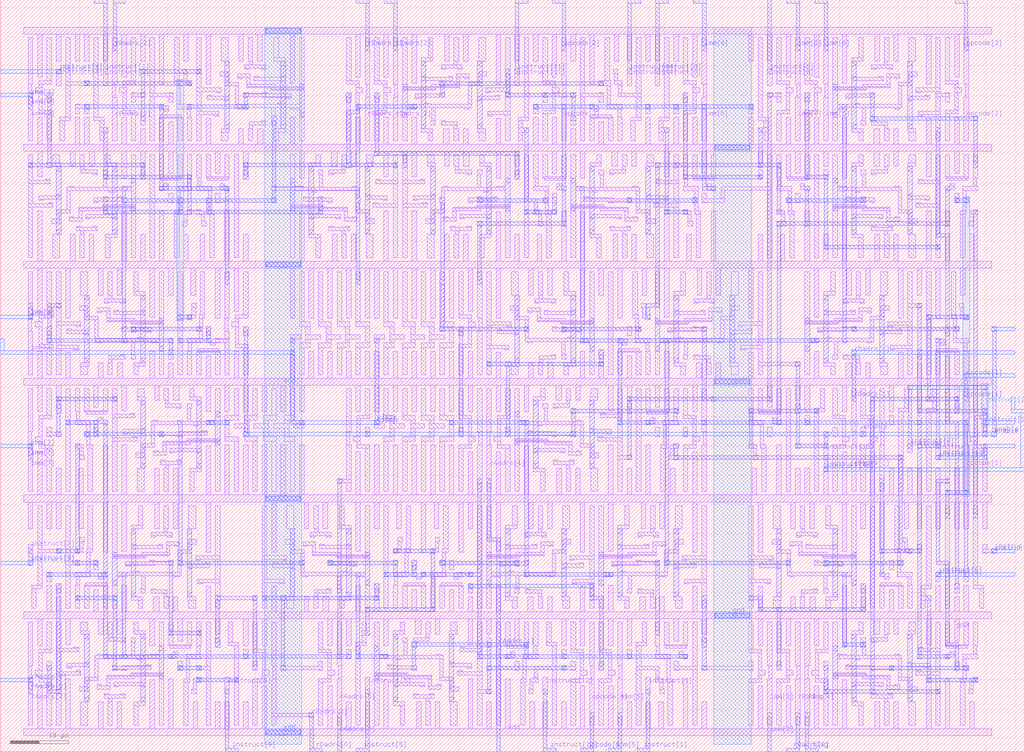
<source format=lef>
VERSION 5.3 ;
   NAMESCASESENSITIVE ON ;
   NOWIREEXTENSIONATPIN ON ;
   DIVIDERCHAR "/" ;
   BUSBITCHARS "[]" ;
UNITS
   DATABASE MICRONS 1000 ;
END UNITS

MACRO instruction_decoder
   CLASS BLOCK ;
   FOREIGN instruction_decoder ;
   ORIGIN 3.5000 2.3000 ;
   SIZE 175.0000 BY 128.6000 ;
   PIN gnd
      PORT
         LAYER metal1 ;
	    RECT 2.8000 101.6000 3.6000 106.2000 ;
	    RECT 9.2000 101.6000 10.0000 106.2000 ;
	    RECT 10.8000 101.6000 11.6000 106.2000 ;
	    RECT 17.2000 101.6000 18.0000 106.2000 ;
	    RECT 20.4000 101.6000 21.2000 104.2000 ;
	    RECT 25.2000 101.6000 26.0000 105.4000 ;
	    RECT 31.6000 101.6000 32.4000 106.0000 ;
	    RECT 37.2000 101.6000 38.0000 104.2000 ;
	    RECT 40.4000 101.6000 41.4000 104.2000 ;
	    RECT 46.0000 101.6000 46.8000 106.2000 ;
	    RECT 57.2000 101.6000 58.0000 106.2000 ;
	    RECT 62.0000 101.6000 62.8000 106.2000 ;
	    RECT 66.8000 101.6000 67.6000 106.2000 ;
	    RECT 72.2000 101.6000 73.2000 104.2000 ;
	    RECT 75.6000 101.6000 76.4000 104.2000 ;
	    RECT 81.2000 101.6000 82.0000 106.0000 ;
	    RECT 87.6000 101.6000 88.4000 106.2000 ;
	    RECT 90.8000 101.6000 91.6000 106.2000 ;
	    RECT 94.0000 101.6000 94.8000 104.2000 ;
	    RECT 98.8000 101.6000 99.6000 105.4000 ;
	    RECT 106.8000 101.6000 107.6000 106.2000 ;
	    RECT 111.6000 101.6000 112.4000 106.2000 ;
	    RECT 114.8000 101.6000 115.6000 106.2000 ;
	    RECT 124.4000 101.6000 125.2000 106.2000 ;
	    RECT 130.8000 101.6000 131.6000 106.2000 ;
	    RECT 135.6000 101.6000 136.4000 106.2000 ;
	    RECT 140.4000 101.6000 141.2000 106.2000 ;
	    RECT 145.8000 101.6000 146.8000 104.2000 ;
	    RECT 149.2000 101.6000 150.0000 104.2000 ;
	    RECT 154.8000 101.6000 155.6000 106.0000 ;
	    RECT 159.6000 101.6000 160.4000 106.2000 ;
	    RECT 0.4000 100.4000 166.0000 101.6000 ;
	    RECT 2.8000 96.0000 3.6000 100.4000 ;
	    RECT 8.4000 97.8000 9.2000 100.4000 ;
	    RECT 11.6000 97.8000 12.6000 100.4000 ;
	    RECT 17.2000 95.8000 18.0000 100.4000 ;
	    RECT 20.4000 97.8000 21.2000 100.4000 ;
	    RECT 25.2000 96.6000 26.0000 100.4000 ;
	    RECT 33.2000 96.6000 34.0000 100.4000 ;
	    RECT 38.0000 97.8000 38.8000 100.4000 ;
	    RECT 47.6000 95.8000 48.4000 100.4000 ;
	    RECT 53.0000 97.8000 54.0000 100.4000 ;
	    RECT 56.4000 97.8000 57.2000 100.4000 ;
	    RECT 62.0000 96.0000 62.8000 100.4000 ;
	    RECT 66.8000 96.0000 67.6000 100.4000 ;
	    RECT 72.4000 97.8000 73.2000 100.4000 ;
	    RECT 75.6000 97.8000 76.6000 100.4000 ;
	    RECT 81.2000 95.8000 82.0000 100.4000 ;
	    RECT 84.4000 97.8000 85.2000 100.4000 ;
	    RECT 90.8000 96.6000 91.6000 100.4000 ;
	    RECT 95.6000 95.8000 96.4000 100.4000 ;
	    RECT 101.0000 97.8000 102.0000 100.4000 ;
	    RECT 104.4000 97.8000 105.2000 100.4000 ;
	    RECT 110.0000 96.0000 110.8000 100.4000 ;
	    RECT 116.4000 96.6000 117.2000 100.4000 ;
	    RECT 126.0000 97.8000 126.8000 100.4000 ;
	    RECT 132.4000 96.6000 133.2000 100.4000 ;
	    RECT 137.2000 97.8000 138.0000 100.4000 ;
	    RECT 140.4000 95.8000 141.2000 100.4000 ;
	    RECT 145.8000 97.8000 146.8000 100.4000 ;
	    RECT 149.2000 97.8000 150.0000 100.4000 ;
	    RECT 154.8000 96.0000 155.6000 100.4000 ;
	    RECT 159.6000 96.6000 160.4000 100.4000 ;
	    RECT 2.8000 61.6000 3.6000 66.2000 ;
	    RECT 7.6000 61.6000 8.4000 66.0000 ;
	    RECT 13.2000 61.6000 14.0000 64.2000 ;
	    RECT 16.4000 61.6000 17.4000 64.2000 ;
	    RECT 22.0000 61.6000 22.8000 66.2000 ;
	    RECT 25.2000 61.6000 26.0000 64.2000 ;
	    RECT 31.6000 61.6000 32.4000 65.4000 ;
	    RECT 36.4000 61.6000 37.2000 66.2000 ;
	    RECT 46.0000 61.6000 46.8000 66.2000 ;
	    RECT 49.2000 61.6000 50.0000 66.2000 ;
	    RECT 52.4000 61.6000 53.2000 66.2000 ;
	    RECT 55.6000 61.6000 56.4000 66.2000 ;
	    RECT 58.8000 61.6000 59.6000 66.2000 ;
	    RECT 60.4000 61.6000 61.2000 66.2000 ;
	    RECT 63.6000 61.6000 64.4000 66.2000 ;
	    RECT 66.8000 61.6000 67.6000 66.2000 ;
	    RECT 70.0000 61.6000 70.8000 66.2000 ;
	    RECT 73.2000 61.6000 74.0000 66.2000 ;
	    RECT 76.4000 61.6000 77.2000 66.2000 ;
	    RECT 81.2000 61.6000 82.0000 66.0000 ;
	    RECT 86.8000 61.6000 87.6000 64.2000 ;
	    RECT 90.0000 61.6000 91.0000 64.2000 ;
	    RECT 95.6000 61.6000 96.4000 66.2000 ;
	    RECT 98.8000 61.6000 99.6000 64.2000 ;
	    RECT 103.6000 61.6000 104.4000 65.4000 ;
	    RECT 110.0000 61.6000 110.8000 66.2000 ;
	    RECT 115.4000 61.6000 116.4000 64.2000 ;
	    RECT 118.8000 61.6000 119.6000 64.2000 ;
	    RECT 124.4000 61.6000 125.2000 66.0000 ;
	    RECT 135.6000 61.6000 136.4000 66.2000 ;
	    RECT 141.0000 61.6000 142.0000 64.2000 ;
	    RECT 144.4000 61.6000 145.2000 64.2000 ;
	    RECT 150.0000 61.6000 150.8000 66.0000 ;
	    RECT 153.2000 61.6000 154.0000 64.2000 ;
	    RECT 158.0000 61.6000 158.8000 65.4000 ;
	    RECT 0.4000 60.4000 166.0000 61.6000 ;
	    RECT 2.8000 55.8000 3.6000 60.4000 ;
	    RECT 6.0000 57.8000 6.8000 60.4000 ;
	    RECT 12.4000 56.6000 13.2000 60.4000 ;
	    RECT 17.2000 56.0000 18.0000 60.4000 ;
	    RECT 22.8000 57.8000 23.6000 60.4000 ;
	    RECT 26.0000 57.8000 27.0000 60.4000 ;
	    RECT 31.6000 55.8000 32.4000 60.4000 ;
	    RECT 34.8000 55.8000 35.6000 60.4000 ;
	    RECT 38.0000 55.8000 38.8000 60.4000 ;
	    RECT 41.2000 55.8000 42.0000 60.4000 ;
	    RECT 44.4000 55.8000 45.2000 60.4000 ;
	    RECT 47.6000 55.8000 48.4000 60.4000 ;
	    RECT 57.2000 55.8000 58.0000 60.4000 ;
	    RECT 60.4000 55.8000 61.2000 60.4000 ;
	    RECT 63.6000 55.8000 64.4000 60.4000 ;
	    RECT 66.8000 55.8000 67.6000 60.4000 ;
	    RECT 70.0000 55.8000 70.8000 60.4000 ;
	    RECT 73.2000 55.8000 74.0000 60.4000 ;
	    RECT 76.4000 55.8000 77.2000 60.4000 ;
	    RECT 81.2000 55.8000 82.0000 60.4000 ;
	    RECT 86.0000 55.8000 86.8000 60.4000 ;
	    RECT 91.4000 57.8000 92.4000 60.4000 ;
	    RECT 94.8000 57.8000 95.6000 60.4000 ;
	    RECT 100.4000 56.0000 101.2000 60.4000 ;
	    RECT 103.6000 57.8000 104.4000 60.4000 ;
	    RECT 108.4000 56.6000 109.2000 60.4000 ;
	    RECT 114.8000 55.8000 115.6000 60.4000 ;
	    RECT 127.6000 56.6000 128.4000 60.4000 ;
	    RECT 132.4000 57.8000 133.2000 60.4000 ;
	    RECT 134.0000 55.8000 134.8000 60.4000 ;
	    RECT 140.4000 55.8000 141.2000 60.4000 ;
	    RECT 145.2000 55.8000 146.0000 60.4000 ;
	    RECT 148.4000 55.8000 149.2000 60.4000 ;
	    RECT 153.2000 55.8000 154.0000 60.4000 ;
	    RECT 159.6000 57.8000 160.4000 60.4000 ;
	    RECT 162.8000 55.8000 163.6000 60.4000 ;
	    RECT 4.4000 21.6000 5.2000 26.2000 ;
	    RECT 6.0000 21.6000 6.8000 24.2000 ;
	    RECT 12.4000 21.6000 13.2000 25.4000 ;
	    RECT 17.2000 21.6000 18.0000 26.2000 ;
	    RECT 22.6000 21.6000 23.6000 24.2000 ;
	    RECT 26.0000 21.6000 26.8000 24.2000 ;
	    RECT 31.6000 21.6000 32.4000 26.0000 ;
	    RECT 42.8000 21.6000 43.6000 26.0000 ;
	    RECT 48.4000 21.6000 49.2000 24.2000 ;
	    RECT 51.6000 21.6000 52.6000 24.2000 ;
	    RECT 57.2000 21.6000 58.0000 26.2000 ;
	    RECT 60.4000 21.6000 61.2000 24.2000 ;
	    RECT 66.8000 21.6000 67.6000 25.4000 ;
	    RECT 73.2000 21.6000 74.0000 25.4000 ;
	    RECT 76.4000 21.6000 77.2000 24.2000 ;
	    RECT 81.2000 21.6000 82.0000 26.2000 ;
	    RECT 86.6000 21.6000 87.6000 24.2000 ;
	    RECT 90.0000 21.6000 90.8000 24.2000 ;
	    RECT 95.6000 21.6000 96.4000 26.0000 ;
	    RECT 100.4000 21.6000 101.2000 26.2000 ;
	    RECT 105.8000 21.6000 106.8000 24.2000 ;
	    RECT 109.2000 21.6000 110.0000 24.2000 ;
	    RECT 114.8000 21.6000 115.6000 26.0000 ;
	    RECT 126.0000 21.6000 126.8000 26.0000 ;
	    RECT 131.6000 21.6000 132.4000 24.2000 ;
	    RECT 134.8000 21.6000 135.8000 24.2000 ;
	    RECT 140.4000 21.6000 141.2000 26.2000 ;
	    RECT 143.6000 21.6000 144.4000 24.2000 ;
	    RECT 148.4000 21.6000 149.2000 25.4000 ;
	    RECT 156.4000 21.6000 157.2000 26.2000 ;
	    RECT 159.6000 21.6000 160.4000 24.2000 ;
	    RECT 161.2000 21.6000 162.0000 26.2000 ;
	    RECT 0.4000 20.4000 166.0000 21.6000 ;
	    RECT 2.8000 15.8000 3.6000 20.4000 ;
	    RECT 7.6000 16.0000 8.4000 20.4000 ;
	    RECT 13.2000 17.8000 14.0000 20.4000 ;
	    RECT 16.4000 17.8000 17.4000 20.4000 ;
	    RECT 22.0000 15.8000 22.8000 20.4000 ;
	    RECT 26.8000 16.6000 27.6000 20.4000 ;
	    RECT 33.2000 17.8000 34.0000 20.4000 ;
	    RECT 38.0000 15.8000 38.8000 20.4000 ;
	    RECT 41.2000 15.8000 42.0000 20.4000 ;
	    RECT 52.4000 15.8000 53.2000 20.4000 ;
	    RECT 55.6000 15.8000 56.4000 20.4000 ;
	    RECT 62.0000 15.8000 62.8000 20.4000 ;
	    RECT 67.4000 17.8000 68.4000 20.4000 ;
	    RECT 70.8000 17.8000 71.6000 20.4000 ;
	    RECT 76.4000 16.0000 77.2000 20.4000 ;
	    RECT 79.6000 17.8000 80.4000 20.4000 ;
	    RECT 84.4000 16.6000 85.2000 20.4000 ;
	    RECT 92.4000 15.8000 93.2000 20.4000 ;
	    RECT 95.6000 15.8000 96.4000 20.4000 ;
	    RECT 100.4000 15.8000 101.2000 20.4000 ;
	    RECT 103.6000 15.8000 104.4000 20.4000 ;
	    RECT 111.6000 16.6000 112.4000 20.4000 ;
	    RECT 116.4000 17.8000 117.2000 20.4000 ;
	    RECT 126.0000 15.8000 126.8000 20.4000 ;
	    RECT 130.8000 15.8000 131.6000 20.4000 ;
	    RECT 135.6000 15.8000 136.4000 20.4000 ;
	    RECT 140.4000 15.8000 141.2000 20.4000 ;
	    RECT 145.8000 17.8000 146.8000 20.4000 ;
	    RECT 149.2000 17.8000 150.0000 20.4000 ;
	    RECT 154.8000 16.0000 155.6000 20.4000 ;
	    RECT 159.6000 16.6000 160.4000 20.4000 ;
         LAYER metal2 ;
	    RECT 121.0000 101.4000 122.2000 101.6000 ;
	    RECT 118.7000 100.6000 124.5000 101.4000 ;
	    RECT 121.0000 100.4000 122.2000 100.6000 ;
	    RECT 121.0000 61.4000 122.2000 61.6000 ;
	    RECT 118.7000 60.6000 124.5000 61.4000 ;
	    RECT 121.0000 60.4000 122.2000 60.6000 ;
	    RECT 121.0000 21.4000 122.2000 21.6000 ;
	    RECT 118.7000 20.6000 124.5000 21.4000 ;
	    RECT 121.0000 20.4000 122.2000 20.6000 ;
         LAYER metal3 ;
	    RECT 118.6000 100.4000 124.6000 101.6000 ;
	    RECT 118.6000 60.4000 124.6000 61.6000 ;
	    RECT 118.6000 20.4000 124.6000 21.6000 ;
         LAYER metal4 ;
	    RECT 118.4000 -1.0000 124.8000 121.6000 ;
      END
   END gnd
   PIN vdd
      PORT
         LAYER metal1 ;
	    RECT 0.4000 120.4000 166.0000 121.6000 ;
	    RECT 2.8000 113.0000 3.6000 120.4000 ;
	    RECT 6.0000 115.8000 6.8000 120.4000 ;
	    RECT 9.2000 115.8000 10.0000 120.4000 ;
	    RECT 10.8000 115.8000 11.6000 120.4000 ;
	    RECT 14.0000 115.8000 14.8000 120.4000 ;
	    RECT 17.2000 113.0000 18.0000 120.4000 ;
	    RECT 20.4000 115.8000 21.2000 120.4000 ;
	    RECT 23.6000 111.8000 24.4000 120.4000 ;
	    RECT 27.8000 115.8000 28.6000 120.4000 ;
	    RECT 31.6000 111.8000 32.4000 120.4000 ;
	    RECT 37.2000 115.8000 38.0000 120.4000 ;
	    RECT 40.4000 115.8000 41.2000 120.4000 ;
	    RECT 46.0000 112.0000 46.8000 120.4000 ;
	    RECT 57.2000 113.0000 58.0000 120.4000 ;
	    RECT 62.0000 113.0000 62.8000 120.4000 ;
	    RECT 66.8000 112.0000 67.6000 120.4000 ;
	    RECT 72.4000 115.8000 73.2000 120.4000 ;
	    RECT 75.6000 115.8000 76.4000 120.4000 ;
	    RECT 81.2000 111.8000 82.0000 120.4000 ;
	    RECT 84.4000 115.8000 85.2000 120.4000 ;
	    RECT 87.6000 115.8000 88.4000 120.4000 ;
	    RECT 90.8000 113.0000 91.6000 120.4000 ;
	    RECT 94.0000 115.8000 94.8000 120.4000 ;
	    RECT 97.2000 111.8000 98.0000 120.4000 ;
	    RECT 101.4000 115.8000 102.2000 120.4000 ;
	    RECT 103.6000 115.8000 104.4000 120.4000 ;
	    RECT 106.8000 115.8000 107.6000 120.4000 ;
	    RECT 108.4000 115.8000 109.2000 120.4000 ;
	    RECT 111.6000 115.8000 112.4000 120.4000 ;
	    RECT 114.8000 113.0000 115.6000 120.4000 ;
	    RECT 124.4000 115.8000 125.2000 120.4000 ;
	    RECT 127.6000 115.8000 128.4000 120.4000 ;
	    RECT 130.8000 113.0000 131.6000 120.4000 ;
	    RECT 135.6000 113.0000 136.4000 120.4000 ;
	    RECT 140.4000 112.0000 141.2000 120.4000 ;
	    RECT 146.0000 115.8000 146.8000 120.4000 ;
	    RECT 149.2000 115.8000 150.0000 120.4000 ;
	    RECT 154.8000 111.8000 155.6000 120.4000 ;
	    RECT 159.6000 113.0000 160.4000 120.4000 ;
	    RECT 2.8000 81.6000 3.6000 90.2000 ;
	    RECT 8.4000 81.6000 9.2000 86.2000 ;
	    RECT 11.6000 81.6000 12.4000 86.2000 ;
	    RECT 17.2000 81.6000 18.0000 90.0000 ;
	    RECT 20.4000 81.6000 21.2000 86.2000 ;
	    RECT 23.6000 81.6000 24.4000 90.2000 ;
	    RECT 27.8000 81.6000 28.6000 86.2000 ;
	    RECT 30.6000 81.6000 31.4000 86.2000 ;
	    RECT 34.8000 81.6000 35.6000 90.2000 ;
	    RECT 38.0000 81.6000 38.8000 86.2000 ;
	    RECT 47.6000 81.6000 48.4000 90.0000 ;
	    RECT 53.2000 81.6000 54.0000 86.2000 ;
	    RECT 56.4000 81.6000 57.2000 86.2000 ;
	    RECT 62.0000 81.6000 62.8000 90.2000 ;
	    RECT 66.8000 81.6000 67.6000 90.2000 ;
	    RECT 72.4000 81.6000 73.2000 86.2000 ;
	    RECT 75.6000 81.6000 76.4000 86.2000 ;
	    RECT 81.2000 81.6000 82.0000 90.0000 ;
	    RECT 84.4000 81.6000 85.2000 86.2000 ;
	    RECT 88.2000 81.6000 89.0000 86.2000 ;
	    RECT 92.4000 81.6000 93.2000 90.2000 ;
	    RECT 95.6000 81.6000 96.4000 90.0000 ;
	    RECT 101.2000 81.6000 102.0000 86.2000 ;
	    RECT 104.4000 81.6000 105.2000 86.2000 ;
	    RECT 110.0000 81.6000 110.8000 90.2000 ;
	    RECT 113.8000 81.6000 114.6000 86.2000 ;
	    RECT 118.0000 81.6000 118.8000 90.2000 ;
	    RECT 126.0000 81.6000 126.8000 86.2000 ;
	    RECT 129.8000 81.6000 130.6000 86.2000 ;
	    RECT 134.0000 81.6000 134.8000 90.2000 ;
	    RECT 137.2000 81.6000 138.0000 86.2000 ;
	    RECT 140.4000 81.6000 141.2000 90.0000 ;
	    RECT 146.0000 81.6000 146.8000 86.2000 ;
	    RECT 149.2000 81.6000 150.0000 86.2000 ;
	    RECT 154.8000 81.6000 155.6000 90.2000 ;
	    RECT 158.0000 81.6000 158.8000 90.2000 ;
	    RECT 162.2000 81.6000 163.0000 86.2000 ;
	    RECT 0.4000 80.4000 166.0000 81.6000 ;
	    RECT 2.8000 73.0000 3.6000 80.4000 ;
	    RECT 7.6000 71.8000 8.4000 80.4000 ;
	    RECT 13.2000 75.8000 14.0000 80.4000 ;
	    RECT 16.4000 75.8000 17.2000 80.4000 ;
	    RECT 22.0000 72.0000 22.8000 80.4000 ;
	    RECT 25.2000 75.8000 26.0000 80.4000 ;
	    RECT 29.0000 75.8000 29.8000 80.4000 ;
	    RECT 33.2000 71.8000 34.0000 80.4000 ;
	    RECT 36.4000 73.0000 37.2000 80.4000 ;
	    RECT 46.0000 71.8000 46.8000 80.4000 ;
	    RECT 49.2000 71.8000 50.0000 80.4000 ;
	    RECT 52.4000 71.8000 53.2000 80.4000 ;
	    RECT 55.6000 71.8000 56.4000 80.4000 ;
	    RECT 58.8000 71.8000 59.6000 80.4000 ;
	    RECT 60.4000 71.8000 61.2000 80.4000 ;
	    RECT 63.6000 71.8000 64.4000 80.4000 ;
	    RECT 66.8000 71.8000 67.6000 80.4000 ;
	    RECT 70.0000 71.8000 70.8000 80.4000 ;
	    RECT 73.2000 71.8000 74.0000 80.4000 ;
	    RECT 76.4000 73.0000 77.2000 80.4000 ;
	    RECT 81.2000 71.8000 82.0000 80.4000 ;
	    RECT 86.8000 75.8000 87.6000 80.4000 ;
	    RECT 90.0000 75.8000 90.8000 80.4000 ;
	    RECT 95.6000 72.0000 96.4000 80.4000 ;
	    RECT 98.8000 75.8000 99.6000 80.4000 ;
	    RECT 102.0000 71.8000 102.8000 80.4000 ;
	    RECT 106.2000 75.8000 107.0000 80.4000 ;
	    RECT 110.0000 72.0000 110.8000 80.4000 ;
	    RECT 115.6000 75.8000 116.4000 80.4000 ;
	    RECT 118.8000 75.8000 119.6000 80.4000 ;
	    RECT 124.4000 71.8000 125.2000 80.4000 ;
	    RECT 135.6000 72.0000 136.4000 80.4000 ;
	    RECT 141.2000 75.8000 142.0000 80.4000 ;
	    RECT 144.4000 75.8000 145.2000 80.4000 ;
	    RECT 150.0000 71.8000 150.8000 80.4000 ;
	    RECT 153.2000 75.8000 154.0000 80.4000 ;
	    RECT 156.4000 71.8000 157.2000 80.4000 ;
	    RECT 160.6000 75.8000 161.4000 80.4000 ;
	    RECT 2.8000 41.6000 3.6000 49.0000 ;
	    RECT 6.0000 41.6000 6.8000 46.2000 ;
	    RECT 9.8000 41.6000 10.6000 46.2000 ;
	    RECT 14.0000 41.6000 14.8000 50.2000 ;
	    RECT 17.2000 41.6000 18.0000 50.2000 ;
	    RECT 22.8000 41.6000 23.6000 46.2000 ;
	    RECT 26.0000 41.6000 26.8000 46.2000 ;
	    RECT 31.6000 41.6000 32.4000 50.0000 ;
	    RECT 34.8000 41.6000 35.6000 50.2000 ;
	    RECT 38.0000 41.6000 38.8000 50.2000 ;
	    RECT 41.2000 41.6000 42.0000 50.2000 ;
	    RECT 44.4000 41.6000 45.2000 50.2000 ;
	    RECT 47.6000 41.6000 48.4000 50.2000 ;
	    RECT 57.2000 41.6000 58.0000 49.0000 ;
	    RECT 60.4000 41.6000 61.2000 50.2000 ;
	    RECT 63.6000 41.6000 64.4000 50.2000 ;
	    RECT 66.8000 41.6000 67.6000 50.2000 ;
	    RECT 70.0000 41.6000 70.8000 50.2000 ;
	    RECT 73.2000 41.6000 74.0000 50.2000 ;
	    RECT 76.4000 41.6000 77.2000 49.0000 ;
	    RECT 81.2000 41.6000 82.0000 49.0000 ;
	    RECT 86.0000 41.6000 86.8000 50.0000 ;
	    RECT 91.6000 41.6000 92.4000 46.2000 ;
	    RECT 94.8000 41.6000 95.6000 46.2000 ;
	    RECT 100.4000 41.6000 101.2000 50.2000 ;
	    RECT 103.6000 41.6000 104.4000 46.2000 ;
	    RECT 106.8000 41.6000 107.6000 50.2000 ;
	    RECT 111.0000 41.6000 111.8000 46.2000 ;
	    RECT 114.8000 41.6000 115.6000 49.0000 ;
	    RECT 125.0000 41.6000 125.8000 46.2000 ;
	    RECT 129.2000 41.6000 130.0000 50.2000 ;
	    RECT 132.4000 41.6000 133.2000 46.2000 ;
	    RECT 134.0000 41.6000 134.8000 46.2000 ;
	    RECT 137.2000 41.6000 138.0000 46.2000 ;
	    RECT 140.4000 41.6000 141.2000 49.0000 ;
	    RECT 145.2000 41.6000 146.0000 49.0000 ;
	    RECT 148.4000 41.6000 149.2000 46.2000 ;
	    RECT 151.6000 41.6000 152.4000 46.2000 ;
	    RECT 153.2000 41.6000 154.0000 46.2000 ;
	    RECT 156.4000 41.6000 157.2000 46.2000 ;
	    RECT 159.6000 41.6000 160.4000 46.2000 ;
	    RECT 162.8000 41.6000 163.6000 49.0000 ;
	    RECT 0.4000 40.4000 166.0000 41.6000 ;
	    RECT 1.2000 35.8000 2.0000 40.4000 ;
	    RECT 4.4000 35.8000 5.2000 40.4000 ;
	    RECT 6.0000 35.8000 6.8000 40.4000 ;
	    RECT 9.8000 35.8000 10.6000 40.4000 ;
	    RECT 14.0000 31.8000 14.8000 40.4000 ;
	    RECT 17.2000 32.0000 18.0000 40.4000 ;
	    RECT 22.8000 35.8000 23.6000 40.4000 ;
	    RECT 26.0000 35.8000 26.8000 40.4000 ;
	    RECT 31.6000 31.8000 32.4000 40.4000 ;
	    RECT 42.8000 31.8000 43.6000 40.4000 ;
	    RECT 48.4000 35.8000 49.2000 40.4000 ;
	    RECT 51.6000 35.8000 52.4000 40.4000 ;
	    RECT 57.2000 32.0000 58.0000 40.4000 ;
	    RECT 60.4000 35.8000 61.2000 40.4000 ;
	    RECT 64.2000 35.8000 65.0000 40.4000 ;
	    RECT 68.4000 31.8000 69.2000 40.4000 ;
	    RECT 70.6000 35.8000 71.4000 40.4000 ;
	    RECT 74.8000 31.8000 75.6000 40.4000 ;
	    RECT 76.4000 35.8000 77.2000 40.4000 ;
	    RECT 81.2000 32.0000 82.0000 40.4000 ;
	    RECT 86.8000 35.8000 87.6000 40.4000 ;
	    RECT 90.0000 35.8000 90.8000 40.4000 ;
	    RECT 95.6000 31.8000 96.4000 40.4000 ;
	    RECT 100.4000 32.0000 101.2000 40.4000 ;
	    RECT 106.0000 35.8000 106.8000 40.4000 ;
	    RECT 109.2000 35.8000 110.0000 40.4000 ;
	    RECT 114.8000 31.8000 115.6000 40.4000 ;
	    RECT 126.0000 31.8000 126.8000 40.4000 ;
	    RECT 131.6000 35.8000 132.4000 40.4000 ;
	    RECT 134.8000 35.8000 135.6000 40.4000 ;
	    RECT 140.4000 32.0000 141.2000 40.4000 ;
	    RECT 143.6000 35.8000 144.4000 40.4000 ;
	    RECT 146.8000 31.8000 147.6000 40.4000 ;
	    RECT 151.0000 35.8000 151.8000 40.4000 ;
	    RECT 153.2000 35.8000 154.0000 40.4000 ;
	    RECT 156.4000 35.8000 157.2000 40.4000 ;
	    RECT 159.6000 35.8000 160.4000 40.4000 ;
	    RECT 161.2000 35.8000 162.0000 40.4000 ;
	    RECT 164.4000 35.8000 165.2000 40.4000 ;
	    RECT 2.8000 1.6000 3.6000 9.0000 ;
	    RECT 7.6000 1.6000 8.4000 10.2000 ;
	    RECT 13.2000 1.6000 14.0000 6.2000 ;
	    RECT 16.4000 1.6000 17.2000 6.2000 ;
	    RECT 22.0000 1.6000 22.8000 10.0000 ;
	    RECT 25.2000 1.6000 26.0000 10.2000 ;
	    RECT 29.4000 1.6000 30.2000 6.2000 ;
	    RECT 33.2000 1.6000 34.0000 6.2000 ;
	    RECT 34.8000 1.6000 35.6000 6.2000 ;
	    RECT 38.0000 1.6000 38.8000 6.2000 ;
	    RECT 41.2000 1.6000 42.0000 9.0000 ;
	    RECT 52.4000 1.6000 53.2000 9.0000 ;
	    RECT 55.6000 1.6000 56.4000 6.2000 ;
	    RECT 58.8000 1.6000 59.6000 6.2000 ;
	    RECT 62.0000 1.6000 62.8000 10.0000 ;
	    RECT 67.6000 1.6000 68.4000 6.2000 ;
	    RECT 70.8000 1.6000 71.6000 6.2000 ;
	    RECT 76.4000 1.6000 77.2000 10.2000 ;
	    RECT 79.6000 1.6000 80.4000 6.2000 ;
	    RECT 82.8000 1.6000 83.6000 10.2000 ;
	    RECT 87.0000 1.6000 87.8000 6.2000 ;
	    RECT 89.2000 1.6000 90.0000 6.2000 ;
	    RECT 92.4000 1.6000 93.2000 6.2000 ;
	    RECT 95.6000 1.6000 96.4000 9.0000 ;
	    RECT 100.4000 1.6000 101.2000 9.0000 ;
	    RECT 103.6000 1.6000 104.4000 6.2000 ;
	    RECT 106.8000 1.6000 107.6000 6.2000 ;
	    RECT 109.0000 1.6000 109.8000 6.2000 ;
	    RECT 113.2000 1.6000 114.0000 10.2000 ;
	    RECT 116.4000 1.6000 117.2000 6.2000 ;
	    RECT 126.0000 1.6000 126.8000 9.0000 ;
	    RECT 130.8000 1.6000 131.6000 9.0000 ;
	    RECT 135.6000 1.6000 136.4000 9.0000 ;
	    RECT 140.4000 1.6000 141.2000 10.0000 ;
	    RECT 146.0000 1.6000 146.8000 6.2000 ;
	    RECT 149.2000 1.6000 150.0000 6.2000 ;
	    RECT 154.8000 1.6000 155.6000 10.2000 ;
	    RECT 158.0000 1.6000 158.8000 10.2000 ;
	    RECT 162.2000 1.6000 163.0000 6.2000 ;
	    RECT 0.4000 0.4000 166.0000 1.6000 ;
         LAYER metal2 ;
	    RECT 44.2000 121.4000 45.4000 121.6000 ;
	    RECT 41.9000 120.6000 47.7000 121.4000 ;
	    RECT 44.2000 120.4000 45.4000 120.6000 ;
	    RECT 44.2000 81.4000 45.4000 81.6000 ;
	    RECT 41.9000 80.6000 47.7000 81.4000 ;
	    RECT 44.2000 80.4000 45.4000 80.6000 ;
	    RECT 44.2000 41.4000 45.4000 41.6000 ;
	    RECT 41.9000 40.6000 47.7000 41.4000 ;
	    RECT 44.2000 40.4000 45.4000 40.6000 ;
	    RECT 44.2000 1.4000 45.4000 1.6000 ;
	    RECT 41.9000 0.6000 47.7000 1.4000 ;
	    RECT 44.2000 0.4000 45.4000 0.6000 ;
         LAYER metal3 ;
	    RECT 41.8000 120.4000 47.8000 121.6000 ;
	    RECT 41.8000 80.4000 47.8000 81.6000 ;
	    RECT 41.8000 40.4000 47.8000 41.6000 ;
	    RECT 41.8000 0.4000 47.8000 1.6000 ;
         LAYER metal4 ;
	    RECT 41.6000 -1.0000 48.0000 121.6000 ;
      END
   END vdd
   PIN clock
      PORT
         LAYER metal1 ;
	    RECT 46.0000 68.2000 47.8000 69.0000 ;
	    RECT 60.4000 68.2000 62.2000 69.0000 ;
	    RECT 46.0000 67.6000 46.8000 68.2000 ;
	    RECT 60.4000 67.6000 61.2000 68.2000 ;
	    RECT 47.6000 53.8000 48.4000 54.4000 ;
	    RECT 46.6000 53.0000 48.4000 53.8000 ;
	    RECT 60.4000 53.8000 61.2000 54.4000 ;
	    RECT 60.4000 53.0000 62.2000 53.8000 ;
         LAYER metal2 ;
	    RECT 46.0000 67.6000 46.8000 68.4000 ;
	    RECT 60.4000 67.6000 61.2000 68.4000 ;
	    RECT 46.1000 66.4000 46.7000 67.6000 ;
	    RECT 46.0000 65.6000 46.8000 66.4000 ;
	    RECT 46.1000 54.3000 46.7000 65.6000 ;
	    RECT 60.5000 54.4000 61.1000 67.6000 ;
	    RECT 47.6000 54.3000 48.4000 54.4000 ;
	    RECT 46.1000 53.7000 48.4000 54.3000 ;
	    RECT 47.6000 53.6000 48.4000 53.7000 ;
	    RECT 60.4000 53.6000 61.2000 54.4000 ;
         LAYER metal3 ;
	    RECT -3.5000 66.3000 -2.9000 68.3000 ;
	    RECT 46.0000 66.3000 46.8000 66.4000 ;
	    RECT -3.5000 65.7000 46.8000 66.3000 ;
	    RECT 46.0000 65.6000 46.8000 65.7000 ;
	    RECT 47.6000 54.3000 48.4000 54.4000 ;
	    RECT 60.4000 54.3000 61.2000 54.4000 ;
	    RECT 47.6000 53.7000 61.2000 54.3000 ;
	    RECT 47.6000 53.6000 48.4000 53.7000 ;
	    RECT 60.4000 53.6000 61.2000 53.7000 ;
      END
   END clock
   PIN enable
      PORT
         LAYER metal1 ;
	    RECT 38.0000 68.8000 38.8000 70.4000 ;
	    RECT 74.8000 68.8000 75.6000 70.4000 ;
	    RECT 58.8000 51.6000 59.6000 53.2000 ;
	    RECT 74.8000 51.6000 75.6000 53.2000 ;
	    RECT 113.2000 51.6000 114.0000 53.2000 ;
	    RECT 143.6000 51.6000 144.4000 53.2000 ;
         LAYER metal2 ;
	    RECT 38.0000 69.6000 38.8000 70.4000 ;
	    RECT 74.8000 69.6000 75.6000 70.4000 ;
	    RECT 166.0000 69.6000 166.8000 70.4000 ;
	    RECT 38.1000 52.4000 38.7000 69.6000 ;
	    RECT 74.9000 52.4000 75.5000 69.6000 ;
	    RECT 166.1000 52.4000 166.7000 69.6000 ;
	    RECT 38.0000 51.6000 38.8000 52.4000 ;
	    RECT 58.8000 51.6000 59.6000 52.4000 ;
	    RECT 74.8000 51.6000 75.6000 52.4000 ;
	    RECT 113.2000 51.6000 114.0000 52.4000 ;
	    RECT 143.6000 51.6000 144.4000 52.4000 ;
	    RECT 166.0000 51.6000 166.8000 52.4000 ;
         LAYER metal3 ;
	    RECT 166.0000 70.3000 166.8000 70.4000 ;
	    RECT 166.0000 69.7000 169.9000 70.3000 ;
	    RECT 166.0000 69.6000 166.8000 69.7000 ;
	    RECT 38.0000 52.3000 38.8000 52.4000 ;
	    RECT 58.8000 52.3000 59.6000 52.4000 ;
	    RECT 74.8000 52.3000 75.6000 52.4000 ;
	    RECT 113.2000 52.3000 114.0000 52.4000 ;
	    RECT 143.6000 52.3000 144.4000 52.4000 ;
	    RECT 166.0000 52.3000 166.8000 52.4000 ;
	    RECT 38.0000 51.7000 166.8000 52.3000 ;
	    RECT 38.0000 51.6000 38.8000 51.7000 ;
	    RECT 58.8000 51.6000 59.6000 51.7000 ;
	    RECT 74.8000 51.6000 75.6000 51.7000 ;
	    RECT 113.2000 51.6000 114.0000 51.7000 ;
	    RECT 143.6000 51.6000 144.4000 51.7000 ;
	    RECT 166.0000 51.6000 166.8000 51.7000 ;
      END
   END enable
   PIN flag
      PORT
         LAYER metal1 ;
	    RECT 134.0000 12.4000 134.8000 19.8000 ;
	    RECT 134.0000 10.2000 134.6000 12.4000 ;
	    RECT 134.0000 2.2000 134.8000 10.2000 ;
         LAYER metal2 ;
	    RECT 134.0000 3.6000 134.8000 4.4000 ;
	    RECT 134.1000 -1.7000 134.7000 3.6000 ;
	    RECT 134.1000 -2.3000 136.3000 -1.7000 ;
      END
   END flag
   PIN imm[7]
      PORT
         LAYER metal1 ;
	    RECT 1.2000 52.4000 2.0000 59.8000 ;
	    RECT 1.2000 50.2000 1.8000 52.4000 ;
	    RECT 1.2000 42.2000 2.0000 50.2000 ;
         LAYER metal2 ;
	    RECT 1.2000 49.6000 2.0000 50.4000 ;
	    RECT 1.3000 48.4000 1.9000 49.6000 ;
	    RECT 1.2000 47.6000 2.0000 48.4000 ;
         LAYER metal3 ;
	    RECT 1.2000 50.3000 2.0000 50.4000 ;
	    RECT -3.5000 49.7000 2.0000 50.3000 ;
	    RECT 1.2000 49.6000 2.0000 49.7000 ;
      END
   END imm[7]
   PIN imm[6]
      PORT
         LAYER metal1 ;
	    RECT 137.2000 111.8000 138.0000 119.8000 ;
	    RECT 137.4000 109.6000 138.0000 111.8000 ;
	    RECT 137.2000 102.2000 138.0000 109.6000 ;
         LAYER metal2 ;
	    RECT 135.7000 125.7000 137.9000 126.3000 ;
	    RECT 137.3000 118.4000 137.9000 125.7000 ;
	    RECT 137.2000 117.6000 138.0000 118.4000 ;
      END
   END imm[6]
   PIN imm[5]
      PORT
         LAYER metal1 ;
	    RECT 102.0000 12.4000 102.8000 19.8000 ;
	    RECT 102.2000 10.2000 102.8000 12.4000 ;
	    RECT 102.0000 2.2000 102.8000 10.2000 ;
         LAYER metal2 ;
	    RECT 102.0000 3.6000 102.8000 4.4000 ;
	    RECT 102.1000 -1.7000 102.7000 3.6000 ;
	    RECT 100.5000 -2.3000 102.7000 -1.7000 ;
      END
   END imm[5]
   PIN imm[4]
      PORT
         LAYER metal1 ;
	    RECT 1.2000 71.8000 2.0000 79.8000 ;
	    RECT 1.2000 69.6000 1.8000 71.8000 ;
	    RECT 1.2000 62.2000 2.0000 69.6000 ;
         LAYER metal2 ;
	    RECT 1.2000 73.6000 2.0000 74.4000 ;
	    RECT 1.3000 72.4000 1.9000 73.6000 ;
	    RECT 1.2000 71.6000 2.0000 72.4000 ;
         LAYER metal3 ;
	    RECT 1.2000 72.3000 2.0000 72.4000 ;
	    RECT -3.5000 71.7000 2.0000 72.3000 ;
	    RECT 1.2000 71.6000 2.0000 71.7000 ;
      END
   END imm[4]
   PIN imm[3]
      PORT
         LAYER metal1 ;
	    RECT 1.2000 111.8000 2.0000 119.8000 ;
	    RECT 1.2000 109.6000 1.8000 111.8000 ;
	    RECT 1.2000 102.2000 2.0000 109.6000 ;
         LAYER metal2 ;
	    RECT 1.2000 109.6000 2.0000 110.4000 ;
	    RECT 1.3000 108.4000 1.9000 109.6000 ;
	    RECT 1.2000 107.6000 2.0000 108.4000 ;
         LAYER metal3 ;
	    RECT 1.2000 110.3000 2.0000 110.4000 ;
	    RECT -3.5000 109.7000 2.0000 110.3000 ;
	    RECT 1.2000 109.6000 2.0000 109.7000 ;
      END
   END imm[3]
   PIN imm[2]
      PORT
         LAYER metal1 ;
	    RECT 132.4000 111.8000 133.2000 119.8000 ;
	    RECT 132.6000 109.6000 133.2000 111.8000 ;
	    RECT 132.4000 102.2000 133.2000 109.6000 ;
         LAYER metal2 ;
	    RECT 130.9000 125.7000 133.1000 126.3000 ;
	    RECT 132.5000 118.4000 133.1000 125.7000 ;
	    RECT 132.4000 117.6000 133.2000 118.4000 ;
      END
   END imm[2]
   PIN imm[1]
      PORT
         LAYER metal1 ;
	    RECT 127.6000 12.4000 128.4000 19.8000 ;
	    RECT 127.8000 10.2000 128.4000 12.4000 ;
	    RECT 127.6000 2.2000 128.4000 10.2000 ;
         LAYER metal2 ;
	    RECT 127.6000 3.6000 128.4000 4.4000 ;
	    RECT 127.7000 -2.3000 128.3000 3.6000 ;
      END
   END imm[1]
   PIN imm[0]
      PORT
         LAYER metal1 ;
	    RECT 116.4000 111.8000 117.2000 119.8000 ;
	    RECT 116.6000 109.6000 117.2000 111.8000 ;
	    RECT 116.4000 102.2000 117.2000 109.6000 ;
         LAYER metal2 ;
	    RECT 114.9000 125.7000 117.1000 126.3000 ;
	    RECT 116.5000 118.4000 117.1000 125.7000 ;
	    RECT 116.4000 117.6000 117.2000 118.4000 ;
      END
   END imm[0]
   PIN instruct[15]
      PORT
         LAYER metal1 ;
	    RECT 164.4000 32.3000 165.2000 33.2000 ;
	    RECT 166.0000 32.3000 166.8000 32.4000 ;
	    RECT 164.4000 31.7000 166.8000 32.3000 ;
	    RECT 164.4000 31.6000 165.2000 31.7000 ;
	    RECT 166.0000 31.6000 166.8000 31.7000 ;
         LAYER metal2 ;
	    RECT 166.0000 31.6000 166.8000 32.4000 ;
         LAYER metal3 ;
	    RECT 166.0000 32.3000 166.8000 32.4000 ;
	    RECT 166.0000 31.7000 169.9000 32.3000 ;
	    RECT 166.0000 31.6000 166.8000 31.7000 ;
      END
   END instruct[15]
   PIN instruct[14]
      PORT
         LAYER metal1 ;
	    RECT 103.6000 111.6000 104.4000 114.4000 ;
         LAYER metal2 ;
	    RECT 103.7000 125.7000 105.9000 126.3000 ;
	    RECT 103.7000 114.4000 104.3000 125.7000 ;
	    RECT 103.6000 113.6000 104.4000 114.4000 ;
      END
   END instruct[14]
   PIN instruct[13]
      PORT
         LAYER metal1 ;
	    RECT 156.4000 47.6000 157.2000 50.4000 ;
         LAYER metal2 ;
	    RECT 156.4000 47.6000 157.2000 48.4000 ;
         LAYER metal3 ;
	    RECT 164.5000 49.7000 169.9000 50.3000 ;
	    RECT 156.4000 48.3000 157.2000 48.4000 ;
	    RECT 164.5000 48.3000 165.1000 49.7000 ;
	    RECT 156.4000 47.7000 165.1000 48.3000 ;
	    RECT 156.4000 47.6000 157.2000 47.7000 ;
      END
   END instruct[13]
   PIN instruct[12]
      PORT
         LAYER metal1 ;
	    RECT 89.2000 7.6000 90.0000 10.4000 ;
         LAYER metal2 ;
	    RECT 89.2000 7.6000 90.0000 8.4000 ;
	    RECT 89.3000 -1.7000 89.9000 7.6000 ;
	    RECT 89.3000 -2.3000 91.5000 -1.7000 ;
      END
   END instruct[12]
   PIN instruct[11]
      PORT
         LAYER metal1 ;
	    RECT 84.4000 111.6000 85.2000 114.4000 ;
         LAYER metal2 ;
	    RECT 84.5000 125.7000 86.7000 126.3000 ;
	    RECT 84.5000 114.4000 85.1000 125.7000 ;
	    RECT 84.4000 113.6000 85.2000 114.4000 ;
      END
   END instruct[11]
   PIN instruct[10]
      PORT
         LAYER metal1 ;
	    RECT 137.2000 47.6000 138.0000 50.4000 ;
         LAYER metal2 ;
	    RECT 137.2000 47.6000 138.0000 48.4000 ;
	    RECT 137.3000 46.4000 137.9000 47.6000 ;
	    RECT 137.2000 45.6000 138.0000 46.4000 ;
         LAYER metal3 ;
	    RECT 169.3000 56.3000 169.9000 58.3000 ;
	    RECT 169.3000 55.7000 171.5000 56.3000 ;
	    RECT 137.2000 46.3000 138.0000 46.4000 ;
	    RECT 170.9000 46.3000 171.5000 55.7000 ;
	    RECT 137.2000 45.7000 171.5000 46.3000 ;
	    RECT 137.2000 45.6000 138.0000 45.7000 ;
      END
   END instruct[10]
   PIN instruct[9]
      PORT
         LAYER metal1 ;
	    RECT 34.8000 7.6000 35.6000 10.4000 ;
         LAYER metal2 ;
	    RECT 34.8000 7.6000 35.6000 8.4000 ;
	    RECT 34.9000 -1.7000 35.5000 7.6000 ;
	    RECT 34.9000 -2.3000 37.1000 -1.7000 ;
      END
   END instruct[9]
   PIN instruct[8]
      PORT
         LAYER metal1 ;
	    RECT 156.4000 26.8000 157.2000 28.4000 ;
         LAYER metal2 ;
	    RECT 156.4000 27.6000 157.2000 28.4000 ;
         LAYER metal3 ;
	    RECT 156.4000 28.3000 157.2000 28.4000 ;
	    RECT 156.4000 27.7000 169.9000 28.3000 ;
	    RECT 156.4000 27.6000 157.2000 27.7000 ;
      END
   END instruct[8]
   PIN instruct[7]
      PORT
         LAYER metal1 ;
	    RECT 1.2000 31.6000 2.0000 33.2000 ;
         LAYER metal2 ;
	    RECT 1.2000 31.6000 2.0000 32.4000 ;
	    RECT 1.3000 30.4000 1.9000 31.6000 ;
	    RECT 1.2000 29.6000 2.0000 30.4000 ;
         LAYER metal3 ;
	    RECT 1.2000 30.3000 2.0000 30.4000 ;
	    RECT -3.5000 29.7000 2.0000 30.3000 ;
	    RECT 1.2000 29.6000 2.0000 29.7000 ;
      END
   END instruct[7]
   PIN instruct[6]
      PORT
         LAYER metal1 ;
	    RECT 127.6000 111.6000 128.4000 114.4000 ;
         LAYER metal2 ;
	    RECT 127.7000 114.4000 128.3000 126.3000 ;
	    RECT 127.6000 113.6000 128.4000 114.4000 ;
      END
   END instruct[6]
   PIN instruct[5]
      PORT
         LAYER metal1 ;
	    RECT 58.8000 7.6000 59.6000 10.4000 ;
         LAYER metal2 ;
	    RECT 58.8000 7.6000 59.6000 8.4000 ;
	    RECT 58.9000 -1.7000 59.5000 7.6000 ;
	    RECT 57.3000 -2.3000 59.5000 -1.7000 ;
      END
   END instruct[5]
   PIN instruct[4]
      PORT
         LAYER metal1 ;
	    RECT 6.0000 111.6000 6.8000 114.4000 ;
         LAYER metal2 ;
	    RECT 6.0000 113.6000 6.8000 114.4000 ;
         LAYER metal3 ;
	    RECT 6.0000 114.3000 6.8000 114.4000 ;
	    RECT -3.5000 113.7000 6.8000 114.3000 ;
	    RECT 6.0000 113.6000 6.8000 113.7000 ;
      END
   END instruct[4]
   PIN instruct[3]
      PORT
         LAYER metal1 ;
	    RECT 14.0000 111.6000 14.8000 114.4000 ;
         LAYER metal2 ;
	    RECT 12.5000 125.7000 14.7000 126.3000 ;
	    RECT 14.1000 114.4000 14.7000 125.7000 ;
	    RECT 14.0000 113.6000 14.8000 114.4000 ;
      END
   END instruct[3]
   PIN instruct[2]
      PORT
         LAYER metal1 ;
	    RECT 151.6000 48.8000 152.4000 50.4000 ;
         LAYER metal2 ;
	    RECT 151.6000 59.6000 152.4000 60.4000 ;
	    RECT 151.7000 50.4000 152.3000 59.6000 ;
	    RECT 151.6000 49.6000 152.4000 50.4000 ;
         LAYER metal3 ;
	    RECT 151.6000 60.3000 152.4000 60.4000 ;
	    RECT 164.4000 60.3000 165.2000 60.4000 ;
	    RECT 151.6000 59.7000 165.2000 60.3000 ;
	    RECT 151.6000 59.6000 152.4000 59.7000 ;
	    RECT 164.4000 59.6000 165.2000 59.7000 ;
	    RECT 164.4000 54.3000 165.2000 54.4000 ;
	    RECT 164.4000 53.7000 169.9000 54.3000 ;
	    RECT 164.4000 53.6000 165.2000 53.7000 ;
         LAYER metal4 ;
	    RECT 164.2000 53.4000 165.4000 60.6000 ;
      END
   END instruct[2]
   PIN instruct[1]
      PORT
         LAYER metal1 ;
	    RECT 106.8000 7.6000 107.6000 10.4000 ;
         LAYER metal2 ;
	    RECT 106.8000 7.6000 107.6000 8.4000 ;
	    RECT 106.9000 -1.7000 107.5000 7.6000 ;
	    RECT 105.3000 -2.3000 107.5000 -1.7000 ;
      END
   END instruct[1]
   PIN instruct[0]
      PORT
         LAYER metal1 ;
	    RECT 108.4000 111.6000 109.2000 114.4000 ;
         LAYER metal2 ;
	    RECT 108.5000 125.7000 110.7000 126.3000 ;
	    RECT 108.5000 114.4000 109.1000 125.7000 ;
	    RECT 108.4000 113.6000 109.2000 114.4000 ;
      END
   END instruct[0]
   PIN opcode[3]
      PORT
         LAYER metal1 ;
	    RECT 161.2000 111.8000 162.0000 119.8000 ;
	    RECT 161.4000 109.6000 162.0000 111.8000 ;
	    RECT 161.2000 102.2000 162.0000 109.6000 ;
         LAYER metal2 ;
	    RECT 159.7000 125.7000 161.9000 126.3000 ;
	    RECT 161.3000 118.4000 161.9000 125.7000 ;
	    RECT 161.2000 117.6000 162.0000 118.4000 ;
      END
   END opcode[3]
   PIN opcode[2]
      PORT
         LAYER metal1 ;
	    RECT 92.4000 111.8000 93.2000 119.8000 ;
	    RECT 92.6000 109.6000 93.2000 111.8000 ;
	    RECT 92.4000 102.2000 93.2000 109.6000 ;
         LAYER metal2 ;
	    RECT 90.9000 125.7000 93.1000 126.3000 ;
	    RECT 92.5000 118.4000 93.1000 125.7000 ;
	    RECT 92.4000 117.6000 93.2000 118.4000 ;
      END
   END opcode[2]
   PIN opcode[1]
      PORT
         LAYER metal1 ;
	    RECT 161.2000 52.4000 162.0000 59.8000 ;
	    RECT 161.2000 50.2000 161.8000 52.4000 ;
	    RECT 161.2000 42.2000 162.0000 50.2000 ;
         LAYER metal2 ;
	    RECT 161.2000 61.6000 162.0000 62.4000 ;
	    RECT 161.3000 58.4000 161.9000 61.6000 ;
	    RECT 161.2000 57.6000 162.0000 58.4000 ;
         LAYER metal3 ;
	    RECT 161.2000 62.3000 162.0000 62.4000 ;
	    RECT 161.2000 61.7000 169.9000 62.3000 ;
	    RECT 161.2000 61.6000 162.0000 61.7000 ;
      END
   END opcode[1]
   PIN opcode[0]
      PORT
         LAYER metal1 ;
	    RECT 97.2000 12.4000 98.0000 19.8000 ;
	    RECT 97.4000 10.2000 98.0000 12.4000 ;
	    RECT 97.2000 2.2000 98.0000 10.2000 ;
         LAYER metal2 ;
	    RECT 97.2000 3.6000 98.0000 4.4000 ;
	    RECT 97.3000 -1.7000 97.9000 3.6000 ;
	    RECT 95.7000 -2.3000 97.9000 -1.7000 ;
      END
   END opcode[0]
   PIN rAadrs[2]
      PORT
         LAYER metal1 ;
	    RECT 1.2000 12.4000 2.0000 19.8000 ;
	    RECT 1.2000 10.2000 1.8000 12.4000 ;
	    RECT 1.2000 2.2000 2.0000 10.2000 ;
         LAYER metal2 ;
	    RECT 1.2000 9.6000 2.0000 10.4000 ;
	    RECT 1.3000 8.4000 1.9000 9.6000 ;
	    RECT 1.2000 7.6000 2.0000 8.4000 ;
         LAYER metal3 ;
	    RECT 1.2000 10.3000 2.0000 10.4000 ;
	    RECT -3.5000 9.7000 2.0000 10.3000 ;
	    RECT 1.2000 9.6000 2.0000 9.7000 ;
      END
   END rAadrs[2]
   PIN rAadrs[1]
      PORT
         LAYER metal1 ;
	    RECT 79.6000 52.4000 80.4000 59.8000 ;
	    RECT 79.6000 50.2000 80.2000 52.4000 ;
	    RECT 79.6000 42.2000 80.4000 50.2000 ;
         LAYER metal2 ;
	    RECT 79.6000 43.6000 80.4000 44.4000 ;
	    RECT 79.7000 34.3000 80.3000 43.6000 ;
	    RECT 79.7000 33.7000 81.9000 34.3000 ;
	    RECT 81.3000 -2.3000 81.9000 33.7000 ;
      END
   END rAadrs[1]
   PIN rAadrs[0]
      PORT
         LAYER metal1 ;
	    RECT 54.0000 12.4000 54.8000 19.8000 ;
	    RECT 54.2000 10.2000 54.8000 12.4000 ;
	    RECT 54.0000 2.2000 54.8000 10.2000 ;
         LAYER metal2 ;
	    RECT 54.0000 3.6000 54.8000 4.4000 ;
	    RECT 54.1000 -2.3000 54.7000 3.6000 ;
      END
   END rAadrs[0]
   PIN rBadrs[2]
      PORT
         LAYER metal1 ;
	    RECT 15.6000 111.8000 16.4000 119.8000 ;
	    RECT 15.6000 109.6000 16.2000 111.8000 ;
	    RECT 15.6000 102.2000 16.4000 109.6000 ;
         LAYER metal2 ;
	    RECT 15.7000 125.7000 17.9000 126.3000 ;
	    RECT 15.7000 118.4000 16.3000 125.7000 ;
	    RECT 15.6000 117.6000 16.4000 118.4000 ;
      END
   END rBadrs[2]
   PIN rBadrs[1]
      PORT
         LAYER metal1 ;
	    RECT 58.8000 111.8000 59.6000 119.8000 ;
	    RECT 59.0000 109.6000 59.6000 111.8000 ;
	    RECT 58.8000 102.2000 59.6000 109.6000 ;
         LAYER metal2 ;
	    RECT 57.3000 125.7000 59.5000 126.3000 ;
	    RECT 58.9000 118.4000 59.5000 125.7000 ;
	    RECT 58.8000 117.6000 59.6000 118.4000 ;
      END
   END rBadrs[1]
   PIN rBadrs[0]
      PORT
         LAYER metal1 ;
	    RECT 132.4000 12.4000 133.2000 19.8000 ;
	    RECT 132.6000 10.2000 133.2000 12.4000 ;
	    RECT 132.4000 2.2000 133.2000 10.2000 ;
         LAYER metal2 ;
	    RECT 132.4000 3.6000 133.2000 4.4000 ;
	    RECT 132.5000 -1.7000 133.1000 3.6000 ;
	    RECT 130.9000 -2.3000 133.1000 -1.7000 ;
      END
   END rBadrs[0]
   PIN rDadrs[2]
      PORT
         LAYER metal1 ;
	    RECT 63.6000 111.8000 64.4000 119.8000 ;
	    RECT 63.8000 109.6000 64.4000 111.8000 ;
	    RECT 63.6000 102.2000 64.4000 109.6000 ;
         LAYER metal2 ;
	    RECT 62.1000 125.7000 64.3000 126.3000 ;
	    RECT 63.7000 118.4000 64.3000 125.7000 ;
	    RECT 63.6000 117.6000 64.4000 118.4000 ;
      END
   END rDadrs[2]
   PIN rDadrs[1]
      PORT
         LAYER metal1 ;
	    RECT 142.0000 52.4000 142.8000 59.8000 ;
	    RECT 142.2000 50.2000 142.8000 52.4000 ;
	    RECT 142.0000 42.2000 142.8000 50.2000 ;
         LAYER metal2 ;
	    RECT 142.0000 65.6000 142.8000 66.4000 ;
	    RECT 142.1000 58.4000 142.7000 65.6000 ;
	    RECT 142.0000 57.6000 142.8000 58.4000 ;
         LAYER metal3 ;
	    RECT 142.0000 66.3000 142.8000 66.4000 ;
	    RECT 142.0000 65.7000 169.9000 66.3000 ;
	    RECT 142.0000 65.6000 142.8000 65.7000 ;
      END
   END rDadrs[1]
   PIN rDadrs[0]
      PORT
         LAYER metal1 ;
	    RECT 42.8000 12.4000 43.6000 19.8000 ;
	    RECT 43.0000 10.2000 43.6000 12.4000 ;
	    RECT 42.8000 4.3000 43.6000 10.2000 ;
	    RECT 49.2000 4.3000 50.0000 4.4000 ;
	    RECT 42.8000 3.7000 50.0000 4.3000 ;
	    RECT 42.8000 2.2000 43.6000 3.7000 ;
	    RECT 49.2000 3.6000 50.0000 3.7000 ;
         LAYER metal2 ;
	    RECT 49.2000 3.6000 50.0000 4.4000 ;
	    RECT 49.3000 -1.7000 49.9000 3.6000 ;
	    RECT 49.3000 -2.3000 51.5000 -1.7000 ;
      END
   END rDadrs[0]
   OBS
         LAYER metal1 ;
	    RECT 4.4000 112.4000 5.2000 119.8000 ;
	    RECT 3.0000 111.8000 5.2000 112.4000 ;
	    RECT 7.6000 112.3000 8.4000 119.8000 ;
	    RECT 10.8000 112.3000 11.6000 112.4000 ;
	    RECT 3.0000 111.2000 3.6000 111.8000 ;
	    RECT 2.4000 110.4000 3.6000 111.2000 ;
	    RECT 7.6000 111.7000 11.6000 112.3000 ;
	    RECT 3.0000 107.4000 3.6000 110.4000 ;
	    RECT 4.4000 108.8000 5.2000 110.4000 ;
	    RECT 3.0000 106.8000 5.2000 107.4000 ;
	    RECT 4.4000 102.2000 5.2000 106.8000 ;
	    RECT 7.6000 106.2000 8.4000 111.7000 ;
	    RECT 10.8000 111.6000 11.6000 111.7000 ;
	    RECT 9.2000 108.3000 10.0000 108.4000 ;
	    RECT 10.8000 108.3000 11.6000 108.4000 ;
	    RECT 9.2000 107.7000 11.6000 108.3000 ;
	    RECT 9.2000 106.8000 10.0000 107.7000 ;
	    RECT 10.8000 106.8000 11.6000 107.7000 ;
	    RECT 6.6000 105.6000 8.4000 106.2000 ;
	    RECT 12.4000 106.2000 13.2000 119.8000 ;
	    RECT 18.8000 112.4000 19.6000 119.8000 ;
	    RECT 17.4000 111.8000 19.6000 112.4000 ;
	    RECT 17.4000 111.2000 18.0000 111.8000 ;
	    RECT 16.8000 110.4000 18.0000 111.2000 ;
	    RECT 17.4000 107.4000 18.0000 110.4000 ;
	    RECT 18.8000 110.3000 19.6000 110.4000 ;
	    RECT 20.4000 110.3000 21.2000 110.4000 ;
	    RECT 18.8000 109.7000 21.2000 110.3000 ;
	    RECT 18.8000 108.8000 19.6000 109.7000 ;
	    RECT 20.4000 109.6000 21.2000 109.7000 ;
	    RECT 22.0000 110.3000 22.8000 119.8000 ;
	    RECT 26.2000 112.4000 27.0000 119.8000 ;
	    RECT 27.6000 113.6000 28.4000 114.4000 ;
	    RECT 27.8000 112.4000 28.4000 113.6000 ;
	    RECT 26.2000 111.8000 27.2000 112.4000 ;
	    RECT 27.8000 111.8000 29.2000 112.4000 ;
	    RECT 25.2000 110.3000 26.0000 110.4000 ;
	    RECT 22.0000 109.7000 26.0000 110.3000 ;
	    RECT 17.4000 106.8000 19.6000 107.4000 ;
	    RECT 12.4000 105.6000 14.2000 106.2000 ;
	    RECT 6.6000 102.2000 7.4000 105.6000 ;
	    RECT 13.4000 104.4000 14.2000 105.6000 ;
	    RECT 13.4000 103.6000 14.8000 104.4000 ;
	    RECT 13.4000 102.2000 14.2000 103.6000 ;
	    RECT 18.8000 102.2000 19.6000 106.8000 ;
	    RECT 20.4000 104.8000 21.2000 106.4000 ;
	    RECT 22.0000 102.2000 22.8000 109.7000 ;
	    RECT 25.2000 108.8000 26.0000 109.7000 ;
	    RECT 26.6000 108.4000 27.2000 111.8000 ;
	    RECT 28.4000 111.6000 29.2000 111.8000 ;
	    RECT 30.0000 111.2000 30.8000 119.8000 ;
	    RECT 34.2000 115.8000 35.4000 119.8000 ;
	    RECT 38.8000 115.8000 39.6000 119.8000 ;
	    RECT 43.2000 116.4000 44.0000 119.8000 ;
	    RECT 43.2000 115.8000 45.2000 116.4000 ;
	    RECT 34.8000 115.0000 35.6000 115.8000 ;
	    RECT 39.0000 115.2000 39.6000 115.8000 ;
	    RECT 38.2000 114.6000 41.8000 115.2000 ;
	    RECT 44.4000 115.0000 45.2000 115.8000 ;
	    RECT 38.2000 114.4000 39.0000 114.6000 ;
	    RECT 41.0000 114.4000 41.8000 114.6000 ;
	    RECT 34.0000 113.2000 35.4000 114.0000 ;
	    RECT 34.8000 112.2000 35.4000 113.2000 ;
	    RECT 37.0000 113.0000 39.2000 113.6000 ;
	    RECT 37.0000 112.8000 37.8000 113.0000 ;
	    RECT 34.8000 111.6000 37.2000 112.2000 ;
	    RECT 30.0000 110.6000 34.2000 111.2000 ;
	    RECT 23.6000 108.2000 24.4000 108.4000 ;
	    RECT 23.6000 107.6000 25.2000 108.2000 ;
	    RECT 26.6000 107.6000 29.2000 108.4000 ;
	    RECT 24.4000 107.2000 25.2000 107.6000 ;
	    RECT 23.8000 106.2000 27.4000 106.6000 ;
	    RECT 28.4000 106.2000 29.0000 107.6000 ;
	    RECT 30.0000 107.2000 30.8000 110.6000 ;
	    RECT 33.4000 110.4000 34.2000 110.6000 ;
	    RECT 31.8000 109.8000 32.6000 110.0000 ;
	    RECT 31.8000 109.2000 35.6000 109.8000 ;
	    RECT 34.8000 109.0000 35.6000 109.2000 ;
	    RECT 36.6000 108.4000 37.2000 111.6000 ;
	    RECT 38.6000 111.8000 39.2000 113.0000 ;
	    RECT 39.8000 113.0000 40.6000 113.2000 ;
	    RECT 44.4000 113.0000 45.2000 113.2000 ;
	    RECT 39.8000 112.4000 45.2000 113.0000 ;
	    RECT 38.6000 111.4000 43.4000 111.8000 ;
	    RECT 47.6000 111.4000 48.4000 119.8000 ;
	    RECT 55.6000 112.4000 56.4000 119.8000 ;
	    RECT 60.4000 112.4000 61.2000 119.8000 ;
	    RECT 55.6000 111.8000 57.8000 112.4000 ;
	    RECT 60.4000 111.8000 62.6000 112.4000 ;
	    RECT 38.6000 111.2000 48.4000 111.4000 ;
	    RECT 42.6000 111.0000 48.4000 111.2000 ;
	    RECT 42.8000 110.8000 48.4000 111.0000 ;
	    RECT 57.2000 111.2000 57.8000 111.8000 ;
	    RECT 62.0000 111.2000 62.6000 111.8000 ;
	    RECT 65.2000 111.4000 66.0000 119.8000 ;
	    RECT 69.6000 116.4000 70.4000 119.8000 ;
	    RECT 68.4000 115.8000 70.4000 116.4000 ;
	    RECT 74.0000 115.8000 74.8000 119.8000 ;
	    RECT 78.2000 115.8000 79.4000 119.8000 ;
	    RECT 68.4000 115.0000 69.2000 115.8000 ;
	    RECT 74.0000 115.2000 74.6000 115.8000 ;
	    RECT 71.8000 114.6000 75.4000 115.2000 ;
	    RECT 78.0000 115.0000 78.8000 115.8000 ;
	    RECT 71.8000 114.4000 72.6000 114.6000 ;
	    RECT 74.6000 114.4000 75.4000 114.6000 ;
	    RECT 68.4000 113.0000 69.2000 113.2000 ;
	    RECT 73.0000 113.0000 73.8000 113.2000 ;
	    RECT 68.4000 112.4000 73.8000 113.0000 ;
	    RECT 74.4000 113.0000 76.6000 113.6000 ;
	    RECT 74.4000 111.8000 75.0000 113.0000 ;
	    RECT 75.8000 112.8000 76.6000 113.0000 ;
	    RECT 78.2000 113.2000 79.6000 114.0000 ;
	    RECT 78.2000 112.2000 78.8000 113.2000 ;
	    RECT 70.2000 111.4000 75.0000 111.8000 ;
	    RECT 65.2000 111.2000 75.0000 111.4000 ;
	    RECT 76.4000 111.6000 78.8000 112.2000 ;
	    RECT 57.2000 110.4000 58.4000 111.2000 ;
	    RECT 62.0000 110.4000 63.2000 111.2000 ;
	    RECT 65.2000 111.0000 71.0000 111.2000 ;
	    RECT 65.2000 110.8000 70.8000 111.0000 ;
	    RECT 38.0000 110.3000 38.8000 110.4000 ;
	    RECT 41.2000 110.3000 42.0000 110.4000 ;
	    RECT 38.0000 110.2000 42.0000 110.3000 ;
	    RECT 38.0000 109.7000 46.2000 110.2000 ;
	    RECT 38.0000 109.6000 38.8000 109.7000 ;
	    RECT 41.2000 109.6000 46.2000 109.7000 ;
	    RECT 45.4000 109.4000 46.2000 109.6000 ;
	    RECT 55.6000 108.8000 56.4000 110.4000 ;
	    RECT 43.8000 108.4000 44.6000 108.6000 ;
	    RECT 36.6000 107.8000 47.6000 108.4000 ;
	    RECT 37.0000 107.6000 37.8000 107.8000 ;
	    RECT 30.0000 106.6000 33.8000 107.2000 ;
	    RECT 23.6000 106.0000 27.6000 106.2000 ;
	    RECT 23.6000 102.2000 24.4000 106.0000 ;
	    RECT 26.8000 102.2000 27.6000 106.0000 ;
	    RECT 28.4000 102.2000 29.2000 106.2000 ;
	    RECT 30.0000 102.2000 30.8000 106.6000 ;
	    RECT 33.0000 106.4000 33.8000 106.6000 ;
	    RECT 42.8000 106.4000 43.4000 107.8000 ;
	    RECT 46.0000 107.6000 47.6000 107.8000 ;
	    RECT 57.2000 107.4000 57.8000 110.4000 ;
	    RECT 60.4000 108.8000 61.2000 110.4000 ;
	    RECT 62.0000 107.4000 62.6000 110.4000 ;
	    RECT 71.6000 110.2000 72.4000 110.4000 ;
	    RECT 67.4000 109.6000 72.4000 110.2000 ;
	    RECT 67.4000 109.4000 68.2000 109.6000 ;
	    RECT 69.0000 108.4000 69.8000 108.6000 ;
	    RECT 76.4000 108.4000 77.0000 111.6000 ;
	    RECT 82.8000 111.2000 83.6000 119.8000 ;
	    RECT 79.4000 110.6000 83.6000 111.2000 ;
	    RECT 79.4000 110.4000 80.2000 110.6000 ;
	    RECT 81.0000 109.8000 81.8000 110.0000 ;
	    RECT 78.0000 109.2000 81.8000 109.8000 ;
	    RECT 78.0000 109.0000 78.8000 109.2000 ;
	    RECT 66.0000 107.8000 77.0000 108.4000 ;
	    RECT 66.0000 107.6000 67.6000 107.8000 ;
	    RECT 41.0000 105.4000 41.8000 105.6000 ;
	    RECT 34.8000 104.2000 35.6000 105.0000 ;
	    RECT 39.0000 104.8000 41.8000 105.4000 ;
	    RECT 42.8000 104.8000 43.6000 106.4000 ;
	    RECT 39.0000 104.2000 39.6000 104.8000 ;
	    RECT 44.4000 104.2000 45.2000 105.0000 ;
	    RECT 34.2000 103.6000 35.6000 104.2000 ;
	    RECT 34.2000 102.2000 35.4000 103.6000 ;
	    RECT 38.8000 102.2000 39.6000 104.2000 ;
	    RECT 43.2000 103.6000 45.2000 104.2000 ;
	    RECT 43.2000 102.2000 44.0000 103.6000 ;
	    RECT 47.6000 102.2000 48.4000 107.0000 ;
	    RECT 55.6000 106.8000 57.8000 107.4000 ;
	    RECT 60.4000 106.8000 62.6000 107.4000 ;
	    RECT 55.6000 102.2000 56.4000 106.8000 ;
	    RECT 60.4000 102.2000 61.2000 106.8000 ;
	    RECT 65.2000 102.2000 66.0000 107.0000 ;
	    RECT 70.2000 105.6000 70.8000 107.8000 ;
	    RECT 75.8000 107.6000 76.6000 107.8000 ;
	    RECT 82.8000 107.2000 83.6000 110.6000 ;
	    RECT 79.8000 106.6000 83.6000 107.2000 ;
	    RECT 79.8000 106.4000 80.6000 106.6000 ;
	    RECT 68.4000 104.2000 69.2000 105.0000 ;
	    RECT 70.0000 104.8000 70.8000 105.6000 ;
	    RECT 71.8000 105.4000 72.6000 105.6000 ;
	    RECT 71.8000 104.8000 74.6000 105.4000 ;
	    RECT 74.0000 104.2000 74.6000 104.8000 ;
	    RECT 78.0000 104.2000 78.8000 105.0000 ;
	    RECT 68.4000 103.6000 70.4000 104.2000 ;
	    RECT 69.6000 102.2000 70.4000 103.6000 ;
	    RECT 74.0000 102.2000 74.8000 104.2000 ;
	    RECT 78.0000 103.6000 79.4000 104.2000 ;
	    RECT 78.2000 102.2000 79.4000 103.6000 ;
	    RECT 82.8000 102.2000 83.6000 106.6000 ;
	    RECT 86.0000 106.2000 86.8000 119.8000 ;
	    RECT 89.2000 112.4000 90.0000 119.8000 ;
	    RECT 89.2000 111.8000 91.4000 112.4000 ;
	    RECT 90.8000 111.2000 91.4000 111.8000 ;
	    RECT 90.8000 110.4000 92.0000 111.2000 ;
	    RECT 89.2000 108.8000 90.0000 110.4000 ;
	    RECT 87.6000 106.8000 88.4000 108.4000 ;
	    RECT 90.8000 107.4000 91.4000 110.4000 ;
	    RECT 89.2000 106.8000 91.4000 107.4000 ;
	    RECT 95.6000 110.3000 96.4000 119.8000 ;
	    RECT 99.8000 112.4000 100.6000 119.8000 ;
	    RECT 101.2000 113.6000 102.0000 114.4000 ;
	    RECT 101.4000 112.4000 102.0000 113.6000 ;
	    RECT 98.8000 111.6000 100.8000 112.4000 ;
	    RECT 101.4000 111.8000 102.8000 112.4000 ;
	    RECT 102.0000 111.6000 102.8000 111.8000 ;
	    RECT 98.8000 110.3000 99.6000 110.4000 ;
	    RECT 95.6000 109.7000 99.6000 110.3000 ;
	    RECT 85.0000 105.6000 86.8000 106.2000 ;
	    RECT 85.0000 104.4000 85.8000 105.6000 ;
	    RECT 85.0000 103.6000 86.8000 104.4000 ;
	    RECT 85.0000 102.2000 85.8000 103.6000 ;
	    RECT 89.2000 102.2000 90.0000 106.8000 ;
	    RECT 94.0000 104.8000 94.8000 106.4000 ;
	    RECT 95.6000 102.2000 96.4000 109.7000 ;
	    RECT 98.8000 108.8000 99.6000 109.7000 ;
	    RECT 100.2000 108.4000 100.8000 111.6000 ;
	    RECT 102.1000 110.3000 102.7000 111.6000 ;
	    RECT 105.2000 110.3000 106.0000 119.8000 ;
	    RECT 102.1000 109.7000 106.0000 110.3000 ;
	    RECT 97.2000 108.2000 98.0000 108.4000 ;
	    RECT 97.2000 107.6000 98.8000 108.2000 ;
	    RECT 100.2000 107.6000 102.8000 108.4000 ;
	    RECT 98.0000 107.2000 98.8000 107.6000 ;
	    RECT 97.4000 106.2000 101.0000 106.6000 ;
	    RECT 102.0000 106.2000 102.6000 107.6000 ;
	    RECT 105.2000 106.2000 106.0000 109.7000 ;
	    RECT 106.8000 106.8000 107.6000 108.4000 ;
	    RECT 110.0000 106.2000 110.8000 119.8000 ;
	    RECT 113.2000 112.4000 114.0000 119.8000 ;
	    RECT 113.2000 111.8000 115.4000 112.4000 ;
	    RECT 114.8000 111.2000 115.4000 111.8000 ;
	    RECT 114.8000 110.4000 116.0000 111.2000 ;
	    RECT 113.2000 108.8000 114.0000 110.4000 ;
	    RECT 111.6000 106.8000 112.4000 108.4000 ;
	    RECT 114.8000 107.4000 115.4000 110.4000 ;
	    RECT 113.2000 106.8000 115.4000 107.4000 ;
	    RECT 124.4000 106.8000 125.2000 108.4000 ;
	    RECT 97.2000 106.0000 101.2000 106.2000 ;
	    RECT 97.2000 102.2000 98.0000 106.0000 ;
	    RECT 100.4000 102.2000 101.2000 106.0000 ;
	    RECT 102.0000 102.2000 102.8000 106.2000 ;
	    RECT 104.2000 105.6000 106.0000 106.2000 ;
	    RECT 109.0000 105.6000 110.8000 106.2000 ;
	    RECT 104.2000 102.2000 105.0000 105.6000 ;
	    RECT 109.0000 104.4000 109.8000 105.6000 ;
	    RECT 109.0000 103.6000 110.8000 104.4000 ;
	    RECT 109.0000 102.2000 109.8000 103.6000 ;
	    RECT 113.2000 102.2000 114.0000 106.8000 ;
	    RECT 126.0000 106.2000 126.8000 119.8000 ;
	    RECT 129.2000 112.4000 130.0000 119.8000 ;
	    RECT 134.0000 112.4000 134.8000 119.8000 ;
	    RECT 129.2000 111.8000 131.4000 112.4000 ;
	    RECT 134.0000 111.8000 136.2000 112.4000 ;
	    RECT 130.8000 111.2000 131.4000 111.8000 ;
	    RECT 135.6000 111.2000 136.2000 111.8000 ;
	    RECT 138.8000 111.4000 139.6000 119.8000 ;
	    RECT 143.2000 116.4000 144.0000 119.8000 ;
	    RECT 142.0000 115.8000 144.0000 116.4000 ;
	    RECT 147.6000 115.8000 148.4000 119.8000 ;
	    RECT 151.8000 115.8000 153.0000 119.8000 ;
	    RECT 142.0000 115.0000 142.8000 115.8000 ;
	    RECT 147.6000 115.2000 148.2000 115.8000 ;
	    RECT 145.4000 114.6000 149.0000 115.2000 ;
	    RECT 151.6000 115.0000 152.4000 115.8000 ;
	    RECT 145.4000 114.4000 146.2000 114.6000 ;
	    RECT 148.2000 114.4000 149.0000 114.6000 ;
	    RECT 142.0000 113.0000 142.8000 113.2000 ;
	    RECT 146.6000 113.0000 147.4000 113.2000 ;
	    RECT 142.0000 112.4000 147.4000 113.0000 ;
	    RECT 148.0000 113.0000 150.2000 113.6000 ;
	    RECT 148.0000 111.8000 148.6000 113.0000 ;
	    RECT 149.4000 112.8000 150.2000 113.0000 ;
	    RECT 151.8000 113.2000 153.2000 114.0000 ;
	    RECT 151.8000 112.2000 152.4000 113.2000 ;
	    RECT 143.8000 111.4000 148.6000 111.8000 ;
	    RECT 138.8000 111.2000 148.6000 111.4000 ;
	    RECT 150.0000 111.6000 152.4000 112.2000 ;
	    RECT 130.8000 110.4000 132.0000 111.2000 ;
	    RECT 135.6000 110.4000 136.8000 111.2000 ;
	    RECT 138.8000 111.0000 144.6000 111.2000 ;
	    RECT 138.8000 110.8000 144.4000 111.0000 ;
	    RECT 127.6000 110.3000 128.4000 110.4000 ;
	    RECT 129.2000 110.3000 130.0000 110.4000 ;
	    RECT 127.6000 109.7000 130.0000 110.3000 ;
	    RECT 127.6000 109.6000 128.4000 109.7000 ;
	    RECT 129.2000 108.8000 130.0000 109.7000 ;
	    RECT 130.8000 107.4000 131.4000 110.4000 ;
	    RECT 134.0000 108.8000 134.8000 110.4000 ;
	    RECT 135.6000 107.4000 136.2000 110.4000 ;
	    RECT 145.2000 110.2000 146.0000 110.4000 ;
	    RECT 141.0000 109.6000 146.0000 110.2000 ;
	    RECT 141.0000 109.4000 141.8000 109.6000 ;
	    RECT 142.6000 108.4000 143.4000 108.6000 ;
	    RECT 150.0000 108.4000 150.6000 111.6000 ;
	    RECT 156.4000 111.2000 157.2000 119.8000 ;
	    RECT 158.0000 112.4000 158.8000 119.8000 ;
	    RECT 158.0000 111.8000 160.2000 112.4000 ;
	    RECT 153.0000 110.6000 157.2000 111.2000 ;
	    RECT 153.0000 110.4000 153.8000 110.6000 ;
	    RECT 156.4000 110.3000 157.2000 110.6000 ;
	    RECT 159.6000 111.2000 160.2000 111.8000 ;
	    RECT 159.6000 110.4000 160.8000 111.2000 ;
	    RECT 158.0000 110.3000 158.8000 110.4000 ;
	    RECT 154.6000 109.8000 155.4000 110.0000 ;
	    RECT 151.6000 109.2000 155.4000 109.8000 ;
	    RECT 156.4000 109.7000 158.8000 110.3000 ;
	    RECT 151.6000 109.0000 152.4000 109.2000 ;
	    RECT 139.6000 107.8000 150.6000 108.4000 ;
	    RECT 139.6000 107.6000 141.2000 107.8000 ;
	    RECT 129.2000 106.8000 131.4000 107.4000 ;
	    RECT 134.0000 106.8000 136.2000 107.4000 ;
	    RECT 126.0000 105.6000 127.8000 106.2000 ;
	    RECT 127.0000 104.4000 127.8000 105.6000 ;
	    RECT 126.0000 103.6000 127.8000 104.4000 ;
	    RECT 127.0000 102.2000 127.8000 103.6000 ;
	    RECT 129.2000 102.2000 130.0000 106.8000 ;
	    RECT 134.0000 102.2000 134.8000 106.8000 ;
	    RECT 138.8000 102.2000 139.6000 107.0000 ;
	    RECT 143.8000 105.6000 144.4000 107.8000 ;
	    RECT 149.4000 107.6000 150.2000 107.8000 ;
	    RECT 156.4000 107.2000 157.2000 109.7000 ;
	    RECT 158.0000 108.8000 158.8000 109.7000 ;
	    RECT 159.6000 107.4000 160.2000 110.4000 ;
	    RECT 153.4000 106.6000 157.2000 107.2000 ;
	    RECT 153.4000 106.4000 154.2000 106.6000 ;
	    RECT 142.0000 104.2000 142.8000 105.0000 ;
	    RECT 143.6000 104.8000 144.4000 105.6000 ;
	    RECT 145.4000 105.4000 146.2000 105.6000 ;
	    RECT 145.4000 104.8000 148.2000 105.4000 ;
	    RECT 147.6000 104.2000 148.2000 104.8000 ;
	    RECT 151.6000 104.2000 152.4000 105.0000 ;
	    RECT 142.0000 103.6000 144.0000 104.2000 ;
	    RECT 143.2000 102.2000 144.0000 103.6000 ;
	    RECT 147.6000 102.2000 148.4000 104.2000 ;
	    RECT 151.6000 103.6000 153.0000 104.2000 ;
	    RECT 151.8000 102.2000 153.0000 103.6000 ;
	    RECT 156.4000 102.2000 157.2000 106.6000 ;
	    RECT 158.0000 106.8000 160.2000 107.4000 ;
	    RECT 158.0000 102.2000 158.8000 106.8000 ;
	    RECT 1.2000 95.4000 2.0000 99.8000 ;
	    RECT 5.4000 98.4000 6.6000 99.8000 ;
	    RECT 5.4000 97.8000 6.8000 98.4000 ;
	    RECT 10.0000 97.8000 10.8000 99.8000 ;
	    RECT 14.4000 98.4000 15.2000 99.8000 ;
	    RECT 14.4000 97.8000 16.4000 98.4000 ;
	    RECT 6.0000 97.0000 6.8000 97.8000 ;
	    RECT 10.2000 97.2000 10.8000 97.8000 ;
	    RECT 10.2000 96.6000 13.0000 97.2000 ;
	    RECT 12.2000 96.4000 13.0000 96.6000 ;
	    RECT 14.0000 96.4000 14.8000 97.2000 ;
	    RECT 15.6000 97.0000 16.4000 97.8000 ;
	    RECT 4.2000 95.4000 5.0000 95.6000 ;
	    RECT 1.2000 94.8000 5.0000 95.4000 ;
	    RECT 1.2000 91.4000 2.0000 94.8000 ;
	    RECT 8.2000 94.2000 9.0000 94.4000 ;
	    RECT 14.0000 94.2000 14.6000 96.4000 ;
	    RECT 18.8000 95.0000 19.6000 99.8000 ;
	    RECT 20.4000 95.6000 21.2000 97.2000 ;
	    RECT 17.2000 94.2000 18.8000 94.4000 ;
	    RECT 7.8000 93.6000 18.8000 94.2000 ;
	    RECT 6.0000 92.8000 6.8000 93.0000 ;
	    RECT 3.0000 92.2000 6.8000 92.8000 ;
	    RECT 3.0000 92.0000 3.8000 92.2000 ;
	    RECT 4.6000 91.4000 5.4000 91.6000 ;
	    RECT 1.2000 90.8000 5.4000 91.4000 ;
	    RECT 1.2000 82.2000 2.0000 90.8000 ;
	    RECT 7.8000 90.4000 8.4000 93.6000 ;
	    RECT 15.0000 93.4000 15.8000 93.6000 ;
	    RECT 14.0000 92.4000 14.8000 92.6000 ;
	    RECT 16.6000 92.4000 17.4000 92.6000 ;
	    RECT 12.4000 91.8000 17.4000 92.4000 ;
	    RECT 22.0000 92.3000 22.8000 99.8000 ;
	    RECT 23.6000 96.0000 24.4000 99.8000 ;
	    RECT 26.8000 96.0000 27.6000 99.8000 ;
	    RECT 23.6000 95.8000 27.6000 96.0000 ;
	    RECT 28.4000 95.8000 29.2000 99.8000 ;
	    RECT 30.0000 95.8000 30.8000 99.8000 ;
	    RECT 31.6000 96.0000 32.4000 99.8000 ;
	    RECT 34.8000 96.0000 35.6000 99.8000 ;
	    RECT 31.6000 95.8000 35.6000 96.0000 ;
	    RECT 23.8000 95.4000 27.4000 95.8000 ;
	    RECT 24.4000 94.4000 25.2000 94.8000 ;
	    RECT 28.4000 94.4000 29.0000 95.8000 ;
	    RECT 30.2000 94.4000 30.8000 95.8000 ;
	    RECT 31.8000 95.4000 35.4000 95.8000 ;
	    RECT 34.0000 94.4000 34.8000 94.8000 ;
	    RECT 23.6000 93.8000 25.2000 94.4000 ;
	    RECT 23.6000 93.6000 24.4000 93.8000 ;
	    RECT 26.6000 93.6000 29.2000 94.4000 ;
	    RECT 30.0000 93.6000 32.6000 94.4000 ;
	    RECT 34.0000 93.8000 35.6000 94.4000 ;
	    RECT 34.8000 93.6000 35.6000 93.8000 ;
	    RECT 25.2000 92.3000 26.0000 93.2000 ;
	    RECT 12.4000 91.6000 13.2000 91.8000 ;
	    RECT 22.0000 91.7000 26.0000 92.3000 ;
	    RECT 14.0000 91.0000 19.6000 91.2000 ;
	    RECT 13.8000 90.8000 19.6000 91.0000 ;
	    RECT 6.0000 89.8000 8.4000 90.4000 ;
	    RECT 9.8000 90.6000 19.6000 90.8000 ;
	    RECT 9.8000 90.2000 14.6000 90.6000 ;
	    RECT 6.0000 88.8000 6.6000 89.8000 ;
	    RECT 5.2000 88.0000 6.6000 88.8000 ;
	    RECT 8.2000 89.0000 9.0000 89.2000 ;
	    RECT 9.8000 89.0000 10.4000 90.2000 ;
	    RECT 8.2000 88.4000 10.4000 89.0000 ;
	    RECT 11.0000 89.0000 16.4000 89.6000 ;
	    RECT 11.0000 88.8000 11.8000 89.0000 ;
	    RECT 15.6000 88.8000 16.4000 89.0000 ;
	    RECT 9.4000 87.4000 10.2000 87.6000 ;
	    RECT 12.2000 87.4000 13.0000 87.6000 ;
	    RECT 6.0000 86.2000 6.8000 87.0000 ;
	    RECT 9.4000 86.8000 13.0000 87.4000 ;
	    RECT 10.2000 86.2000 10.8000 86.8000 ;
	    RECT 15.6000 86.2000 16.4000 87.0000 ;
	    RECT 5.4000 82.2000 6.6000 86.2000 ;
	    RECT 10.0000 82.2000 10.8000 86.2000 ;
	    RECT 14.4000 85.6000 16.4000 86.2000 ;
	    RECT 14.4000 82.2000 15.2000 85.6000 ;
	    RECT 18.8000 82.2000 19.6000 90.6000 ;
	    RECT 22.0000 82.2000 22.8000 91.7000 ;
	    RECT 25.2000 91.6000 26.0000 91.7000 ;
	    RECT 26.6000 92.4000 27.2000 93.6000 ;
	    RECT 32.0000 92.4000 32.6000 93.6000 ;
	    RECT 26.6000 91.6000 27.6000 92.4000 ;
	    RECT 31.6000 91.6000 32.6000 92.4000 ;
	    RECT 33.2000 92.3000 34.0000 93.2000 ;
	    RECT 36.4000 92.3000 37.2000 99.8000 ;
	    RECT 38.0000 95.6000 38.8000 97.2000 ;
	    RECT 46.0000 95.0000 46.8000 99.8000 ;
	    RECT 50.4000 98.4000 51.2000 99.8000 ;
	    RECT 49.2000 97.8000 51.2000 98.4000 ;
	    RECT 54.8000 97.8000 55.6000 99.8000 ;
	    RECT 59.0000 98.4000 60.2000 99.8000 ;
	    RECT 58.8000 97.8000 60.2000 98.4000 ;
	    RECT 49.2000 97.0000 50.0000 97.8000 ;
	    RECT 54.8000 97.2000 55.4000 97.8000 ;
	    RECT 50.8000 96.4000 51.6000 97.2000 ;
	    RECT 52.6000 96.6000 55.4000 97.2000 ;
	    RECT 58.8000 97.0000 59.6000 97.8000 ;
	    RECT 52.6000 96.4000 53.4000 96.6000 ;
	    RECT 42.8000 94.3000 43.6000 94.4000 ;
	    RECT 46.8000 94.3000 48.4000 94.4000 ;
	    RECT 42.8000 94.2000 48.4000 94.3000 ;
	    RECT 51.0000 94.2000 51.6000 96.4000 ;
	    RECT 60.6000 95.4000 61.4000 95.6000 ;
	    RECT 63.6000 95.4000 64.4000 99.8000 ;
	    RECT 60.6000 94.8000 64.4000 95.4000 ;
	    RECT 56.6000 94.2000 57.4000 94.4000 ;
	    RECT 42.8000 93.7000 57.8000 94.2000 ;
	    RECT 42.8000 93.6000 43.6000 93.7000 ;
	    RECT 46.8000 93.6000 57.8000 93.7000 ;
	    RECT 49.8000 93.4000 50.6000 93.6000 ;
	    RECT 33.2000 91.7000 37.2000 92.3000 ;
	    RECT 48.2000 92.4000 49.0000 92.6000 ;
	    RECT 50.8000 92.4000 51.6000 92.6000 ;
	    RECT 57.2000 92.4000 57.8000 93.6000 ;
	    RECT 58.8000 92.8000 59.6000 93.0000 ;
	    RECT 48.2000 91.8000 53.2000 92.4000 ;
	    RECT 33.2000 91.6000 34.0000 91.7000 ;
	    RECT 26.6000 90.2000 27.2000 91.6000 ;
	    RECT 28.4000 90.3000 29.2000 90.4000 ;
	    RECT 30.0000 90.3000 30.8000 90.4000 ;
	    RECT 28.4000 90.2000 30.8000 90.3000 ;
	    RECT 32.0000 90.2000 32.6000 91.6000 ;
	    RECT 26.2000 89.6000 27.2000 90.2000 ;
	    RECT 27.8000 89.7000 31.4000 90.2000 ;
	    RECT 27.8000 89.6000 29.2000 89.7000 ;
	    RECT 30.0000 89.6000 31.4000 89.7000 ;
	    RECT 32.0000 89.6000 33.0000 90.2000 ;
	    RECT 26.2000 82.2000 27.0000 89.6000 ;
	    RECT 27.8000 88.4000 28.4000 89.6000 ;
	    RECT 27.6000 87.6000 28.4000 88.4000 ;
	    RECT 30.8000 88.4000 31.4000 89.6000 ;
	    RECT 30.8000 87.6000 31.6000 88.4000 ;
	    RECT 32.2000 82.2000 33.0000 89.6000 ;
	    RECT 36.4000 82.2000 37.2000 91.7000 ;
	    RECT 52.4000 91.6000 53.2000 91.8000 ;
	    RECT 57.2000 91.6000 58.0000 92.4000 ;
	    RECT 58.8000 92.2000 62.6000 92.8000 ;
	    RECT 61.8000 92.0000 62.6000 92.2000 ;
	    RECT 46.0000 91.0000 51.6000 91.2000 ;
	    RECT 46.0000 90.8000 51.8000 91.0000 ;
	    RECT 46.0000 90.6000 55.8000 90.8000 ;
	    RECT 46.0000 82.2000 46.8000 90.6000 ;
	    RECT 51.0000 90.2000 55.8000 90.6000 ;
	    RECT 49.2000 89.0000 54.6000 89.6000 ;
	    RECT 49.2000 88.8000 50.0000 89.0000 ;
	    RECT 53.8000 88.8000 54.6000 89.0000 ;
	    RECT 55.2000 89.0000 55.8000 90.2000 ;
	    RECT 57.2000 90.4000 57.8000 91.6000 ;
	    RECT 60.2000 91.4000 61.0000 91.6000 ;
	    RECT 63.6000 91.4000 64.4000 94.8000 ;
	    RECT 60.2000 90.8000 64.4000 91.4000 ;
	    RECT 57.2000 89.8000 59.6000 90.4000 ;
	    RECT 56.6000 89.0000 57.4000 89.2000 ;
	    RECT 55.2000 88.4000 57.4000 89.0000 ;
	    RECT 59.0000 88.8000 59.6000 89.8000 ;
	    RECT 59.0000 88.0000 60.4000 88.8000 ;
	    RECT 52.6000 87.4000 53.4000 87.6000 ;
	    RECT 55.4000 87.4000 56.2000 87.6000 ;
	    RECT 49.2000 86.2000 50.0000 87.0000 ;
	    RECT 52.6000 86.8000 56.2000 87.4000 ;
	    RECT 54.8000 86.2000 55.4000 86.8000 ;
	    RECT 58.8000 86.2000 59.6000 87.0000 ;
	    RECT 49.2000 85.6000 51.2000 86.2000 ;
	    RECT 50.4000 82.2000 51.2000 85.6000 ;
	    RECT 54.8000 82.2000 55.6000 86.2000 ;
	    RECT 59.0000 82.2000 60.2000 86.2000 ;
	    RECT 63.6000 82.2000 64.4000 90.8000 ;
	    RECT 65.2000 95.4000 66.0000 99.8000 ;
	    RECT 69.4000 98.4000 70.6000 99.8000 ;
	    RECT 69.4000 97.8000 70.8000 98.4000 ;
	    RECT 74.0000 97.8000 74.8000 99.8000 ;
	    RECT 78.4000 98.4000 79.2000 99.8000 ;
	    RECT 78.4000 97.8000 80.4000 98.4000 ;
	    RECT 70.0000 97.0000 70.8000 97.8000 ;
	    RECT 74.2000 97.2000 74.8000 97.8000 ;
	    RECT 74.2000 96.6000 77.0000 97.2000 ;
	    RECT 76.2000 96.4000 77.0000 96.6000 ;
	    RECT 78.0000 96.4000 78.8000 97.2000 ;
	    RECT 79.6000 97.0000 80.4000 97.8000 ;
	    RECT 68.2000 95.4000 69.0000 95.6000 ;
	    RECT 65.2000 94.8000 69.0000 95.4000 ;
	    RECT 65.2000 91.4000 66.0000 94.8000 ;
	    RECT 72.2000 94.2000 73.0000 94.4000 ;
	    RECT 78.0000 94.2000 78.6000 96.4000 ;
	    RECT 82.8000 95.0000 83.6000 99.8000 ;
	    RECT 84.4000 95.6000 85.2000 97.2000 ;
	    RECT 81.2000 94.2000 82.8000 94.4000 ;
	    RECT 71.8000 93.6000 82.8000 94.2000 ;
	    RECT 70.0000 92.8000 70.8000 93.0000 ;
	    RECT 67.0000 92.2000 70.8000 92.8000 ;
	    RECT 71.8000 92.4000 72.4000 93.6000 ;
	    RECT 79.0000 93.4000 79.8000 93.6000 ;
	    RECT 78.0000 92.4000 78.8000 92.6000 ;
	    RECT 80.6000 92.4000 81.4000 92.6000 ;
	    RECT 67.0000 92.0000 67.8000 92.2000 ;
	    RECT 71.6000 91.6000 72.4000 92.4000 ;
	    RECT 76.4000 91.8000 81.4000 92.4000 ;
	    RECT 76.4000 91.6000 77.2000 91.8000 ;
	    RECT 68.6000 91.4000 69.4000 91.6000 ;
	    RECT 65.2000 90.8000 69.4000 91.4000 ;
	    RECT 65.2000 82.2000 66.0000 90.8000 ;
	    RECT 71.8000 90.4000 72.4000 91.6000 ;
	    RECT 78.0000 91.0000 83.6000 91.2000 ;
	    RECT 77.8000 90.8000 83.6000 91.0000 ;
	    RECT 70.0000 89.8000 72.4000 90.4000 ;
	    RECT 73.8000 90.6000 83.6000 90.8000 ;
	    RECT 73.8000 90.2000 78.6000 90.6000 ;
	    RECT 70.0000 88.8000 70.6000 89.8000 ;
	    RECT 69.2000 88.0000 70.6000 88.8000 ;
	    RECT 72.2000 89.0000 73.0000 89.2000 ;
	    RECT 73.8000 89.0000 74.4000 90.2000 ;
	    RECT 72.2000 88.4000 74.4000 89.0000 ;
	    RECT 75.0000 89.0000 80.4000 89.6000 ;
	    RECT 75.0000 88.8000 75.8000 89.0000 ;
	    RECT 79.6000 88.8000 80.4000 89.0000 ;
	    RECT 73.4000 87.4000 74.2000 87.6000 ;
	    RECT 76.2000 87.4000 77.0000 87.6000 ;
	    RECT 70.0000 86.2000 70.8000 87.0000 ;
	    RECT 73.4000 86.8000 77.0000 87.4000 ;
	    RECT 74.2000 86.2000 74.8000 86.8000 ;
	    RECT 79.6000 86.2000 80.4000 87.0000 ;
	    RECT 69.4000 82.2000 70.6000 86.2000 ;
	    RECT 74.0000 82.2000 74.8000 86.2000 ;
	    RECT 78.4000 85.6000 80.4000 86.2000 ;
	    RECT 78.4000 82.2000 79.2000 85.6000 ;
	    RECT 82.8000 82.2000 83.6000 90.6000 ;
	    RECT 86.0000 82.2000 86.8000 99.8000 ;
	    RECT 87.6000 95.8000 88.4000 99.8000 ;
	    RECT 89.2000 96.0000 90.0000 99.8000 ;
	    RECT 92.4000 96.0000 93.2000 99.8000 ;
	    RECT 89.2000 95.8000 93.2000 96.0000 ;
	    RECT 87.8000 94.4000 88.4000 95.8000 ;
	    RECT 89.4000 95.4000 93.0000 95.8000 ;
	    RECT 94.0000 95.0000 94.8000 99.8000 ;
	    RECT 98.4000 98.4000 99.2000 99.8000 ;
	    RECT 97.2000 97.8000 99.2000 98.4000 ;
	    RECT 102.8000 97.8000 103.6000 99.8000 ;
	    RECT 107.0000 98.4000 108.2000 99.8000 ;
	    RECT 106.8000 97.8000 108.2000 98.4000 ;
	    RECT 97.2000 97.0000 98.0000 97.8000 ;
	    RECT 102.8000 97.2000 103.4000 97.8000 ;
	    RECT 98.8000 96.4000 99.6000 97.2000 ;
	    RECT 100.6000 96.6000 103.4000 97.2000 ;
	    RECT 106.8000 97.0000 107.6000 97.8000 ;
	    RECT 100.6000 96.4000 101.4000 96.6000 ;
	    RECT 91.6000 94.4000 92.4000 94.8000 ;
	    RECT 87.6000 93.6000 90.2000 94.4000 ;
	    RECT 91.6000 93.8000 93.2000 94.4000 ;
	    RECT 92.4000 93.6000 93.2000 93.8000 ;
	    RECT 94.8000 94.2000 96.4000 94.4000 ;
	    RECT 99.0000 94.2000 99.6000 96.4000 ;
	    RECT 108.6000 95.4000 109.4000 95.6000 ;
	    RECT 111.6000 95.4000 112.4000 99.8000 ;
	    RECT 113.2000 95.8000 114.0000 99.8000 ;
	    RECT 114.8000 96.0000 115.6000 99.8000 ;
	    RECT 118.0000 96.0000 118.8000 99.8000 ;
	    RECT 114.8000 95.8000 118.8000 96.0000 ;
	    RECT 108.6000 94.8000 112.4000 95.4000 ;
	    RECT 104.6000 94.2000 105.4000 94.4000 ;
	    RECT 94.8000 93.6000 105.8000 94.2000 ;
	    RECT 89.6000 92.4000 90.2000 93.6000 ;
	    RECT 97.8000 93.4000 98.6000 93.6000 ;
	    RECT 89.2000 91.6000 90.2000 92.4000 ;
	    RECT 90.8000 91.6000 91.6000 93.2000 ;
	    RECT 96.2000 92.4000 97.0000 92.6000 ;
	    RECT 96.2000 92.3000 101.2000 92.4000 ;
	    RECT 103.6000 92.3000 104.4000 92.4000 ;
	    RECT 96.2000 91.8000 104.4000 92.3000 ;
	    RECT 100.4000 91.7000 104.4000 91.8000 ;
	    RECT 100.4000 91.6000 101.2000 91.7000 ;
	    RECT 103.6000 91.6000 104.4000 91.7000 ;
	    RECT 87.6000 90.2000 88.4000 90.4000 ;
	    RECT 89.6000 90.2000 90.2000 91.6000 ;
	    RECT 94.0000 91.0000 99.6000 91.2000 ;
	    RECT 94.0000 90.8000 99.8000 91.0000 ;
	    RECT 94.0000 90.6000 103.8000 90.8000 ;
	    RECT 87.6000 89.6000 89.0000 90.2000 ;
	    RECT 89.6000 89.6000 90.6000 90.2000 ;
	    RECT 88.4000 88.4000 89.0000 89.6000 ;
	    RECT 88.4000 87.6000 89.2000 88.4000 ;
	    RECT 89.8000 82.2000 90.6000 89.6000 ;
	    RECT 94.0000 82.2000 94.8000 90.6000 ;
	    RECT 99.0000 90.2000 103.8000 90.6000 ;
	    RECT 97.2000 89.0000 102.6000 89.6000 ;
	    RECT 97.2000 88.8000 98.0000 89.0000 ;
	    RECT 101.8000 88.8000 102.6000 89.0000 ;
	    RECT 103.2000 89.0000 103.8000 90.2000 ;
	    RECT 105.2000 90.4000 105.8000 93.6000 ;
	    RECT 106.8000 92.8000 107.6000 93.0000 ;
	    RECT 106.8000 92.2000 110.6000 92.8000 ;
	    RECT 109.8000 92.0000 110.6000 92.2000 ;
	    RECT 108.2000 91.4000 109.0000 91.6000 ;
	    RECT 111.6000 91.4000 112.4000 94.8000 ;
	    RECT 113.4000 94.4000 114.0000 95.8000 ;
	    RECT 115.0000 95.4000 118.6000 95.8000 ;
	    RECT 126.0000 95.6000 126.8000 97.2000 ;
	    RECT 117.2000 94.4000 118.0000 94.8000 ;
	    RECT 113.2000 93.6000 115.8000 94.4000 ;
	    RECT 117.2000 93.8000 118.8000 94.4000 ;
	    RECT 127.6000 94.3000 128.4000 99.8000 ;
	    RECT 129.2000 95.8000 130.0000 99.8000 ;
	    RECT 130.8000 96.0000 131.6000 99.8000 ;
	    RECT 134.0000 96.0000 134.8000 99.8000 ;
	    RECT 130.8000 95.8000 134.8000 96.0000 ;
	    RECT 129.4000 94.4000 130.0000 95.8000 ;
	    RECT 131.0000 95.4000 134.6000 95.8000 ;
	    RECT 133.2000 94.4000 134.0000 94.8000 ;
	    RECT 118.0000 93.6000 118.8000 93.8000 ;
	    RECT 119.7000 93.7000 128.4000 94.3000 ;
	    RECT 115.2000 92.4000 115.8000 93.6000 ;
	    RECT 114.8000 91.6000 115.8000 92.4000 ;
	    RECT 116.4000 92.3000 117.2000 93.2000 ;
	    RECT 119.7000 92.3000 120.3000 93.7000 ;
	    RECT 116.4000 91.7000 120.3000 92.3000 ;
	    RECT 116.4000 91.6000 117.2000 91.7000 ;
	    RECT 108.2000 90.8000 112.4000 91.4000 ;
	    RECT 105.2000 89.8000 107.6000 90.4000 ;
	    RECT 104.6000 89.0000 105.4000 89.2000 ;
	    RECT 103.2000 88.4000 105.4000 89.0000 ;
	    RECT 107.0000 88.8000 107.6000 89.8000 ;
	    RECT 107.0000 88.0000 108.4000 88.8000 ;
	    RECT 100.6000 87.4000 101.4000 87.6000 ;
	    RECT 103.4000 87.4000 104.2000 87.6000 ;
	    RECT 97.2000 86.2000 98.0000 87.0000 ;
	    RECT 100.6000 86.8000 104.2000 87.4000 ;
	    RECT 102.8000 86.2000 103.4000 86.8000 ;
	    RECT 106.8000 86.2000 107.6000 87.0000 ;
	    RECT 97.2000 85.6000 99.2000 86.2000 ;
	    RECT 98.4000 82.2000 99.2000 85.6000 ;
	    RECT 102.8000 82.2000 103.6000 86.2000 ;
	    RECT 107.0000 82.2000 108.2000 86.2000 ;
	    RECT 111.6000 82.2000 112.4000 90.8000 ;
	    RECT 113.2000 90.2000 114.0000 90.4000 ;
	    RECT 115.2000 90.2000 115.8000 91.6000 ;
	    RECT 113.2000 89.6000 114.6000 90.2000 ;
	    RECT 115.2000 89.6000 116.2000 90.2000 ;
	    RECT 114.0000 88.4000 114.6000 89.6000 ;
	    RECT 114.0000 87.6000 114.8000 88.4000 ;
	    RECT 115.4000 82.2000 116.2000 89.6000 ;
	    RECT 127.6000 82.2000 128.4000 93.7000 ;
	    RECT 129.2000 93.6000 131.8000 94.4000 ;
	    RECT 133.2000 93.8000 134.8000 94.4000 ;
	    RECT 134.0000 93.6000 134.8000 93.8000 ;
	    RECT 131.2000 92.4000 131.8000 93.6000 ;
	    RECT 130.8000 91.6000 131.8000 92.4000 ;
	    RECT 132.4000 92.3000 133.2000 93.2000 ;
	    RECT 135.6000 92.3000 136.4000 99.8000 ;
	    RECT 137.2000 95.6000 138.0000 97.2000 ;
	    RECT 138.8000 95.0000 139.6000 99.8000 ;
	    RECT 143.2000 98.4000 144.0000 99.8000 ;
	    RECT 142.0000 97.8000 144.0000 98.4000 ;
	    RECT 147.6000 97.8000 148.4000 99.8000 ;
	    RECT 151.8000 98.4000 153.0000 99.8000 ;
	    RECT 151.6000 97.8000 153.0000 98.4000 ;
	    RECT 142.0000 97.0000 142.8000 97.8000 ;
	    RECT 147.6000 97.2000 148.2000 97.8000 ;
	    RECT 143.6000 96.4000 144.4000 97.2000 ;
	    RECT 145.4000 96.6000 148.2000 97.2000 ;
	    RECT 151.6000 97.0000 152.4000 97.8000 ;
	    RECT 145.4000 96.4000 146.2000 96.6000 ;
	    RECT 139.6000 94.2000 141.2000 94.4000 ;
	    RECT 143.8000 94.2000 144.4000 96.4000 ;
	    RECT 153.4000 95.4000 154.2000 95.6000 ;
	    RECT 156.4000 95.4000 157.2000 99.8000 ;
	    RECT 158.0000 96.0000 158.8000 99.8000 ;
	    RECT 161.2000 96.0000 162.0000 99.8000 ;
	    RECT 158.0000 95.8000 162.0000 96.0000 ;
	    RECT 162.8000 95.8000 163.6000 99.8000 ;
	    RECT 158.2000 95.4000 161.8000 95.8000 ;
	    RECT 153.4000 94.8000 157.2000 95.4000 ;
	    RECT 149.4000 94.2000 150.2000 94.4000 ;
	    RECT 139.6000 93.6000 150.6000 94.2000 ;
	    RECT 142.6000 93.4000 143.4000 93.6000 ;
	    RECT 132.4000 91.7000 136.4000 92.3000 ;
	    RECT 141.0000 92.4000 141.8000 92.6000 ;
	    RECT 143.6000 92.4000 144.4000 92.6000 ;
	    RECT 141.0000 91.8000 146.0000 92.4000 ;
	    RECT 132.4000 91.6000 133.2000 91.7000 ;
	    RECT 129.2000 90.2000 130.0000 90.4000 ;
	    RECT 131.2000 90.2000 131.8000 91.6000 ;
	    RECT 129.2000 89.6000 130.6000 90.2000 ;
	    RECT 131.2000 89.6000 132.2000 90.2000 ;
	    RECT 130.0000 88.4000 130.6000 89.6000 ;
	    RECT 130.0000 87.6000 130.8000 88.4000 ;
	    RECT 131.4000 82.2000 132.2000 89.6000 ;
	    RECT 135.6000 82.2000 136.4000 91.7000 ;
	    RECT 145.2000 91.6000 146.0000 91.8000 ;
	    RECT 138.8000 91.0000 144.4000 91.2000 ;
	    RECT 138.8000 90.8000 144.6000 91.0000 ;
	    RECT 138.8000 90.6000 148.6000 90.8000 ;
	    RECT 138.8000 82.2000 139.6000 90.6000 ;
	    RECT 143.8000 90.2000 148.6000 90.6000 ;
	    RECT 142.0000 89.0000 147.4000 89.6000 ;
	    RECT 142.0000 88.8000 142.8000 89.0000 ;
	    RECT 146.6000 88.8000 147.4000 89.0000 ;
	    RECT 148.0000 89.0000 148.6000 90.2000 ;
	    RECT 150.0000 90.4000 150.6000 93.6000 ;
	    RECT 151.6000 92.8000 152.4000 93.0000 ;
	    RECT 151.6000 92.2000 155.4000 92.8000 ;
	    RECT 154.6000 92.0000 155.4000 92.2000 ;
	    RECT 153.0000 91.4000 153.8000 91.6000 ;
	    RECT 156.4000 91.4000 157.2000 94.8000 ;
	    RECT 158.8000 94.4000 159.6000 94.8000 ;
	    RECT 162.8000 94.4000 163.4000 95.8000 ;
	    RECT 158.0000 93.8000 159.6000 94.4000 ;
	    RECT 158.0000 93.6000 158.8000 93.8000 ;
	    RECT 161.0000 93.6000 163.6000 94.4000 ;
	    RECT 159.6000 91.6000 160.4000 93.2000 ;
	    RECT 153.0000 90.8000 157.2000 91.4000 ;
	    RECT 150.0000 89.8000 152.4000 90.4000 ;
	    RECT 149.4000 89.0000 150.2000 89.2000 ;
	    RECT 148.0000 88.4000 150.2000 89.0000 ;
	    RECT 151.8000 88.8000 152.4000 89.8000 ;
	    RECT 151.8000 88.0000 153.2000 88.8000 ;
	    RECT 145.4000 87.4000 146.2000 87.6000 ;
	    RECT 148.2000 87.4000 149.0000 87.6000 ;
	    RECT 142.0000 86.2000 142.8000 87.0000 ;
	    RECT 145.4000 86.8000 149.0000 87.4000 ;
	    RECT 147.6000 86.2000 148.2000 86.8000 ;
	    RECT 151.6000 86.2000 152.4000 87.0000 ;
	    RECT 142.0000 85.6000 144.0000 86.2000 ;
	    RECT 143.2000 82.2000 144.0000 85.6000 ;
	    RECT 147.6000 82.2000 148.4000 86.2000 ;
	    RECT 151.8000 82.2000 153.0000 86.2000 ;
	    RECT 156.4000 82.2000 157.2000 90.8000 ;
	    RECT 161.0000 90.2000 161.6000 93.6000 ;
	    RECT 162.8000 90.2000 163.6000 90.4000 ;
	    RECT 160.6000 89.6000 161.6000 90.2000 ;
	    RECT 162.2000 89.6000 163.6000 90.2000 ;
	    RECT 160.6000 82.2000 161.4000 89.6000 ;
	    RECT 162.2000 88.4000 162.8000 89.6000 ;
	    RECT 162.0000 87.6000 162.8000 88.4000 ;
	    RECT 4.4000 72.4000 5.2000 79.8000 ;
	    RECT 3.0000 71.8000 5.2000 72.4000 ;
	    RECT 3.0000 71.2000 3.6000 71.8000 ;
	    RECT 2.4000 70.4000 3.6000 71.2000 ;
	    RECT 6.0000 71.2000 6.8000 79.8000 ;
	    RECT 10.2000 75.8000 11.4000 79.8000 ;
	    RECT 14.8000 75.8000 15.6000 79.8000 ;
	    RECT 19.2000 76.4000 20.0000 79.8000 ;
	    RECT 19.2000 75.8000 21.2000 76.4000 ;
	    RECT 10.8000 75.0000 11.6000 75.8000 ;
	    RECT 15.0000 75.2000 15.6000 75.8000 ;
	    RECT 14.2000 74.6000 17.8000 75.2000 ;
	    RECT 20.4000 75.0000 21.2000 75.8000 ;
	    RECT 14.2000 74.4000 15.0000 74.6000 ;
	    RECT 17.0000 74.4000 17.8000 74.6000 ;
	    RECT 10.0000 73.2000 11.4000 74.0000 ;
	    RECT 10.8000 72.2000 11.4000 73.2000 ;
	    RECT 13.0000 73.0000 15.2000 73.6000 ;
	    RECT 13.0000 72.8000 13.8000 73.0000 ;
	    RECT 10.8000 71.6000 13.2000 72.2000 ;
	    RECT 6.0000 70.6000 10.2000 71.2000 ;
	    RECT 3.0000 67.4000 3.6000 70.4000 ;
	    RECT 4.4000 68.8000 5.2000 70.4000 ;
	    RECT 3.0000 66.8000 5.2000 67.4000 ;
	    RECT 4.4000 62.2000 5.2000 66.8000 ;
	    RECT 6.0000 67.2000 6.8000 70.6000 ;
	    RECT 9.4000 70.4000 10.2000 70.6000 ;
	    RECT 7.8000 69.8000 8.6000 70.0000 ;
	    RECT 7.8000 69.2000 11.6000 69.8000 ;
	    RECT 10.8000 69.0000 11.6000 69.2000 ;
	    RECT 12.6000 68.4000 13.2000 71.6000 ;
	    RECT 14.6000 71.8000 15.2000 73.0000 ;
	    RECT 15.8000 73.0000 16.6000 73.2000 ;
	    RECT 20.4000 73.0000 21.2000 73.2000 ;
	    RECT 15.8000 72.4000 21.2000 73.0000 ;
	    RECT 14.6000 71.4000 19.4000 71.8000 ;
	    RECT 23.6000 71.4000 24.4000 79.8000 ;
	    RECT 14.6000 71.2000 24.4000 71.4000 ;
	    RECT 18.6000 71.0000 24.4000 71.2000 ;
	    RECT 18.8000 70.8000 24.4000 71.0000 ;
	    RECT 17.2000 70.2000 18.0000 70.4000 ;
	    RECT 17.2000 69.6000 22.2000 70.2000 ;
	    RECT 18.8000 69.4000 19.6000 69.6000 ;
	    RECT 21.4000 69.4000 22.2000 69.6000 ;
	    RECT 19.8000 68.4000 20.6000 68.6000 ;
	    RECT 12.6000 67.8000 23.6000 68.4000 ;
	    RECT 13.0000 67.6000 13.8000 67.8000 ;
	    RECT 17.2000 67.6000 18.0000 67.8000 ;
	    RECT 6.0000 66.6000 9.8000 67.2000 ;
	    RECT 6.0000 62.2000 6.8000 66.6000 ;
	    RECT 9.0000 66.4000 9.8000 66.6000 ;
	    RECT 18.8000 65.6000 19.4000 67.8000 ;
	    RECT 22.0000 67.6000 23.6000 67.8000 ;
	    RECT 17.0000 65.4000 17.8000 65.6000 ;
	    RECT 10.8000 64.2000 11.6000 65.0000 ;
	    RECT 15.0000 64.8000 17.8000 65.4000 ;
	    RECT 18.8000 64.8000 19.6000 65.6000 ;
	    RECT 15.0000 64.2000 15.6000 64.8000 ;
	    RECT 20.4000 64.2000 21.2000 65.0000 ;
	    RECT 10.2000 63.6000 11.6000 64.2000 ;
	    RECT 10.2000 62.2000 11.4000 63.6000 ;
	    RECT 14.8000 62.2000 15.6000 64.2000 ;
	    RECT 19.2000 63.6000 21.2000 64.2000 ;
	    RECT 19.2000 62.2000 20.0000 63.6000 ;
	    RECT 23.6000 62.2000 24.4000 67.0000 ;
	    RECT 25.2000 64.8000 26.0000 66.4000 ;
	    RECT 26.8000 62.2000 27.6000 79.8000 ;
	    RECT 29.2000 73.6000 30.0000 74.4000 ;
	    RECT 29.2000 72.4000 29.8000 73.6000 ;
	    RECT 30.6000 72.4000 31.4000 79.8000 ;
	    RECT 28.4000 71.8000 29.8000 72.4000 ;
	    RECT 30.4000 71.8000 31.4000 72.4000 ;
	    RECT 34.8000 71.8000 35.6000 79.8000 ;
	    RECT 38.0000 72.4000 38.8000 79.8000 ;
	    RECT 36.6000 71.8000 38.8000 72.4000 ;
	    RECT 28.4000 71.6000 29.2000 71.8000 ;
	    RECT 30.4000 70.4000 31.0000 71.8000 ;
	    RECT 30.0000 69.6000 31.0000 70.4000 ;
	    RECT 30.4000 68.4000 31.0000 69.6000 ;
	    RECT 31.6000 68.8000 32.4000 70.4000 ;
	    RECT 34.8000 69.6000 35.4000 71.8000 ;
	    RECT 36.6000 71.2000 37.2000 71.8000 ;
	    RECT 36.0000 70.4000 37.2000 71.2000 ;
	    RECT 47.6000 71.2000 48.4000 79.8000 ;
	    RECT 50.8000 71.2000 51.6000 79.8000 ;
	    RECT 54.0000 71.2000 54.8000 79.8000 ;
	    RECT 57.2000 71.2000 58.0000 79.8000 ;
	    RECT 62.0000 71.2000 62.8000 79.8000 ;
	    RECT 65.2000 71.2000 66.0000 79.8000 ;
	    RECT 68.4000 71.2000 69.2000 79.8000 ;
	    RECT 71.6000 71.2000 72.4000 79.8000 ;
	    RECT 74.8000 72.4000 75.6000 79.8000 ;
	    RECT 74.8000 71.8000 77.0000 72.4000 ;
	    RECT 78.0000 71.8000 78.8000 79.8000 ;
	    RECT 76.4000 71.2000 77.0000 71.8000 ;
	    RECT 47.6000 70.4000 49.4000 71.2000 ;
	    RECT 50.8000 70.4000 53.0000 71.2000 ;
	    RECT 54.0000 70.4000 56.2000 71.2000 ;
	    RECT 57.2000 70.4000 59.6000 71.2000 ;
	    RECT 62.0000 70.4000 63.8000 71.2000 ;
	    RECT 65.2000 70.4000 67.4000 71.2000 ;
	    RECT 68.4000 70.4000 70.6000 71.2000 ;
	    RECT 71.6000 70.4000 74.0000 71.2000 ;
	    RECT 28.4000 67.6000 31.0000 68.4000 ;
	    RECT 33.2000 68.3000 34.0000 68.4000 ;
	    RECT 34.8000 68.3000 35.6000 69.6000 ;
	    RECT 33.2000 68.2000 35.6000 68.3000 ;
	    RECT 32.4000 67.7000 35.6000 68.2000 ;
	    RECT 32.4000 67.6000 34.0000 67.7000 ;
	    RECT 28.6000 66.2000 29.2000 67.6000 ;
	    RECT 32.4000 67.2000 33.2000 67.6000 ;
	    RECT 30.2000 66.2000 33.8000 66.6000 ;
	    RECT 28.4000 62.2000 29.2000 66.2000 ;
	    RECT 30.0000 66.0000 34.0000 66.2000 ;
	    RECT 30.0000 62.2000 30.8000 66.0000 ;
	    RECT 33.2000 62.2000 34.0000 66.0000 ;
	    RECT 34.8000 62.2000 35.6000 67.7000 ;
	    RECT 36.6000 67.4000 37.2000 70.4000 ;
	    RECT 48.6000 69.0000 49.4000 70.4000 ;
	    RECT 52.2000 69.0000 53.0000 70.4000 ;
	    RECT 55.4000 69.0000 56.2000 70.4000 ;
	    RECT 48.6000 68.2000 51.2000 69.0000 ;
	    RECT 52.2000 68.2000 54.6000 69.0000 ;
	    RECT 55.4000 68.2000 58.0000 69.0000 ;
	    RECT 48.6000 67.6000 49.4000 68.2000 ;
	    RECT 52.2000 67.6000 53.0000 68.2000 ;
	    RECT 55.4000 67.6000 56.2000 68.2000 ;
	    RECT 58.8000 67.6000 59.6000 70.4000 ;
	    RECT 63.0000 69.0000 63.8000 70.4000 ;
	    RECT 66.6000 69.0000 67.4000 70.4000 ;
	    RECT 69.8000 69.0000 70.6000 70.4000 ;
	    RECT 63.0000 68.2000 65.6000 69.0000 ;
	    RECT 66.6000 68.2000 69.0000 69.0000 ;
	    RECT 69.8000 68.2000 72.4000 69.0000 ;
	    RECT 63.0000 67.6000 63.8000 68.2000 ;
	    RECT 66.6000 67.6000 67.4000 68.2000 ;
	    RECT 69.8000 67.6000 70.6000 68.2000 ;
	    RECT 73.2000 67.6000 74.0000 70.4000 ;
	    RECT 36.6000 66.8000 38.8000 67.4000 ;
	    RECT 38.0000 62.2000 38.8000 66.8000 ;
	    RECT 47.6000 66.8000 49.4000 67.6000 ;
	    RECT 50.8000 66.8000 53.0000 67.6000 ;
	    RECT 54.0000 66.8000 56.2000 67.6000 ;
	    RECT 57.2000 66.8000 59.6000 67.6000 ;
	    RECT 62.0000 66.8000 63.8000 67.6000 ;
	    RECT 65.2000 66.8000 67.4000 67.6000 ;
	    RECT 68.4000 66.8000 70.6000 67.6000 ;
	    RECT 71.6000 66.8000 74.0000 67.6000 ;
	    RECT 76.4000 70.4000 77.6000 71.2000 ;
	    RECT 76.4000 67.4000 77.0000 70.4000 ;
	    RECT 78.2000 69.6000 78.8000 71.8000 ;
	    RECT 74.8000 66.8000 77.0000 67.4000 ;
	    RECT 47.6000 62.2000 48.4000 66.8000 ;
	    RECT 50.8000 62.2000 51.6000 66.8000 ;
	    RECT 54.0000 62.2000 54.8000 66.8000 ;
	    RECT 57.2000 62.2000 58.0000 66.8000 ;
	    RECT 62.0000 62.2000 62.8000 66.8000 ;
	    RECT 65.2000 62.2000 66.0000 66.8000 ;
	    RECT 68.4000 62.2000 69.2000 66.8000 ;
	    RECT 71.6000 62.2000 72.4000 66.8000 ;
	    RECT 74.8000 62.2000 75.6000 66.8000 ;
	    RECT 78.0000 62.2000 78.8000 69.6000 ;
	    RECT 79.6000 71.2000 80.4000 79.8000 ;
	    RECT 83.8000 75.8000 85.0000 79.8000 ;
	    RECT 88.4000 75.8000 89.2000 79.8000 ;
	    RECT 92.8000 76.4000 93.6000 79.8000 ;
	    RECT 92.8000 75.8000 94.8000 76.4000 ;
	    RECT 84.4000 75.0000 85.2000 75.8000 ;
	    RECT 88.6000 75.2000 89.2000 75.8000 ;
	    RECT 87.8000 74.6000 91.4000 75.2000 ;
	    RECT 94.0000 75.0000 94.8000 75.8000 ;
	    RECT 87.8000 74.4000 88.6000 74.6000 ;
	    RECT 90.6000 74.4000 91.4000 74.6000 ;
	    RECT 83.6000 73.2000 85.0000 74.0000 ;
	    RECT 84.4000 72.2000 85.0000 73.2000 ;
	    RECT 86.6000 73.0000 88.8000 73.6000 ;
	    RECT 86.6000 72.8000 87.4000 73.0000 ;
	    RECT 84.4000 71.6000 86.8000 72.2000 ;
	    RECT 79.6000 70.6000 83.8000 71.2000 ;
	    RECT 79.6000 67.2000 80.4000 70.6000 ;
	    RECT 83.0000 70.4000 83.8000 70.6000 ;
	    RECT 86.2000 70.4000 86.8000 71.6000 ;
	    RECT 88.2000 71.8000 88.8000 73.0000 ;
	    RECT 89.4000 73.0000 90.2000 73.2000 ;
	    RECT 94.0000 73.0000 94.8000 73.2000 ;
	    RECT 89.4000 72.4000 94.8000 73.0000 ;
	    RECT 88.2000 71.4000 93.0000 71.8000 ;
	    RECT 97.2000 71.4000 98.0000 79.8000 ;
	    RECT 88.2000 71.2000 98.0000 71.4000 ;
	    RECT 92.2000 71.0000 98.0000 71.2000 ;
	    RECT 92.4000 70.8000 98.0000 71.0000 ;
	    RECT 81.4000 69.8000 82.2000 70.0000 ;
	    RECT 81.4000 69.2000 85.2000 69.8000 ;
	    RECT 86.0000 69.6000 86.8000 70.4000 ;
	    RECT 90.8000 70.2000 91.6000 70.4000 ;
	    RECT 100.4000 70.3000 101.2000 79.8000 ;
	    RECT 104.6000 72.4000 105.4000 79.8000 ;
	    RECT 106.0000 73.6000 106.8000 74.4000 ;
	    RECT 106.2000 72.4000 106.8000 73.6000 ;
	    RECT 104.6000 71.8000 105.6000 72.4000 ;
	    RECT 106.2000 71.8000 107.6000 72.4000 ;
	    RECT 105.0000 70.4000 105.6000 71.8000 ;
	    RECT 106.8000 71.6000 107.6000 71.8000 ;
	    RECT 108.4000 71.4000 109.2000 79.8000 ;
	    RECT 112.8000 76.4000 113.6000 79.8000 ;
	    RECT 111.6000 75.8000 113.6000 76.4000 ;
	    RECT 117.2000 75.8000 118.0000 79.8000 ;
	    RECT 121.4000 75.8000 122.6000 79.8000 ;
	    RECT 111.6000 75.0000 112.4000 75.8000 ;
	    RECT 117.2000 75.2000 117.8000 75.8000 ;
	    RECT 115.0000 74.6000 118.6000 75.2000 ;
	    RECT 121.2000 75.0000 122.0000 75.8000 ;
	    RECT 115.0000 74.4000 115.8000 74.6000 ;
	    RECT 117.8000 74.4000 118.6000 74.6000 ;
	    RECT 111.6000 73.0000 112.4000 73.2000 ;
	    RECT 116.2000 73.0000 117.0000 73.2000 ;
	    RECT 111.6000 72.4000 117.0000 73.0000 ;
	    RECT 117.6000 73.0000 119.8000 73.6000 ;
	    RECT 117.6000 71.8000 118.2000 73.0000 ;
	    RECT 119.0000 72.8000 119.8000 73.0000 ;
	    RECT 121.4000 73.2000 122.8000 74.0000 ;
	    RECT 121.4000 72.2000 122.0000 73.2000 ;
	    RECT 113.4000 71.4000 118.2000 71.8000 ;
	    RECT 108.4000 71.2000 118.2000 71.4000 ;
	    RECT 119.6000 71.6000 122.0000 72.2000 ;
	    RECT 108.4000 71.0000 114.2000 71.2000 ;
	    RECT 108.4000 70.8000 114.0000 71.0000 ;
	    RECT 103.6000 70.3000 104.4000 70.4000 ;
	    RECT 90.8000 69.6000 95.8000 70.2000 ;
	    RECT 84.4000 69.0000 85.2000 69.2000 ;
	    RECT 86.2000 68.4000 86.8000 69.6000 ;
	    RECT 92.4000 69.4000 93.2000 69.6000 ;
	    RECT 95.0000 69.4000 95.8000 69.6000 ;
	    RECT 100.4000 69.7000 104.4000 70.3000 ;
	    RECT 93.4000 68.4000 94.2000 68.6000 ;
	    RECT 86.2000 67.8000 97.2000 68.4000 ;
	    RECT 86.6000 67.6000 87.4000 67.8000 ;
	    RECT 79.6000 66.6000 83.4000 67.2000 ;
	    RECT 79.6000 62.2000 80.4000 66.6000 ;
	    RECT 82.6000 66.4000 83.4000 66.6000 ;
	    RECT 92.4000 65.6000 93.0000 67.8000 ;
	    RECT 95.6000 67.6000 97.2000 67.8000 ;
	    RECT 90.6000 65.4000 91.4000 65.6000 ;
	    RECT 84.4000 64.2000 85.2000 65.0000 ;
	    RECT 88.6000 64.8000 91.4000 65.4000 ;
	    RECT 92.4000 64.8000 93.2000 65.6000 ;
	    RECT 88.6000 64.2000 89.2000 64.8000 ;
	    RECT 94.0000 64.2000 94.8000 65.0000 ;
	    RECT 83.8000 63.6000 85.2000 64.2000 ;
	    RECT 83.8000 62.2000 85.0000 63.6000 ;
	    RECT 88.4000 62.2000 89.2000 64.2000 ;
	    RECT 92.8000 63.6000 94.8000 64.2000 ;
	    RECT 92.8000 62.2000 93.6000 63.6000 ;
	    RECT 97.2000 62.2000 98.0000 67.0000 ;
	    RECT 98.8000 64.8000 99.6000 66.4000 ;
	    RECT 100.4000 62.2000 101.2000 69.7000 ;
	    RECT 103.6000 68.8000 104.4000 69.7000 ;
	    RECT 105.0000 69.6000 106.0000 70.4000 ;
	    RECT 114.8000 70.3000 115.6000 70.4000 ;
	    RECT 116.4000 70.3000 117.2000 70.4000 ;
	    RECT 114.8000 70.2000 117.2000 70.3000 ;
	    RECT 110.6000 69.7000 117.2000 70.2000 ;
	    RECT 110.6000 69.6000 115.6000 69.7000 ;
	    RECT 116.4000 69.6000 117.2000 69.7000 ;
	    RECT 105.0000 68.4000 105.6000 69.6000 ;
	    RECT 110.6000 69.4000 111.4000 69.6000 ;
	    RECT 112.2000 68.4000 113.0000 68.6000 ;
	    RECT 119.6000 68.4000 120.2000 71.6000 ;
	    RECT 126.0000 71.2000 126.8000 79.8000 ;
	    RECT 122.6000 70.6000 126.8000 71.2000 ;
	    RECT 134.0000 71.4000 134.8000 79.8000 ;
	    RECT 138.4000 76.4000 139.2000 79.8000 ;
	    RECT 137.2000 75.8000 139.2000 76.4000 ;
	    RECT 142.8000 75.8000 143.6000 79.8000 ;
	    RECT 147.0000 75.8000 148.2000 79.8000 ;
	    RECT 137.2000 75.0000 138.0000 75.8000 ;
	    RECT 142.8000 75.2000 143.4000 75.8000 ;
	    RECT 140.6000 74.6000 144.2000 75.2000 ;
	    RECT 146.8000 75.0000 147.6000 75.8000 ;
	    RECT 140.6000 74.4000 141.4000 74.6000 ;
	    RECT 143.4000 74.4000 144.2000 74.6000 ;
	    RECT 151.6000 74.3000 152.4000 79.8000 ;
	    RECT 153.2000 74.3000 154.0000 74.4000 ;
	    RECT 137.2000 73.0000 138.0000 73.2000 ;
	    RECT 141.8000 73.0000 142.6000 73.2000 ;
	    RECT 137.2000 72.4000 142.6000 73.0000 ;
	    RECT 143.2000 73.0000 145.4000 73.6000 ;
	    RECT 143.2000 71.8000 143.8000 73.0000 ;
	    RECT 144.6000 72.8000 145.4000 73.0000 ;
	    RECT 147.0000 73.2000 148.4000 74.0000 ;
	    RECT 151.6000 73.7000 154.0000 74.3000 ;
	    RECT 147.0000 72.2000 147.6000 73.2000 ;
	    RECT 139.0000 71.4000 143.8000 71.8000 ;
	    RECT 134.0000 71.2000 143.8000 71.4000 ;
	    RECT 145.2000 71.6000 147.6000 72.2000 ;
	    RECT 134.0000 71.0000 139.8000 71.2000 ;
	    RECT 134.0000 70.8000 139.6000 71.0000 ;
	    RECT 122.6000 70.4000 123.4000 70.6000 ;
	    RECT 124.2000 69.8000 125.0000 70.0000 ;
	    RECT 121.2000 69.2000 125.0000 69.8000 ;
	    RECT 121.2000 69.0000 122.0000 69.2000 ;
	    RECT 102.0000 68.2000 102.8000 68.4000 ;
	    RECT 102.0000 67.6000 103.6000 68.2000 ;
	    RECT 105.0000 67.6000 107.6000 68.4000 ;
	    RECT 109.2000 67.8000 120.2000 68.4000 ;
	    RECT 109.2000 67.6000 110.8000 67.8000 ;
	    RECT 102.8000 67.2000 103.6000 67.6000 ;
	    RECT 102.2000 66.2000 105.8000 66.6000 ;
	    RECT 106.8000 66.2000 107.4000 67.6000 ;
	    RECT 102.0000 66.0000 106.0000 66.2000 ;
	    RECT 102.0000 62.2000 102.8000 66.0000 ;
	    RECT 105.2000 62.2000 106.0000 66.0000 ;
	    RECT 106.8000 62.2000 107.6000 66.2000 ;
	    RECT 108.4000 62.2000 109.2000 67.0000 ;
	    RECT 113.4000 65.6000 114.0000 67.8000 ;
	    RECT 119.0000 67.6000 119.8000 67.8000 ;
	    RECT 126.0000 67.2000 126.8000 70.6000 ;
	    RECT 140.4000 70.3000 141.2000 70.4000 ;
	    RECT 142.0000 70.3000 142.8000 70.4000 ;
	    RECT 140.4000 70.2000 142.8000 70.3000 ;
	    RECT 136.2000 69.7000 142.8000 70.2000 ;
	    RECT 136.2000 69.6000 141.2000 69.7000 ;
	    RECT 142.0000 69.6000 142.8000 69.7000 ;
	    RECT 136.2000 69.4000 137.0000 69.6000 ;
	    RECT 137.8000 68.4000 138.6000 68.6000 ;
	    RECT 145.2000 68.4000 145.8000 71.6000 ;
	    RECT 151.6000 71.2000 152.4000 73.7000 ;
	    RECT 153.2000 73.6000 154.0000 73.7000 ;
	    RECT 148.2000 70.6000 152.4000 71.2000 ;
	    RECT 148.2000 70.4000 149.0000 70.6000 ;
	    RECT 149.8000 69.8000 150.6000 70.0000 ;
	    RECT 146.8000 69.2000 150.6000 69.8000 ;
	    RECT 146.8000 69.0000 147.6000 69.2000 ;
	    RECT 134.8000 67.8000 145.8000 68.4000 ;
	    RECT 134.8000 67.6000 136.4000 67.8000 ;
	    RECT 123.0000 66.6000 126.8000 67.2000 ;
	    RECT 123.0000 66.4000 123.8000 66.6000 ;
	    RECT 111.6000 64.2000 112.4000 65.0000 ;
	    RECT 113.2000 64.8000 114.0000 65.6000 ;
	    RECT 115.0000 65.4000 115.8000 65.6000 ;
	    RECT 115.0000 64.8000 117.8000 65.4000 ;
	    RECT 117.2000 64.2000 117.8000 64.8000 ;
	    RECT 121.2000 64.2000 122.0000 65.0000 ;
	    RECT 126.0000 64.3000 126.8000 66.6000 ;
	    RECT 132.4000 64.3000 133.2000 64.4000 ;
	    RECT 111.6000 63.6000 113.6000 64.2000 ;
	    RECT 112.8000 62.2000 113.6000 63.6000 ;
	    RECT 117.2000 62.2000 118.0000 64.2000 ;
	    RECT 121.2000 63.6000 122.6000 64.2000 ;
	    RECT 121.4000 62.2000 122.6000 63.6000 ;
	    RECT 126.0000 63.7000 133.2000 64.3000 ;
	    RECT 126.0000 62.2000 126.8000 63.7000 ;
	    RECT 132.4000 63.6000 133.2000 63.7000 ;
	    RECT 134.0000 62.2000 134.8000 67.0000 ;
	    RECT 139.0000 65.6000 139.6000 67.8000 ;
	    RECT 140.4000 67.6000 141.2000 67.8000 ;
	    RECT 144.6000 67.6000 145.4000 67.8000 ;
	    RECT 151.6000 67.2000 152.4000 70.6000 ;
	    RECT 148.6000 66.6000 152.4000 67.2000 ;
	    RECT 148.6000 66.4000 149.4000 66.6000 ;
	    RECT 137.2000 64.2000 138.0000 65.0000 ;
	    RECT 138.8000 64.8000 139.6000 65.6000 ;
	    RECT 140.6000 65.4000 141.4000 65.6000 ;
	    RECT 140.6000 64.8000 143.4000 65.4000 ;
	    RECT 142.8000 64.2000 143.4000 64.8000 ;
	    RECT 146.8000 64.2000 147.6000 65.0000 ;
	    RECT 137.2000 63.6000 139.2000 64.2000 ;
	    RECT 138.4000 62.2000 139.2000 63.6000 ;
	    RECT 142.8000 62.2000 143.6000 64.2000 ;
	    RECT 146.8000 63.6000 148.2000 64.2000 ;
	    RECT 147.0000 62.2000 148.2000 63.6000 ;
	    RECT 151.6000 62.2000 152.4000 66.6000 ;
	    RECT 154.8000 70.3000 155.6000 79.8000 ;
	    RECT 159.0000 72.4000 159.8000 79.8000 ;
	    RECT 160.4000 73.6000 161.2000 74.4000 ;
	    RECT 160.6000 72.4000 161.2000 73.6000 ;
	    RECT 159.0000 71.8000 160.0000 72.4000 ;
	    RECT 160.6000 71.8000 162.0000 72.4000 ;
	    RECT 159.4000 70.4000 160.0000 71.8000 ;
	    RECT 161.2000 71.6000 162.0000 71.8000 ;
	    RECT 158.0000 70.3000 158.8000 70.4000 ;
	    RECT 154.8000 69.7000 158.8000 70.3000 ;
	    RECT 153.2000 64.8000 154.0000 66.4000 ;
	    RECT 154.8000 62.2000 155.6000 69.7000 ;
	    RECT 158.0000 68.8000 158.8000 69.7000 ;
	    RECT 159.4000 69.6000 160.4000 70.4000 ;
	    RECT 159.4000 68.4000 160.0000 69.6000 ;
	    RECT 156.4000 68.2000 157.2000 68.4000 ;
	    RECT 156.4000 67.6000 158.0000 68.2000 ;
	    RECT 159.4000 67.6000 162.0000 68.4000 ;
	    RECT 157.2000 67.2000 158.0000 67.6000 ;
	    RECT 156.6000 66.2000 160.2000 66.6000 ;
	    RECT 161.2000 66.2000 161.8000 67.6000 ;
	    RECT 156.4000 66.0000 160.4000 66.2000 ;
	    RECT 156.4000 62.2000 157.2000 66.0000 ;
	    RECT 159.6000 62.2000 160.4000 66.0000 ;
	    RECT 161.2000 62.2000 162.0000 66.2000 ;
	    RECT 4.4000 55.2000 5.2000 59.8000 ;
	    RECT 6.0000 55.6000 6.8000 57.2000 ;
	    RECT 3.0000 54.6000 5.2000 55.2000 ;
	    RECT 3.0000 51.6000 3.6000 54.6000 ;
	    RECT 4.4000 52.3000 5.2000 53.2000 ;
	    RECT 6.0000 52.3000 6.8000 52.4000 ;
	    RECT 4.4000 51.7000 6.8000 52.3000 ;
	    RECT 4.4000 51.6000 5.2000 51.7000 ;
	    RECT 6.0000 51.6000 6.8000 51.7000 ;
	    RECT 2.4000 50.8000 3.6000 51.6000 ;
	    RECT 3.0000 50.2000 3.6000 50.8000 ;
	    RECT 3.0000 49.6000 5.2000 50.2000 ;
	    RECT 4.4000 42.2000 5.2000 49.6000 ;
	    RECT 7.6000 42.2000 8.4000 59.8000 ;
	    RECT 9.2000 55.8000 10.0000 59.8000 ;
	    RECT 10.8000 56.0000 11.6000 59.8000 ;
	    RECT 14.0000 56.0000 14.8000 59.8000 ;
	    RECT 10.8000 55.8000 14.8000 56.0000 ;
	    RECT 9.4000 54.4000 10.0000 55.8000 ;
	    RECT 11.0000 55.4000 14.6000 55.8000 ;
	    RECT 15.6000 55.4000 16.4000 59.8000 ;
	    RECT 19.8000 58.4000 21.0000 59.8000 ;
	    RECT 19.8000 57.8000 21.2000 58.4000 ;
	    RECT 24.4000 57.8000 25.2000 59.8000 ;
	    RECT 28.8000 58.4000 29.6000 59.8000 ;
	    RECT 28.8000 57.8000 30.8000 58.4000 ;
	    RECT 20.4000 57.0000 21.2000 57.8000 ;
	    RECT 24.6000 57.2000 25.2000 57.8000 ;
	    RECT 24.6000 56.6000 27.4000 57.2000 ;
	    RECT 26.6000 56.4000 27.4000 56.6000 ;
	    RECT 28.4000 56.4000 29.2000 57.2000 ;
	    RECT 30.0000 57.0000 30.8000 57.8000 ;
	    RECT 18.6000 55.4000 19.4000 55.6000 ;
	    RECT 15.6000 54.8000 19.4000 55.4000 ;
	    RECT 13.2000 54.4000 14.0000 54.8000 ;
	    RECT 9.2000 53.6000 11.8000 54.4000 ;
	    RECT 13.2000 53.8000 14.8000 54.4000 ;
	    RECT 14.0000 53.6000 14.8000 53.8000 ;
	    RECT 11.2000 52.4000 11.8000 53.6000 ;
	    RECT 10.8000 51.6000 11.8000 52.4000 ;
	    RECT 12.4000 51.6000 13.2000 53.2000 ;
	    RECT 9.2000 50.2000 10.0000 50.4000 ;
	    RECT 11.2000 50.2000 11.8000 51.6000 ;
	    RECT 15.6000 51.4000 16.4000 54.8000 ;
	    RECT 22.6000 54.2000 23.4000 54.4000 ;
	    RECT 26.8000 54.2000 27.6000 54.4000 ;
	    RECT 28.4000 54.2000 29.0000 56.4000 ;
	    RECT 33.2000 55.0000 34.0000 59.8000 ;
	    RECT 36.4000 55.2000 37.2000 59.8000 ;
	    RECT 39.6000 55.2000 40.4000 59.8000 ;
	    RECT 42.8000 55.2000 43.6000 59.8000 ;
	    RECT 46.0000 55.2000 46.8000 59.8000 ;
	    RECT 34.8000 54.4000 37.2000 55.2000 ;
	    RECT 38.2000 54.4000 40.4000 55.2000 ;
	    RECT 41.4000 54.4000 43.6000 55.2000 ;
	    RECT 45.0000 54.4000 46.8000 55.2000 ;
	    RECT 31.6000 54.2000 33.2000 54.4000 ;
	    RECT 22.2000 53.6000 33.2000 54.2000 ;
	    RECT 20.4000 52.8000 21.2000 53.0000 ;
	    RECT 17.4000 52.2000 21.2000 52.8000 ;
	    RECT 17.4000 52.0000 18.2000 52.2000 ;
	    RECT 19.0000 51.4000 19.8000 51.6000 ;
	    RECT 15.6000 50.8000 19.8000 51.4000 ;
	    RECT 9.2000 49.6000 10.6000 50.2000 ;
	    RECT 11.2000 49.6000 12.2000 50.2000 ;
	    RECT 10.0000 48.4000 10.6000 49.6000 ;
	    RECT 10.0000 47.6000 10.8000 48.4000 ;
	    RECT 11.4000 42.2000 12.2000 49.6000 ;
	    RECT 15.6000 42.2000 16.4000 50.8000 ;
	    RECT 22.2000 50.4000 22.8000 53.6000 ;
	    RECT 29.4000 53.4000 30.2000 53.6000 ;
	    RECT 31.0000 52.4000 31.8000 52.6000 ;
	    RECT 23.6000 52.3000 24.4000 52.4000 ;
	    RECT 26.8000 52.3000 31.8000 52.4000 ;
	    RECT 23.6000 51.8000 31.8000 52.3000 ;
	    RECT 23.6000 51.7000 27.6000 51.8000 ;
	    RECT 23.6000 51.6000 24.4000 51.7000 ;
	    RECT 26.8000 51.6000 27.6000 51.7000 ;
	    RECT 34.8000 51.6000 35.6000 54.4000 ;
	    RECT 38.2000 53.8000 39.0000 54.4000 ;
	    RECT 41.4000 53.8000 42.2000 54.4000 ;
	    RECT 45.0000 53.8000 45.8000 54.4000 ;
	    RECT 36.4000 53.0000 39.0000 53.8000 ;
	    RECT 39.8000 53.0000 42.2000 53.8000 ;
	    RECT 43.2000 53.0000 45.8000 53.8000 ;
	    RECT 38.2000 51.6000 39.0000 53.0000 ;
	    RECT 41.4000 51.6000 42.2000 53.0000 ;
	    RECT 45.0000 51.6000 45.8000 53.0000 ;
	    RECT 55.6000 52.4000 56.4000 59.8000 ;
	    RECT 58.8000 55.2000 59.6000 59.8000 ;
	    RECT 57.4000 54.6000 59.6000 55.2000 ;
	    RECT 62.0000 55.2000 62.8000 59.8000 ;
	    RECT 65.2000 55.2000 66.0000 59.8000 ;
	    RECT 68.4000 55.2000 69.2000 59.8000 ;
	    RECT 71.6000 55.2000 72.4000 59.8000 ;
	    RECT 74.8000 55.2000 75.6000 59.8000 ;
	    RECT 28.4000 51.0000 34.0000 51.2000 ;
	    RECT 28.2000 50.8000 34.0000 51.0000 ;
	    RECT 34.8000 50.8000 37.2000 51.6000 ;
	    RECT 38.2000 50.8000 40.4000 51.6000 ;
	    RECT 41.4000 50.8000 43.6000 51.6000 ;
	    RECT 45.0000 50.8000 46.8000 51.6000 ;
	    RECT 20.4000 49.8000 22.8000 50.4000 ;
	    RECT 24.2000 50.6000 34.0000 50.8000 ;
	    RECT 24.2000 50.2000 29.0000 50.6000 ;
	    RECT 20.4000 48.8000 21.0000 49.8000 ;
	    RECT 19.6000 48.0000 21.0000 48.8000 ;
	    RECT 22.6000 49.0000 23.4000 49.2000 ;
	    RECT 24.2000 49.0000 24.8000 50.2000 ;
	    RECT 22.6000 48.4000 24.8000 49.0000 ;
	    RECT 25.4000 49.0000 30.8000 49.6000 ;
	    RECT 25.4000 48.8000 26.2000 49.0000 ;
	    RECT 30.0000 48.8000 30.8000 49.0000 ;
	    RECT 23.8000 47.4000 24.6000 47.6000 ;
	    RECT 26.6000 47.4000 27.4000 47.6000 ;
	    RECT 20.4000 46.2000 21.2000 47.0000 ;
	    RECT 23.8000 46.8000 27.4000 47.4000 ;
	    RECT 24.6000 46.2000 25.2000 46.8000 ;
	    RECT 30.0000 46.2000 30.8000 47.0000 ;
	    RECT 19.8000 42.2000 21.0000 46.2000 ;
	    RECT 24.4000 42.2000 25.2000 46.2000 ;
	    RECT 28.8000 45.6000 30.8000 46.2000 ;
	    RECT 28.8000 42.2000 29.6000 45.6000 ;
	    RECT 33.2000 42.2000 34.0000 50.6000 ;
	    RECT 36.4000 42.2000 37.2000 50.8000 ;
	    RECT 39.6000 42.2000 40.4000 50.8000 ;
	    RECT 42.8000 42.2000 43.6000 50.8000 ;
	    RECT 46.0000 42.2000 46.8000 50.8000 ;
	    RECT 55.6000 50.2000 56.2000 52.4000 ;
	    RECT 57.4000 51.6000 58.0000 54.6000 ;
	    RECT 62.0000 54.4000 63.8000 55.2000 ;
	    RECT 65.2000 54.4000 67.4000 55.2000 ;
	    RECT 68.4000 54.4000 70.6000 55.2000 ;
	    RECT 71.6000 54.4000 74.0000 55.2000 ;
	    RECT 74.8000 54.6000 77.0000 55.2000 ;
	    RECT 63.0000 53.8000 63.8000 54.4000 ;
	    RECT 66.6000 53.8000 67.4000 54.4000 ;
	    RECT 69.8000 53.8000 70.6000 54.4000 ;
	    RECT 63.0000 53.0000 65.6000 53.8000 ;
	    RECT 66.6000 53.0000 69.0000 53.8000 ;
	    RECT 69.8000 53.0000 72.4000 53.8000 ;
	    RECT 63.0000 51.6000 63.8000 53.0000 ;
	    RECT 66.6000 51.6000 67.4000 53.0000 ;
	    RECT 69.8000 51.6000 70.6000 53.0000 ;
	    RECT 73.2000 51.6000 74.0000 54.4000 ;
	    RECT 56.8000 50.8000 58.0000 51.6000 ;
	    RECT 57.4000 50.2000 58.0000 50.8000 ;
	    RECT 62.0000 50.8000 63.8000 51.6000 ;
	    RECT 65.2000 50.8000 67.4000 51.6000 ;
	    RECT 68.4000 50.8000 70.6000 51.6000 ;
	    RECT 71.6000 50.8000 74.0000 51.6000 ;
	    RECT 76.4000 51.6000 77.0000 54.6000 ;
	    RECT 78.0000 52.4000 78.8000 59.8000 ;
	    RECT 82.8000 55.2000 83.6000 59.8000 ;
	    RECT 76.4000 50.8000 77.6000 51.6000 ;
	    RECT 54.0000 44.3000 54.8000 44.4000 ;
	    RECT 55.6000 44.3000 56.4000 50.2000 ;
	    RECT 57.4000 49.6000 59.6000 50.2000 ;
	    RECT 54.0000 43.7000 56.4000 44.3000 ;
	    RECT 54.0000 43.6000 54.8000 43.7000 ;
	    RECT 55.6000 42.2000 56.4000 43.7000 ;
	    RECT 58.8000 42.2000 59.6000 49.6000 ;
	    RECT 62.0000 42.2000 62.8000 50.8000 ;
	    RECT 65.2000 42.2000 66.0000 50.8000 ;
	    RECT 68.4000 42.2000 69.2000 50.8000 ;
	    RECT 71.6000 42.2000 72.4000 50.8000 ;
	    RECT 76.4000 50.2000 77.0000 50.8000 ;
	    RECT 78.2000 50.2000 78.8000 52.4000 ;
	    RECT 81.4000 54.6000 83.6000 55.2000 ;
	    RECT 84.4000 55.0000 85.2000 59.8000 ;
	    RECT 88.8000 58.4000 89.6000 59.8000 ;
	    RECT 87.6000 57.8000 89.6000 58.4000 ;
	    RECT 93.2000 57.8000 94.0000 59.8000 ;
	    RECT 97.4000 58.4000 98.6000 59.8000 ;
	    RECT 97.2000 57.8000 98.6000 58.4000 ;
	    RECT 87.6000 57.0000 88.4000 57.8000 ;
	    RECT 93.2000 57.2000 93.8000 57.8000 ;
	    RECT 89.2000 56.4000 90.0000 57.2000 ;
	    RECT 91.0000 56.6000 93.8000 57.2000 ;
	    RECT 97.2000 57.0000 98.0000 57.8000 ;
	    RECT 91.0000 56.4000 91.8000 56.6000 ;
	    RECT 81.4000 51.6000 82.0000 54.6000 ;
	    RECT 85.2000 54.2000 86.8000 54.4000 ;
	    RECT 89.4000 54.2000 90.0000 56.4000 ;
	    RECT 99.0000 55.4000 99.8000 55.6000 ;
	    RECT 102.0000 55.4000 102.8000 59.8000 ;
	    RECT 103.6000 55.6000 104.4000 57.2000 ;
	    RECT 99.0000 54.8000 102.8000 55.4000 ;
	    RECT 95.0000 54.2000 95.8000 54.4000 ;
	    RECT 85.2000 53.6000 96.2000 54.2000 ;
	    RECT 88.2000 53.4000 89.0000 53.6000 ;
	    RECT 82.8000 51.6000 83.6000 53.2000 ;
	    RECT 86.6000 52.4000 87.4000 52.6000 ;
	    RECT 86.6000 52.3000 91.6000 52.4000 ;
	    RECT 94.0000 52.3000 94.8000 52.4000 ;
	    RECT 86.6000 51.8000 94.8000 52.3000 ;
	    RECT 90.8000 51.7000 94.8000 51.8000 ;
	    RECT 90.8000 51.6000 91.6000 51.7000 ;
	    RECT 94.0000 51.6000 94.8000 51.7000 ;
	    RECT 80.8000 50.8000 82.0000 51.6000 ;
	    RECT 74.8000 49.6000 77.0000 50.2000 ;
	    RECT 74.8000 42.2000 75.6000 49.6000 ;
	    RECT 78.0000 42.2000 78.8000 50.2000 ;
	    RECT 81.4000 50.2000 82.0000 50.8000 ;
	    RECT 84.4000 51.0000 90.0000 51.2000 ;
	    RECT 84.4000 50.8000 90.2000 51.0000 ;
	    RECT 84.4000 50.6000 94.2000 50.8000 ;
	    RECT 81.4000 49.6000 83.6000 50.2000 ;
	    RECT 82.8000 42.2000 83.6000 49.6000 ;
	    RECT 84.4000 42.2000 85.2000 50.6000 ;
	    RECT 89.4000 50.2000 94.2000 50.6000 ;
	    RECT 87.6000 49.0000 93.0000 49.6000 ;
	    RECT 87.6000 48.8000 88.4000 49.0000 ;
	    RECT 92.2000 48.8000 93.0000 49.0000 ;
	    RECT 93.6000 49.0000 94.2000 50.2000 ;
	    RECT 95.6000 50.4000 96.2000 53.6000 ;
	    RECT 97.2000 52.8000 98.0000 53.0000 ;
	    RECT 97.2000 52.2000 101.0000 52.8000 ;
	    RECT 100.2000 52.0000 101.0000 52.2000 ;
	    RECT 98.6000 51.4000 99.4000 51.6000 ;
	    RECT 102.0000 51.4000 102.8000 54.8000 ;
	    RECT 98.6000 50.8000 102.8000 51.4000 ;
	    RECT 95.6000 49.8000 98.0000 50.4000 ;
	    RECT 95.0000 49.0000 95.8000 49.2000 ;
	    RECT 93.6000 48.4000 95.8000 49.0000 ;
	    RECT 97.4000 48.8000 98.0000 49.8000 ;
	    RECT 97.4000 48.0000 98.8000 48.8000 ;
	    RECT 102.0000 48.3000 102.8000 50.8000 ;
	    RECT 105.2000 52.3000 106.0000 59.8000 ;
	    RECT 106.8000 56.0000 107.6000 59.8000 ;
	    RECT 110.0000 56.0000 110.8000 59.8000 ;
	    RECT 106.8000 55.8000 110.8000 56.0000 ;
	    RECT 107.0000 55.4000 110.6000 55.8000 ;
	    RECT 111.6000 55.6000 112.4000 59.8000 ;
	    RECT 107.6000 54.4000 108.4000 54.8000 ;
	    RECT 111.6000 54.4000 112.2000 55.6000 ;
	    RECT 113.2000 55.2000 114.0000 59.8000 ;
	    RECT 113.2000 54.6000 115.4000 55.2000 ;
	    RECT 106.8000 53.8000 108.4000 54.4000 ;
	    RECT 106.8000 53.6000 107.6000 53.8000 ;
	    RECT 109.8000 53.6000 112.4000 54.4000 ;
	    RECT 108.4000 52.3000 109.2000 53.2000 ;
	    RECT 105.2000 51.7000 109.2000 52.3000 ;
	    RECT 103.6000 48.3000 104.4000 48.4000 ;
	    RECT 102.0000 47.7000 104.4000 48.3000 ;
	    RECT 91.0000 47.4000 91.8000 47.6000 ;
	    RECT 93.8000 47.4000 94.6000 47.6000 ;
	    RECT 87.6000 46.2000 88.4000 47.0000 ;
	    RECT 91.0000 46.8000 94.6000 47.4000 ;
	    RECT 93.2000 46.2000 93.8000 46.8000 ;
	    RECT 97.2000 46.2000 98.0000 47.0000 ;
	    RECT 87.6000 45.6000 89.6000 46.2000 ;
	    RECT 88.8000 42.2000 89.6000 45.6000 ;
	    RECT 93.2000 42.2000 94.0000 46.2000 ;
	    RECT 97.4000 42.2000 98.6000 46.2000 ;
	    RECT 102.0000 42.2000 102.8000 47.7000 ;
	    RECT 103.6000 47.6000 104.4000 47.7000 ;
	    RECT 105.2000 42.2000 106.0000 51.7000 ;
	    RECT 108.4000 51.6000 109.2000 51.7000 ;
	    RECT 109.8000 50.2000 110.4000 53.6000 ;
	    RECT 114.8000 51.6000 115.4000 54.6000 ;
	    RECT 116.4000 52.4000 117.2000 59.8000 ;
	    RECT 118.0000 58.3000 118.8000 58.4000 ;
	    RECT 124.4000 58.3000 125.2000 59.8000 ;
	    RECT 118.0000 57.7000 125.2000 58.3000 ;
	    RECT 118.0000 57.6000 118.8000 57.7000 ;
	    RECT 124.4000 55.8000 125.2000 57.7000 ;
	    RECT 126.0000 56.0000 126.8000 59.8000 ;
	    RECT 129.2000 56.0000 130.0000 59.8000 ;
	    RECT 126.0000 55.8000 130.0000 56.0000 ;
	    RECT 124.6000 54.4000 125.2000 55.8000 ;
	    RECT 126.2000 55.4000 129.8000 55.8000 ;
	    RECT 128.4000 54.4000 129.2000 54.8000 ;
	    RECT 124.4000 53.6000 127.0000 54.4000 ;
	    RECT 128.4000 53.8000 130.0000 54.4000 ;
	    RECT 129.2000 53.6000 130.0000 53.8000 ;
	    RECT 114.8000 50.8000 116.0000 51.6000 ;
	    RECT 111.6000 50.2000 112.4000 50.4000 ;
	    RECT 114.8000 50.2000 115.4000 50.8000 ;
	    RECT 116.6000 50.2000 117.2000 52.4000 ;
	    RECT 109.4000 49.6000 110.4000 50.2000 ;
	    RECT 111.0000 49.6000 112.4000 50.2000 ;
	    RECT 113.2000 49.6000 115.4000 50.2000 ;
	    RECT 109.4000 42.2000 110.2000 49.6000 ;
	    RECT 111.0000 48.4000 111.6000 49.6000 ;
	    RECT 110.8000 47.6000 111.6000 48.4000 ;
	    RECT 113.2000 42.2000 114.0000 49.6000 ;
	    RECT 116.4000 42.2000 117.2000 50.2000 ;
	    RECT 124.4000 50.2000 125.2000 50.4000 ;
	    RECT 126.4000 50.2000 127.0000 53.6000 ;
	    RECT 127.6000 52.3000 128.4000 53.2000 ;
	    RECT 130.8000 52.3000 131.6000 59.8000 ;
	    RECT 132.4000 55.6000 133.2000 57.2000 ;
	    RECT 136.6000 56.4000 137.4000 59.8000 ;
	    RECT 135.6000 55.8000 137.4000 56.4000 ;
	    RECT 134.0000 53.6000 134.8000 55.2000 ;
	    RECT 127.6000 51.7000 131.6000 52.3000 ;
	    RECT 127.6000 51.6000 128.4000 51.7000 ;
	    RECT 124.4000 49.6000 125.8000 50.2000 ;
	    RECT 126.4000 49.6000 127.4000 50.2000 ;
	    RECT 125.2000 48.4000 125.8000 49.6000 ;
	    RECT 125.2000 47.6000 126.0000 48.4000 ;
	    RECT 126.6000 42.2000 127.4000 49.6000 ;
	    RECT 130.8000 42.2000 131.6000 51.7000 ;
	    RECT 135.6000 42.2000 136.4000 55.8000 ;
	    RECT 138.8000 55.2000 139.6000 59.8000 ;
	    RECT 143.6000 55.2000 144.4000 59.8000 ;
	    RECT 138.8000 54.6000 141.0000 55.2000 ;
	    RECT 143.6000 54.6000 145.8000 55.2000 ;
	    RECT 137.2000 52.3000 138.0000 52.4000 ;
	    RECT 138.8000 52.3000 139.6000 53.2000 ;
	    RECT 137.2000 51.7000 139.6000 52.3000 ;
	    RECT 137.2000 51.6000 138.0000 51.7000 ;
	    RECT 138.8000 51.6000 139.6000 51.7000 ;
	    RECT 140.4000 51.6000 141.0000 54.6000 ;
	    RECT 145.2000 51.6000 145.8000 54.6000 ;
	    RECT 146.8000 54.3000 147.6000 59.8000 ;
	    RECT 151.0000 56.4000 151.8000 59.8000 ;
	    RECT 155.8000 58.4000 156.6000 59.8000 ;
	    RECT 154.8000 57.6000 156.6000 58.4000 ;
	    RECT 155.8000 56.4000 156.6000 57.6000 ;
	    RECT 150.0000 55.8000 151.8000 56.4000 ;
	    RECT 154.8000 55.8000 156.6000 56.4000 ;
	    RECT 148.4000 54.3000 149.2000 55.2000 ;
	    RECT 146.8000 53.7000 149.2000 54.3000 ;
	    RECT 146.8000 52.4000 147.6000 53.7000 ;
	    RECT 148.4000 53.6000 149.2000 53.7000 ;
	    RECT 140.4000 50.8000 141.6000 51.6000 ;
	    RECT 145.2000 50.8000 146.4000 51.6000 ;
	    RECT 140.4000 50.2000 141.0000 50.8000 ;
	    RECT 145.2000 50.2000 145.8000 50.8000 ;
	    RECT 147.0000 50.2000 147.6000 52.4000 ;
	    RECT 138.8000 49.6000 141.0000 50.2000 ;
	    RECT 143.6000 49.6000 145.8000 50.2000 ;
	    RECT 138.8000 42.2000 139.6000 49.6000 ;
	    RECT 143.6000 42.2000 144.4000 49.6000 ;
	    RECT 146.8000 42.2000 147.6000 50.2000 ;
	    RECT 150.0000 42.2000 150.8000 55.8000 ;
	    RECT 153.2000 53.6000 154.0000 55.2000 ;
	    RECT 154.8000 42.2000 155.6000 55.8000 ;
	    RECT 158.0000 42.2000 158.8000 59.8000 ;
	    RECT 159.6000 55.6000 160.4000 57.2000 ;
	    RECT 164.4000 55.2000 165.2000 59.8000 ;
	    RECT 163.0000 54.6000 165.2000 55.2000 ;
	    RECT 163.0000 51.6000 163.6000 54.6000 ;
	    RECT 164.4000 51.6000 165.2000 53.2000 ;
	    RECT 162.4000 50.8000 163.6000 51.6000 ;
	    RECT 163.0000 50.2000 163.6000 50.8000 ;
	    RECT 163.0000 49.6000 165.2000 50.2000 ;
	    RECT 164.4000 42.2000 165.2000 49.6000 ;
	    RECT 2.8000 32.3000 3.6000 39.8000 ;
	    RECT 6.0000 32.3000 6.8000 32.4000 ;
	    RECT 2.8000 31.7000 6.8000 32.3000 ;
	    RECT 2.8000 26.2000 3.6000 31.7000 ;
	    RECT 6.0000 31.6000 6.8000 31.7000 ;
	    RECT 7.6000 30.3000 8.4000 39.8000 ;
	    RECT 10.0000 33.6000 10.8000 34.4000 ;
	    RECT 10.0000 32.4000 10.6000 33.6000 ;
	    RECT 11.4000 32.4000 12.2000 39.8000 ;
	    RECT 9.2000 31.8000 10.6000 32.4000 ;
	    RECT 11.2000 31.8000 12.2000 32.4000 ;
	    RECT 9.2000 31.6000 10.0000 31.8000 ;
	    RECT 9.2000 30.3000 10.0000 30.4000 ;
	    RECT 7.6000 29.7000 10.0000 30.3000 ;
	    RECT 4.4000 26.8000 5.2000 28.4000 ;
	    RECT 1.8000 25.6000 3.6000 26.2000 ;
	    RECT 1.8000 22.2000 2.6000 25.6000 ;
	    RECT 6.0000 24.8000 6.8000 26.4000 ;
	    RECT 7.6000 22.2000 8.4000 29.7000 ;
	    RECT 9.2000 29.6000 10.0000 29.7000 ;
	    RECT 11.2000 28.4000 11.8000 31.8000 ;
	    RECT 15.6000 31.4000 16.4000 39.8000 ;
	    RECT 20.0000 36.4000 20.8000 39.8000 ;
	    RECT 18.8000 35.8000 20.8000 36.4000 ;
	    RECT 24.4000 35.8000 25.2000 39.8000 ;
	    RECT 28.6000 35.8000 29.8000 39.8000 ;
	    RECT 18.8000 35.0000 19.6000 35.8000 ;
	    RECT 24.4000 35.2000 25.0000 35.8000 ;
	    RECT 22.2000 34.6000 25.8000 35.2000 ;
	    RECT 28.4000 35.0000 29.2000 35.8000 ;
	    RECT 22.2000 34.4000 23.0000 34.6000 ;
	    RECT 25.0000 34.4000 25.8000 34.6000 ;
	    RECT 18.8000 33.0000 19.6000 33.2000 ;
	    RECT 23.4000 33.0000 24.2000 33.2000 ;
	    RECT 18.8000 32.4000 24.2000 33.0000 ;
	    RECT 24.8000 33.0000 27.0000 33.6000 ;
	    RECT 24.8000 31.8000 25.4000 33.0000 ;
	    RECT 26.2000 32.8000 27.0000 33.0000 ;
	    RECT 28.6000 33.2000 30.0000 34.0000 ;
	    RECT 28.6000 32.2000 29.2000 33.2000 ;
	    RECT 20.6000 31.4000 25.4000 31.8000 ;
	    RECT 15.6000 31.2000 25.4000 31.4000 ;
	    RECT 26.8000 31.6000 29.2000 32.2000 ;
	    RECT 15.6000 31.0000 21.4000 31.2000 ;
	    RECT 15.6000 30.8000 21.2000 31.0000 ;
	    RECT 26.8000 30.4000 27.4000 31.6000 ;
	    RECT 33.2000 31.2000 34.0000 39.8000 ;
	    RECT 29.8000 30.6000 34.0000 31.2000 ;
	    RECT 29.8000 30.4000 30.6000 30.6000 ;
	    RECT 12.4000 28.8000 13.2000 30.4000 ;
	    RECT 22.0000 30.3000 22.8000 30.4000 ;
	    RECT 25.2000 30.3000 26.0000 30.4000 ;
	    RECT 22.0000 30.2000 26.0000 30.3000 ;
	    RECT 17.8000 29.7000 26.0000 30.2000 ;
	    RECT 17.8000 29.6000 22.8000 29.7000 ;
	    RECT 25.2000 29.6000 26.0000 29.7000 ;
	    RECT 26.8000 29.6000 27.6000 30.4000 ;
	    RECT 31.4000 29.8000 32.2000 30.0000 ;
	    RECT 17.8000 29.4000 18.6000 29.6000 ;
	    RECT 19.4000 28.4000 20.2000 28.6000 ;
	    RECT 26.8000 28.4000 27.4000 29.6000 ;
	    RECT 28.4000 29.2000 32.2000 29.8000 ;
	    RECT 28.4000 29.0000 29.2000 29.2000 ;
	    RECT 9.2000 27.6000 11.8000 28.4000 ;
	    RECT 14.0000 28.2000 14.8000 28.4000 ;
	    RECT 13.2000 27.6000 14.8000 28.2000 ;
	    RECT 16.4000 27.8000 27.4000 28.4000 ;
	    RECT 16.4000 27.6000 18.0000 27.8000 ;
	    RECT 9.4000 26.2000 10.0000 27.6000 ;
	    RECT 13.2000 27.2000 14.0000 27.6000 ;
	    RECT 11.0000 26.2000 14.6000 26.6000 ;
	    RECT 9.2000 22.2000 10.0000 26.2000 ;
	    RECT 10.8000 26.0000 14.8000 26.2000 ;
	    RECT 10.8000 22.2000 11.6000 26.0000 ;
	    RECT 14.0000 22.2000 14.8000 26.0000 ;
	    RECT 15.6000 22.2000 16.4000 27.0000 ;
	    RECT 20.6000 25.6000 21.2000 27.8000 ;
	    RECT 26.2000 27.6000 27.0000 27.8000 ;
	    RECT 33.2000 27.2000 34.0000 30.6000 ;
	    RECT 30.2000 26.6000 34.0000 27.2000 ;
	    RECT 30.2000 26.4000 31.0000 26.6000 ;
	    RECT 18.8000 24.2000 19.6000 25.0000 ;
	    RECT 20.4000 24.8000 21.2000 25.6000 ;
	    RECT 22.2000 25.4000 23.0000 25.6000 ;
	    RECT 22.2000 24.8000 25.0000 25.4000 ;
	    RECT 24.4000 24.2000 25.0000 24.8000 ;
	    RECT 28.4000 24.2000 29.2000 25.0000 ;
	    RECT 33.2000 24.3000 34.0000 26.6000 ;
	    RECT 41.2000 31.2000 42.0000 39.8000 ;
	    RECT 45.4000 35.8000 46.6000 39.8000 ;
	    RECT 50.0000 35.8000 50.8000 39.8000 ;
	    RECT 54.4000 36.4000 55.2000 39.8000 ;
	    RECT 54.4000 35.8000 56.4000 36.4000 ;
	    RECT 46.0000 35.0000 46.8000 35.8000 ;
	    RECT 50.2000 35.2000 50.8000 35.8000 ;
	    RECT 49.4000 34.6000 53.0000 35.2000 ;
	    RECT 55.6000 35.0000 56.4000 35.8000 ;
	    RECT 49.4000 34.4000 50.2000 34.6000 ;
	    RECT 52.2000 34.4000 53.0000 34.6000 ;
	    RECT 45.2000 33.2000 46.6000 34.0000 ;
	    RECT 46.0000 32.2000 46.6000 33.2000 ;
	    RECT 48.2000 33.0000 50.4000 33.6000 ;
	    RECT 48.2000 32.8000 49.0000 33.0000 ;
	    RECT 46.0000 31.6000 48.4000 32.2000 ;
	    RECT 41.2000 30.6000 45.4000 31.2000 ;
	    RECT 41.2000 27.2000 42.0000 30.6000 ;
	    RECT 44.6000 30.4000 45.4000 30.6000 ;
	    RECT 47.8000 30.4000 48.4000 31.6000 ;
	    RECT 49.8000 31.8000 50.4000 33.0000 ;
	    RECT 51.0000 33.0000 51.8000 33.2000 ;
	    RECT 55.6000 33.0000 56.4000 33.2000 ;
	    RECT 51.0000 32.4000 56.4000 33.0000 ;
	    RECT 49.8000 31.4000 54.6000 31.8000 ;
	    RECT 58.8000 31.4000 59.6000 39.8000 ;
	    RECT 49.8000 31.2000 59.6000 31.4000 ;
	    RECT 53.8000 31.0000 59.6000 31.2000 ;
	    RECT 54.0000 30.8000 59.6000 31.0000 ;
	    RECT 43.0000 29.8000 43.8000 30.0000 ;
	    RECT 43.0000 29.2000 46.8000 29.8000 ;
	    RECT 47.6000 29.6000 48.4000 30.4000 ;
	    RECT 52.4000 30.2000 53.2000 30.4000 ;
	    RECT 52.4000 29.6000 57.4000 30.2000 ;
	    RECT 46.0000 29.0000 46.8000 29.2000 ;
	    RECT 47.8000 28.4000 48.4000 29.6000 ;
	    RECT 56.6000 29.4000 57.4000 29.6000 ;
	    RECT 55.0000 28.4000 55.8000 28.6000 ;
	    RECT 47.8000 27.8000 58.8000 28.4000 ;
	    RECT 48.2000 27.6000 49.0000 27.8000 ;
	    RECT 41.2000 26.6000 45.0000 27.2000 ;
	    RECT 39.6000 24.3000 40.4000 24.4000 ;
	    RECT 18.8000 23.6000 20.8000 24.2000 ;
	    RECT 20.0000 22.2000 20.8000 23.6000 ;
	    RECT 24.4000 22.2000 25.2000 24.2000 ;
	    RECT 28.4000 23.6000 29.8000 24.2000 ;
	    RECT 28.6000 22.2000 29.8000 23.6000 ;
	    RECT 33.2000 23.7000 40.4000 24.3000 ;
	    RECT 33.2000 22.2000 34.0000 23.7000 ;
	    RECT 39.6000 23.6000 40.4000 23.7000 ;
	    RECT 41.2000 22.2000 42.0000 26.6000 ;
	    RECT 44.2000 26.4000 45.0000 26.6000 ;
	    RECT 54.0000 25.6000 54.6000 27.8000 ;
	    RECT 57.2000 27.6000 58.8000 27.8000 ;
	    RECT 52.2000 25.4000 53.0000 25.6000 ;
	    RECT 46.0000 24.2000 46.8000 25.0000 ;
	    RECT 50.2000 24.8000 53.0000 25.4000 ;
	    RECT 54.0000 24.8000 54.8000 25.6000 ;
	    RECT 50.2000 24.2000 50.8000 24.8000 ;
	    RECT 55.6000 24.2000 56.4000 25.0000 ;
	    RECT 45.4000 23.6000 46.8000 24.2000 ;
	    RECT 45.4000 22.2000 46.6000 23.6000 ;
	    RECT 50.0000 22.2000 50.8000 24.2000 ;
	    RECT 54.4000 23.6000 56.4000 24.2000 ;
	    RECT 54.4000 22.2000 55.2000 23.6000 ;
	    RECT 58.8000 22.2000 59.6000 27.0000 ;
	    RECT 60.4000 24.8000 61.2000 26.4000 ;
	    RECT 62.0000 22.2000 62.8000 39.8000 ;
	    RECT 64.4000 33.6000 65.2000 34.4000 ;
	    RECT 64.4000 32.4000 65.0000 33.6000 ;
	    RECT 65.8000 32.4000 66.6000 39.8000 ;
	    RECT 70.8000 33.6000 71.6000 34.4000 ;
	    RECT 70.8000 32.4000 71.4000 33.6000 ;
	    RECT 72.2000 32.4000 73.0000 39.8000 ;
	    RECT 63.6000 31.8000 65.0000 32.4000 ;
	    RECT 65.6000 31.8000 66.6000 32.4000 ;
	    RECT 70.0000 31.8000 71.4000 32.4000 ;
	    RECT 72.0000 31.8000 73.0000 32.4000 ;
	    RECT 63.6000 31.6000 64.4000 31.8000 ;
	    RECT 65.6000 28.4000 66.2000 31.8000 ;
	    RECT 70.0000 31.6000 70.8000 31.8000 ;
	    RECT 72.0000 30.4000 72.6000 31.8000 ;
	    RECT 66.8000 28.8000 67.6000 30.4000 ;
	    RECT 71.6000 29.6000 72.6000 30.4000 ;
	    RECT 72.0000 28.4000 72.6000 29.6000 ;
	    RECT 73.2000 30.3000 74.0000 30.4000 ;
	    RECT 78.0000 30.3000 78.8000 39.8000 ;
	    RECT 79.6000 31.4000 80.4000 39.8000 ;
	    RECT 84.0000 36.4000 84.8000 39.8000 ;
	    RECT 82.8000 35.8000 84.8000 36.4000 ;
	    RECT 88.4000 35.8000 89.2000 39.8000 ;
	    RECT 92.6000 35.8000 93.8000 39.8000 ;
	    RECT 82.8000 35.0000 83.6000 35.8000 ;
	    RECT 88.4000 35.2000 89.0000 35.8000 ;
	    RECT 86.2000 34.6000 89.8000 35.2000 ;
	    RECT 92.4000 35.0000 93.2000 35.8000 ;
	    RECT 86.2000 34.4000 87.0000 34.6000 ;
	    RECT 89.0000 34.4000 89.8000 34.6000 ;
	    RECT 82.8000 33.0000 83.6000 33.2000 ;
	    RECT 87.4000 33.0000 88.2000 33.2000 ;
	    RECT 82.8000 32.4000 88.2000 33.0000 ;
	    RECT 88.8000 33.0000 91.0000 33.6000 ;
	    RECT 88.8000 31.8000 89.4000 33.0000 ;
	    RECT 90.2000 32.8000 91.0000 33.0000 ;
	    RECT 92.6000 33.2000 94.0000 34.0000 ;
	    RECT 92.6000 32.2000 93.2000 33.2000 ;
	    RECT 84.6000 31.4000 89.4000 31.8000 ;
	    RECT 79.6000 31.2000 89.4000 31.4000 ;
	    RECT 90.8000 31.6000 93.2000 32.2000 ;
	    RECT 79.6000 31.0000 85.4000 31.2000 ;
	    RECT 79.6000 30.8000 85.2000 31.0000 ;
	    RECT 73.2000 29.7000 78.8000 30.3000 ;
	    RECT 86.0000 30.2000 86.8000 30.4000 ;
	    RECT 73.2000 28.8000 74.0000 29.7000 ;
	    RECT 63.6000 27.6000 66.2000 28.4000 ;
	    RECT 68.4000 28.2000 69.2000 28.4000 ;
	    RECT 67.6000 27.6000 69.2000 28.2000 ;
	    RECT 70.0000 27.6000 72.6000 28.4000 ;
	    RECT 74.8000 28.3000 75.6000 28.4000 ;
	    RECT 76.4000 28.3000 77.2000 28.4000 ;
	    RECT 74.8000 28.2000 77.2000 28.3000 ;
	    RECT 74.0000 27.7000 77.2000 28.2000 ;
	    RECT 74.0000 27.6000 75.6000 27.7000 ;
	    RECT 76.4000 27.6000 77.2000 27.7000 ;
	    RECT 63.8000 26.2000 64.4000 27.6000 ;
	    RECT 67.6000 27.2000 68.4000 27.6000 ;
	    RECT 65.4000 26.2000 69.0000 26.6000 ;
	    RECT 70.2000 26.2000 70.8000 27.6000 ;
	    RECT 74.0000 27.2000 74.8000 27.6000 ;
	    RECT 71.8000 26.2000 75.4000 26.6000 ;
	    RECT 63.6000 22.2000 64.4000 26.2000 ;
	    RECT 65.2000 26.0000 69.2000 26.2000 ;
	    RECT 65.2000 22.2000 66.0000 26.0000 ;
	    RECT 68.4000 22.2000 69.2000 26.0000 ;
	    RECT 70.0000 22.2000 70.8000 26.2000 ;
	    RECT 71.6000 26.0000 75.6000 26.2000 ;
	    RECT 71.6000 22.2000 72.4000 26.0000 ;
	    RECT 74.8000 22.2000 75.6000 26.0000 ;
	    RECT 76.4000 24.8000 77.2000 26.4000 ;
	    RECT 78.0000 22.2000 78.8000 29.7000 ;
	    RECT 81.8000 29.6000 86.8000 30.2000 ;
	    RECT 81.8000 29.4000 82.6000 29.6000 ;
	    RECT 84.4000 29.4000 85.2000 29.6000 ;
	    RECT 83.4000 28.4000 84.2000 28.6000 ;
	    RECT 90.8000 28.4000 91.4000 31.6000 ;
	    RECT 97.2000 31.2000 98.0000 39.8000 ;
	    RECT 93.8000 30.6000 98.0000 31.2000 ;
	    RECT 98.8000 31.4000 99.6000 39.8000 ;
	    RECT 103.2000 36.4000 104.0000 39.8000 ;
	    RECT 102.0000 35.8000 104.0000 36.4000 ;
	    RECT 107.6000 35.8000 108.4000 39.8000 ;
	    RECT 111.8000 35.8000 113.0000 39.8000 ;
	    RECT 102.0000 35.0000 102.8000 35.8000 ;
	    RECT 107.6000 35.2000 108.2000 35.8000 ;
	    RECT 105.4000 34.6000 109.0000 35.2000 ;
	    RECT 111.6000 35.0000 112.4000 35.8000 ;
	    RECT 105.4000 34.4000 106.2000 34.6000 ;
	    RECT 108.2000 34.4000 109.0000 34.6000 ;
	    RECT 102.0000 33.0000 102.8000 33.2000 ;
	    RECT 106.6000 33.0000 107.4000 33.2000 ;
	    RECT 102.0000 32.4000 107.4000 33.0000 ;
	    RECT 108.0000 33.0000 110.2000 33.6000 ;
	    RECT 108.0000 31.8000 108.6000 33.0000 ;
	    RECT 109.4000 32.8000 110.2000 33.0000 ;
	    RECT 111.8000 33.2000 113.2000 34.0000 ;
	    RECT 111.8000 32.2000 112.4000 33.2000 ;
	    RECT 103.8000 31.4000 108.6000 31.8000 ;
	    RECT 98.8000 31.2000 108.6000 31.4000 ;
	    RECT 110.0000 31.6000 112.4000 32.2000 ;
	    RECT 98.8000 31.0000 104.6000 31.2000 ;
	    RECT 98.8000 30.8000 104.4000 31.0000 ;
	    RECT 93.8000 30.4000 94.6000 30.6000 ;
	    RECT 95.4000 29.8000 96.2000 30.0000 ;
	    RECT 92.4000 29.2000 96.2000 29.8000 ;
	    RECT 92.4000 29.0000 93.2000 29.2000 ;
	    RECT 80.4000 27.8000 91.4000 28.4000 ;
	    RECT 80.4000 27.6000 82.0000 27.8000 ;
	    RECT 79.6000 22.2000 80.4000 27.0000 ;
	    RECT 84.6000 25.6000 85.2000 27.8000 ;
	    RECT 86.0000 27.6000 86.8000 27.8000 ;
	    RECT 90.2000 27.6000 91.0000 27.8000 ;
	    RECT 97.2000 27.2000 98.0000 30.6000 ;
	    RECT 110.0000 30.4000 110.6000 31.6000 ;
	    RECT 116.4000 31.2000 117.2000 39.8000 ;
	    RECT 113.0000 30.6000 117.2000 31.2000 ;
	    RECT 113.0000 30.4000 113.8000 30.6000 ;
	    RECT 105.2000 30.3000 106.0000 30.4000 ;
	    RECT 108.4000 30.3000 109.2000 30.4000 ;
	    RECT 105.2000 30.2000 109.2000 30.3000 ;
	    RECT 101.0000 29.7000 109.2000 30.2000 ;
	    RECT 101.0000 29.6000 106.0000 29.7000 ;
	    RECT 108.4000 29.6000 109.2000 29.7000 ;
	    RECT 110.0000 29.6000 110.8000 30.4000 ;
	    RECT 114.6000 29.8000 115.4000 30.0000 ;
	    RECT 101.0000 29.4000 101.8000 29.6000 ;
	    RECT 102.6000 28.4000 103.4000 28.6000 ;
	    RECT 110.0000 28.4000 110.6000 29.6000 ;
	    RECT 111.6000 29.2000 115.4000 29.8000 ;
	    RECT 111.6000 29.0000 112.4000 29.2000 ;
	    RECT 99.6000 27.8000 110.6000 28.4000 ;
	    RECT 99.6000 27.6000 101.2000 27.8000 ;
	    RECT 94.2000 26.6000 98.0000 27.2000 ;
	    RECT 94.2000 26.4000 95.0000 26.6000 ;
	    RECT 82.8000 24.2000 83.6000 25.0000 ;
	    RECT 84.4000 24.8000 85.2000 25.6000 ;
	    RECT 86.2000 25.4000 87.0000 25.6000 ;
	    RECT 86.2000 24.8000 89.0000 25.4000 ;
	    RECT 88.4000 24.2000 89.0000 24.8000 ;
	    RECT 92.4000 24.2000 93.2000 25.0000 ;
	    RECT 82.8000 23.6000 84.8000 24.2000 ;
	    RECT 84.0000 22.2000 84.8000 23.6000 ;
	    RECT 88.4000 22.2000 89.2000 24.2000 ;
	    RECT 92.4000 23.6000 93.8000 24.2000 ;
	    RECT 92.6000 22.2000 93.8000 23.6000 ;
	    RECT 97.2000 22.2000 98.0000 26.6000 ;
	    RECT 98.8000 22.2000 99.6000 27.0000 ;
	    RECT 103.8000 25.6000 104.4000 27.8000 ;
	    RECT 109.4000 27.6000 110.2000 27.8000 ;
	    RECT 116.4000 27.2000 117.2000 30.6000 ;
	    RECT 113.4000 26.6000 117.2000 27.2000 ;
	    RECT 113.4000 26.4000 114.2000 26.6000 ;
	    RECT 102.0000 24.2000 102.8000 25.0000 ;
	    RECT 103.6000 24.8000 104.4000 25.6000 ;
	    RECT 105.4000 25.4000 106.2000 25.6000 ;
	    RECT 105.4000 24.8000 108.2000 25.4000 ;
	    RECT 107.6000 24.2000 108.2000 24.8000 ;
	    RECT 111.6000 24.2000 112.4000 25.0000 ;
	    RECT 102.0000 23.6000 104.0000 24.2000 ;
	    RECT 103.2000 22.2000 104.0000 23.6000 ;
	    RECT 107.6000 22.2000 108.4000 24.2000 ;
	    RECT 111.6000 23.6000 113.0000 24.2000 ;
	    RECT 111.8000 22.2000 113.0000 23.6000 ;
	    RECT 116.4000 22.2000 117.2000 26.6000 ;
	    RECT 124.4000 31.2000 125.2000 39.8000 ;
	    RECT 128.6000 35.8000 129.8000 39.8000 ;
	    RECT 133.2000 35.8000 134.0000 39.8000 ;
	    RECT 137.6000 36.4000 138.4000 39.8000 ;
	    RECT 137.6000 35.8000 139.6000 36.4000 ;
	    RECT 129.2000 35.0000 130.0000 35.8000 ;
	    RECT 133.4000 35.2000 134.0000 35.8000 ;
	    RECT 132.6000 34.6000 136.2000 35.2000 ;
	    RECT 138.8000 35.0000 139.6000 35.8000 ;
	    RECT 132.6000 34.4000 133.4000 34.6000 ;
	    RECT 135.4000 34.4000 136.2000 34.6000 ;
	    RECT 128.4000 33.2000 129.8000 34.0000 ;
	    RECT 129.2000 32.2000 129.8000 33.2000 ;
	    RECT 131.4000 33.0000 133.6000 33.6000 ;
	    RECT 131.4000 32.8000 132.2000 33.0000 ;
	    RECT 129.2000 31.6000 131.6000 32.2000 ;
	    RECT 124.4000 30.6000 128.6000 31.2000 ;
	    RECT 124.4000 27.2000 125.2000 30.6000 ;
	    RECT 127.8000 30.4000 128.6000 30.6000 ;
	    RECT 131.0000 30.4000 131.6000 31.6000 ;
	    RECT 133.0000 31.8000 133.6000 33.0000 ;
	    RECT 134.2000 33.0000 135.0000 33.2000 ;
	    RECT 138.8000 33.0000 139.6000 33.2000 ;
	    RECT 134.2000 32.4000 139.6000 33.0000 ;
	    RECT 133.0000 31.4000 137.8000 31.8000 ;
	    RECT 142.0000 31.4000 142.8000 39.8000 ;
	    RECT 133.0000 31.2000 142.8000 31.4000 ;
	    RECT 137.0000 31.0000 142.8000 31.2000 ;
	    RECT 137.2000 30.8000 142.8000 31.0000 ;
	    RECT 126.2000 29.8000 127.0000 30.0000 ;
	    RECT 126.2000 29.2000 130.0000 29.8000 ;
	    RECT 130.8000 29.6000 131.6000 30.4000 ;
	    RECT 135.6000 30.2000 136.4000 30.4000 ;
	    RECT 145.2000 30.3000 146.0000 39.8000 ;
	    RECT 149.4000 32.4000 150.2000 39.8000 ;
	    RECT 150.8000 33.6000 151.6000 34.4000 ;
	    RECT 151.0000 32.4000 151.6000 33.6000 ;
	    RECT 149.4000 31.8000 150.4000 32.4000 ;
	    RECT 151.0000 31.8000 152.4000 32.4000 ;
	    RECT 149.8000 30.4000 150.4000 31.8000 ;
	    RECT 151.6000 31.6000 152.4000 31.8000 ;
	    RECT 153.2000 31.6000 154.0000 33.2000 ;
	    RECT 148.4000 30.3000 149.2000 30.4000 ;
	    RECT 135.6000 29.6000 140.6000 30.2000 ;
	    RECT 129.2000 29.0000 130.0000 29.2000 ;
	    RECT 131.0000 28.4000 131.6000 29.6000 ;
	    RECT 137.2000 29.4000 138.0000 29.6000 ;
	    RECT 139.8000 29.4000 140.6000 29.6000 ;
	    RECT 145.2000 29.7000 149.2000 30.3000 ;
	    RECT 138.2000 28.4000 139.0000 28.6000 ;
	    RECT 131.0000 27.8000 142.0000 28.4000 ;
	    RECT 131.4000 27.6000 132.2000 27.8000 ;
	    RECT 124.4000 26.6000 128.2000 27.2000 ;
	    RECT 124.4000 22.2000 125.2000 26.6000 ;
	    RECT 127.4000 26.4000 128.2000 26.6000 ;
	    RECT 137.2000 25.6000 137.8000 27.8000 ;
	    RECT 140.4000 27.6000 142.0000 27.8000 ;
	    RECT 135.4000 25.4000 136.2000 25.6000 ;
	    RECT 129.2000 24.2000 130.0000 25.0000 ;
	    RECT 133.4000 24.8000 136.2000 25.4000 ;
	    RECT 137.2000 24.8000 138.0000 25.6000 ;
	    RECT 133.4000 24.2000 134.0000 24.8000 ;
	    RECT 138.8000 24.2000 139.6000 25.0000 ;
	    RECT 128.6000 23.6000 130.0000 24.2000 ;
	    RECT 128.6000 22.2000 129.8000 23.6000 ;
	    RECT 133.2000 22.2000 134.0000 24.2000 ;
	    RECT 137.6000 23.6000 139.6000 24.2000 ;
	    RECT 137.6000 22.2000 138.4000 23.6000 ;
	    RECT 142.0000 22.2000 142.8000 27.0000 ;
	    RECT 143.6000 24.8000 144.4000 26.4000 ;
	    RECT 145.2000 22.2000 146.0000 29.7000 ;
	    RECT 148.4000 28.8000 149.2000 29.7000 ;
	    RECT 149.8000 29.6000 150.8000 30.4000 ;
	    RECT 149.8000 28.4000 150.4000 29.6000 ;
	    RECT 146.8000 28.2000 147.6000 28.4000 ;
	    RECT 146.8000 27.6000 148.4000 28.2000 ;
	    RECT 149.8000 27.6000 152.4000 28.4000 ;
	    RECT 147.6000 27.2000 148.4000 27.6000 ;
	    RECT 147.0000 26.2000 150.6000 26.6000 ;
	    RECT 151.6000 26.2000 152.2000 27.6000 ;
	    RECT 154.8000 26.2000 155.6000 39.8000 ;
	    RECT 146.8000 26.0000 150.8000 26.2000 ;
	    RECT 146.8000 22.2000 147.6000 26.0000 ;
	    RECT 150.0000 22.2000 150.8000 26.0000 ;
	    RECT 151.6000 22.2000 152.4000 26.2000 ;
	    RECT 153.8000 25.6000 155.6000 26.2000 ;
	    RECT 153.8000 24.4000 154.6000 25.6000 ;
	    RECT 153.8000 23.6000 155.6000 24.4000 ;
	    RECT 153.8000 22.2000 154.6000 23.6000 ;
	    RECT 158.0000 22.2000 158.8000 39.8000 ;
	    RECT 161.2000 26.8000 162.0000 28.4000 ;
	    RECT 159.6000 24.8000 160.4000 26.4000 ;
	    RECT 162.8000 26.2000 163.6000 39.8000 ;
	    RECT 162.8000 25.6000 164.6000 26.2000 ;
	    RECT 163.8000 22.2000 164.6000 25.6000 ;
	    RECT 4.4000 15.2000 5.2000 19.8000 ;
	    RECT 3.0000 14.6000 5.2000 15.2000 ;
	    RECT 6.0000 15.4000 6.8000 19.8000 ;
	    RECT 10.2000 18.4000 11.4000 19.8000 ;
	    RECT 10.2000 17.8000 11.6000 18.4000 ;
	    RECT 14.8000 17.8000 15.6000 19.8000 ;
	    RECT 19.2000 18.4000 20.0000 19.8000 ;
	    RECT 19.2000 17.8000 21.2000 18.4000 ;
	    RECT 10.8000 17.0000 11.6000 17.8000 ;
	    RECT 15.0000 17.2000 15.6000 17.8000 ;
	    RECT 15.0000 16.6000 17.8000 17.2000 ;
	    RECT 17.0000 16.4000 17.8000 16.6000 ;
	    RECT 18.8000 16.4000 19.6000 17.2000 ;
	    RECT 20.4000 17.0000 21.2000 17.8000 ;
	    RECT 9.0000 15.4000 9.8000 15.6000 ;
	    RECT 6.0000 14.8000 9.8000 15.4000 ;
	    RECT 3.0000 11.6000 3.6000 14.6000 ;
	    RECT 4.4000 11.6000 5.2000 13.2000 ;
	    RECT 2.4000 10.8000 3.6000 11.6000 ;
	    RECT 3.0000 10.2000 3.6000 10.8000 ;
	    RECT 6.0000 11.4000 6.8000 14.8000 ;
	    RECT 13.0000 14.2000 13.8000 14.4000 ;
	    RECT 17.2000 14.2000 18.0000 14.4000 ;
	    RECT 18.8000 14.2000 19.4000 16.4000 ;
	    RECT 23.6000 15.0000 24.4000 19.8000 ;
	    RECT 25.2000 16.0000 26.0000 19.8000 ;
	    RECT 28.4000 16.0000 29.2000 19.8000 ;
	    RECT 25.2000 15.8000 29.2000 16.0000 ;
	    RECT 30.0000 15.8000 30.8000 19.8000 ;
	    RECT 25.4000 15.4000 29.0000 15.8000 ;
	    RECT 26.0000 14.4000 26.8000 14.8000 ;
	    RECT 30.0000 14.4000 30.6000 15.8000 ;
	    RECT 22.0000 14.2000 23.6000 14.4000 ;
	    RECT 12.6000 13.6000 23.6000 14.2000 ;
	    RECT 25.2000 13.8000 26.8000 14.4000 ;
	    RECT 25.2000 13.6000 26.0000 13.8000 ;
	    RECT 28.2000 13.6000 30.8000 14.4000 ;
	    RECT 10.8000 12.8000 11.6000 13.0000 ;
	    RECT 7.8000 12.2000 11.6000 12.8000 ;
	    RECT 7.8000 12.0000 8.6000 12.2000 ;
	    RECT 9.4000 11.4000 10.2000 11.6000 ;
	    RECT 6.0000 10.8000 10.2000 11.4000 ;
	    RECT 3.0000 9.6000 5.2000 10.2000 ;
	    RECT 4.4000 2.2000 5.2000 9.6000 ;
	    RECT 6.0000 2.2000 6.8000 10.8000 ;
	    RECT 12.6000 10.4000 13.2000 13.6000 ;
	    RECT 19.8000 13.4000 20.6000 13.6000 ;
	    RECT 21.4000 12.4000 22.2000 12.6000 ;
	    RECT 15.6000 12.3000 16.4000 12.4000 ;
	    RECT 17.2000 12.3000 22.2000 12.4000 ;
	    RECT 15.6000 11.8000 22.2000 12.3000 ;
	    RECT 15.6000 11.7000 18.0000 11.8000 ;
	    RECT 15.6000 11.6000 16.4000 11.7000 ;
	    RECT 17.2000 11.6000 18.0000 11.7000 ;
	    RECT 26.8000 11.6000 27.6000 13.2000 ;
	    RECT 18.8000 11.0000 24.4000 11.2000 ;
	    RECT 18.6000 10.8000 24.4000 11.0000 ;
	    RECT 10.8000 9.8000 13.2000 10.4000 ;
	    RECT 14.6000 10.6000 24.4000 10.8000 ;
	    RECT 14.6000 10.2000 19.4000 10.6000 ;
	    RECT 10.8000 8.8000 11.4000 9.8000 ;
	    RECT 10.0000 8.0000 11.4000 8.8000 ;
	    RECT 13.0000 9.0000 13.8000 9.2000 ;
	    RECT 14.6000 9.0000 15.2000 10.2000 ;
	    RECT 13.0000 8.4000 15.2000 9.0000 ;
	    RECT 15.8000 9.0000 21.2000 9.6000 ;
	    RECT 15.8000 8.8000 16.6000 9.0000 ;
	    RECT 20.4000 8.8000 21.2000 9.0000 ;
	    RECT 14.2000 7.4000 15.0000 7.6000 ;
	    RECT 17.0000 7.4000 17.8000 7.6000 ;
	    RECT 10.8000 6.2000 11.6000 7.0000 ;
	    RECT 14.2000 6.8000 17.8000 7.4000 ;
	    RECT 15.0000 6.2000 15.6000 6.8000 ;
	    RECT 20.4000 6.2000 21.2000 7.0000 ;
	    RECT 10.2000 2.2000 11.4000 6.2000 ;
	    RECT 14.8000 2.2000 15.6000 6.2000 ;
	    RECT 19.2000 5.6000 21.2000 6.2000 ;
	    RECT 19.2000 2.2000 20.0000 5.6000 ;
	    RECT 23.6000 2.2000 24.4000 10.6000 ;
	    RECT 28.2000 10.2000 28.8000 13.6000 ;
	    RECT 30.0000 12.3000 30.8000 12.4000 ;
	    RECT 31.6000 12.3000 32.4000 19.8000 ;
	    RECT 33.2000 15.6000 34.0000 17.2000 ;
	    RECT 35.4000 16.4000 36.2000 19.8000 ;
	    RECT 35.4000 15.8000 37.2000 16.4000 ;
	    RECT 30.0000 11.7000 32.4000 12.3000 ;
	    RECT 30.0000 11.6000 30.8000 11.7000 ;
	    RECT 30.0000 10.2000 30.8000 10.4000 ;
	    RECT 27.8000 9.6000 28.8000 10.2000 ;
	    RECT 29.4000 9.6000 30.8000 10.2000 ;
	    RECT 27.8000 2.2000 28.6000 9.6000 ;
	    RECT 29.4000 8.4000 30.0000 9.6000 ;
	    RECT 29.2000 7.6000 30.0000 8.4000 ;
	    RECT 31.6000 2.2000 32.4000 11.7000 ;
	    RECT 36.4000 2.2000 37.2000 15.8000 ;
	    RECT 39.6000 15.2000 40.4000 19.8000 ;
	    RECT 50.8000 15.2000 51.6000 19.8000 ;
	    RECT 58.2000 18.4000 59.0000 19.8000 ;
	    RECT 58.2000 17.6000 59.6000 18.4000 ;
	    RECT 58.2000 16.4000 59.0000 17.6000 ;
	    RECT 57.2000 15.8000 59.0000 16.4000 ;
	    RECT 38.0000 13.6000 38.8000 15.2000 ;
	    RECT 39.6000 14.6000 41.8000 15.2000 ;
	    RECT 50.8000 14.6000 53.0000 15.2000 ;
	    RECT 39.6000 11.6000 40.4000 13.2000 ;
	    RECT 41.2000 11.6000 41.8000 14.6000 ;
	    RECT 44.4000 12.3000 45.2000 12.4000 ;
	    RECT 50.8000 12.3000 51.6000 13.2000 ;
	    RECT 44.4000 11.7000 51.6000 12.3000 ;
	    RECT 44.4000 11.6000 45.2000 11.7000 ;
	    RECT 50.8000 11.6000 51.6000 11.7000 ;
	    RECT 52.4000 11.6000 53.0000 14.6000 ;
	    RECT 55.6000 13.6000 56.4000 15.2000 ;
	    RECT 41.2000 10.8000 42.4000 11.6000 ;
	    RECT 52.4000 10.8000 53.6000 11.6000 ;
	    RECT 41.2000 10.2000 41.8000 10.8000 ;
	    RECT 52.4000 10.2000 53.0000 10.8000 ;
	    RECT 39.6000 9.6000 41.8000 10.2000 ;
	    RECT 50.8000 9.6000 53.0000 10.2000 ;
	    RECT 39.6000 2.2000 40.4000 9.6000 ;
	    RECT 50.8000 2.2000 51.6000 9.6000 ;
	    RECT 57.2000 2.2000 58.0000 15.8000 ;
	    RECT 60.4000 15.0000 61.2000 19.8000 ;
	    RECT 64.8000 18.4000 65.6000 19.8000 ;
	    RECT 63.6000 17.8000 65.6000 18.4000 ;
	    RECT 69.2000 17.8000 70.0000 19.8000 ;
	    RECT 73.4000 18.4000 74.6000 19.8000 ;
	    RECT 73.2000 17.8000 74.6000 18.4000 ;
	    RECT 63.6000 17.0000 64.4000 17.8000 ;
	    RECT 69.2000 17.2000 69.8000 17.8000 ;
	    RECT 65.2000 16.4000 66.0000 17.2000 ;
	    RECT 67.0000 16.6000 69.8000 17.2000 ;
	    RECT 73.2000 17.0000 74.0000 17.8000 ;
	    RECT 67.0000 16.4000 67.8000 16.6000 ;
	    RECT 61.2000 14.2000 62.8000 14.4000 ;
	    RECT 65.4000 14.2000 66.0000 16.4000 ;
	    RECT 75.0000 15.4000 75.8000 15.6000 ;
	    RECT 78.0000 15.4000 78.8000 19.8000 ;
	    RECT 79.6000 15.6000 80.4000 17.2000 ;
	    RECT 75.0000 14.8000 78.8000 15.4000 ;
	    RECT 71.0000 14.2000 71.8000 14.4000 ;
	    RECT 61.2000 13.6000 72.2000 14.2000 ;
	    RECT 64.2000 13.4000 65.0000 13.6000 ;
	    RECT 62.6000 12.4000 63.4000 12.6000 ;
	    RECT 62.6000 11.8000 67.6000 12.4000 ;
	    RECT 66.8000 11.6000 67.6000 11.8000 ;
	    RECT 60.4000 11.0000 66.0000 11.2000 ;
	    RECT 60.4000 10.8000 66.2000 11.0000 ;
	    RECT 60.4000 10.6000 70.2000 10.8000 ;
	    RECT 60.4000 2.2000 61.2000 10.6000 ;
	    RECT 65.4000 10.2000 70.2000 10.6000 ;
	    RECT 63.6000 9.0000 69.0000 9.6000 ;
	    RECT 63.6000 8.8000 64.4000 9.0000 ;
	    RECT 68.2000 8.8000 69.0000 9.0000 ;
	    RECT 69.6000 9.0000 70.2000 10.2000 ;
	    RECT 71.6000 10.4000 72.2000 13.6000 ;
	    RECT 73.2000 12.8000 74.0000 13.0000 ;
	    RECT 73.2000 12.2000 77.0000 12.8000 ;
	    RECT 76.2000 12.0000 77.0000 12.2000 ;
	    RECT 74.6000 11.4000 75.4000 11.6000 ;
	    RECT 78.0000 11.4000 78.8000 14.8000 ;
	    RECT 74.6000 10.8000 78.8000 11.4000 ;
	    RECT 71.6000 9.8000 74.0000 10.4000 ;
	    RECT 71.0000 9.0000 71.8000 9.2000 ;
	    RECT 69.6000 8.4000 71.8000 9.0000 ;
	    RECT 73.4000 8.8000 74.0000 9.8000 ;
	    RECT 73.4000 8.0000 74.8000 8.8000 ;
	    RECT 78.0000 8.3000 78.8000 10.8000 ;
	    RECT 81.2000 12.3000 82.0000 19.8000 ;
	    RECT 82.8000 16.0000 83.6000 19.8000 ;
	    RECT 86.0000 16.0000 86.8000 19.8000 ;
	    RECT 82.8000 15.8000 86.8000 16.0000 ;
	    RECT 87.6000 15.8000 88.4000 19.8000 ;
	    RECT 89.8000 16.4000 90.6000 19.8000 ;
	    RECT 89.8000 15.8000 91.6000 16.4000 ;
	    RECT 83.0000 15.4000 86.6000 15.8000 ;
	    RECT 83.6000 14.4000 84.4000 14.8000 ;
	    RECT 87.6000 14.4000 88.2000 15.8000 ;
	    RECT 82.8000 13.8000 84.4000 14.4000 ;
	    RECT 82.8000 13.6000 83.6000 13.8000 ;
	    RECT 85.8000 13.6000 88.4000 14.4000 ;
	    RECT 84.4000 12.3000 85.2000 13.2000 ;
	    RECT 81.2000 11.7000 85.2000 12.3000 ;
	    RECT 79.6000 8.3000 80.4000 8.4000 ;
	    RECT 78.0000 7.7000 80.4000 8.3000 ;
	    RECT 67.0000 7.4000 67.8000 7.6000 ;
	    RECT 69.8000 7.4000 70.6000 7.6000 ;
	    RECT 63.6000 6.2000 64.4000 7.0000 ;
	    RECT 67.0000 6.8000 70.6000 7.4000 ;
	    RECT 69.2000 6.2000 69.8000 6.8000 ;
	    RECT 73.2000 6.2000 74.0000 7.0000 ;
	    RECT 63.6000 5.6000 65.6000 6.2000 ;
	    RECT 64.8000 2.2000 65.6000 5.6000 ;
	    RECT 69.2000 2.2000 70.0000 6.2000 ;
	    RECT 73.4000 2.2000 74.6000 6.2000 ;
	    RECT 78.0000 2.2000 78.8000 7.7000 ;
	    RECT 79.6000 7.6000 80.4000 7.7000 ;
	    RECT 81.2000 2.2000 82.0000 11.7000 ;
	    RECT 84.4000 11.6000 85.2000 11.7000 ;
	    RECT 85.8000 10.2000 86.4000 13.6000 ;
	    RECT 90.8000 12.3000 91.6000 15.8000 ;
	    RECT 94.0000 15.2000 94.8000 19.8000 ;
	    RECT 98.8000 15.2000 99.6000 19.8000 ;
	    RECT 106.2000 16.4000 107.0000 19.8000 ;
	    RECT 105.2000 15.8000 107.0000 16.4000 ;
	    RECT 108.4000 15.8000 109.2000 19.8000 ;
	    RECT 110.0000 16.0000 110.8000 19.8000 ;
	    RECT 113.2000 16.0000 114.0000 19.8000 ;
	    RECT 110.0000 15.8000 114.0000 16.0000 ;
	    RECT 92.4000 13.6000 93.2000 15.2000 ;
	    RECT 94.0000 14.6000 96.2000 15.2000 ;
	    RECT 98.8000 14.6000 101.0000 15.2000 ;
	    RECT 87.7000 11.7000 91.6000 12.3000 ;
	    RECT 87.7000 10.4000 88.3000 11.7000 ;
	    RECT 87.6000 10.2000 88.4000 10.4000 ;
	    RECT 85.4000 9.6000 86.4000 10.2000 ;
	    RECT 87.0000 9.6000 88.4000 10.2000 ;
	    RECT 85.4000 2.2000 86.2000 9.6000 ;
	    RECT 87.0000 8.4000 87.6000 9.6000 ;
	    RECT 86.8000 7.6000 87.6000 8.4000 ;
	    RECT 90.8000 2.2000 91.6000 11.7000 ;
	    RECT 92.4000 12.3000 93.2000 12.4000 ;
	    RECT 94.0000 12.3000 94.8000 13.2000 ;
	    RECT 92.4000 11.7000 94.8000 12.3000 ;
	    RECT 92.4000 11.6000 93.2000 11.7000 ;
	    RECT 94.0000 11.6000 94.8000 11.7000 ;
	    RECT 95.6000 11.6000 96.2000 14.6000 ;
	    RECT 98.8000 11.6000 99.6000 13.2000 ;
	    RECT 100.4000 11.6000 101.0000 14.6000 ;
	    RECT 103.6000 13.6000 104.4000 15.2000 ;
	    RECT 105.2000 12.3000 106.0000 15.8000 ;
	    RECT 108.6000 14.4000 109.2000 15.8000 ;
	    RECT 110.2000 15.4000 113.8000 15.8000 ;
	    RECT 112.4000 14.4000 113.2000 14.8000 ;
	    RECT 108.4000 13.6000 111.0000 14.4000 ;
	    RECT 112.4000 13.8000 114.0000 14.4000 ;
	    RECT 113.2000 13.6000 114.0000 13.8000 ;
	    RECT 105.2000 11.7000 109.1000 12.3000 ;
	    RECT 95.6000 10.8000 96.8000 11.6000 ;
	    RECT 100.4000 10.8000 101.6000 11.6000 ;
	    RECT 95.6000 10.2000 96.2000 10.8000 ;
	    RECT 100.4000 10.2000 101.0000 10.8000 ;
	    RECT 94.0000 9.6000 96.2000 10.2000 ;
	    RECT 98.8000 9.6000 101.0000 10.2000 ;
	    RECT 94.0000 2.2000 94.8000 9.6000 ;
	    RECT 98.8000 2.2000 99.6000 9.6000 ;
	    RECT 105.2000 2.2000 106.0000 11.7000 ;
	    RECT 108.5000 10.4000 109.1000 11.7000 ;
	    RECT 108.4000 10.2000 109.2000 10.4000 ;
	    RECT 110.4000 10.2000 111.0000 13.6000 ;
	    RECT 111.6000 12.3000 112.4000 13.2000 ;
	    RECT 114.8000 12.3000 115.6000 19.8000 ;
	    RECT 116.4000 15.6000 117.2000 17.2000 ;
	    RECT 124.4000 15.2000 125.2000 19.8000 ;
	    RECT 129.2000 15.2000 130.0000 19.8000 ;
	    RECT 137.2000 15.2000 138.0000 19.8000 ;
	    RECT 124.4000 14.6000 126.6000 15.2000 ;
	    RECT 129.2000 14.6000 131.4000 15.2000 ;
	    RECT 111.6000 11.7000 115.6000 12.3000 ;
	    RECT 111.6000 11.6000 112.4000 11.7000 ;
	    RECT 108.4000 9.6000 109.8000 10.2000 ;
	    RECT 110.4000 9.6000 111.4000 10.2000 ;
	    RECT 109.2000 8.4000 109.8000 9.6000 ;
	    RECT 109.2000 7.6000 110.0000 8.4000 ;
	    RECT 110.6000 2.2000 111.4000 9.6000 ;
	    RECT 114.8000 2.2000 115.6000 11.7000 ;
	    RECT 116.4000 12.3000 117.2000 12.4000 ;
	    RECT 124.4000 12.3000 125.2000 13.2000 ;
	    RECT 116.4000 11.7000 125.2000 12.3000 ;
	    RECT 116.4000 11.6000 117.2000 11.7000 ;
	    RECT 124.4000 11.6000 125.2000 11.7000 ;
	    RECT 126.0000 11.6000 126.6000 14.6000 ;
	    RECT 129.2000 11.6000 130.0000 13.2000 ;
	    RECT 130.8000 11.6000 131.4000 14.6000 ;
	    RECT 135.8000 14.6000 138.0000 15.2000 ;
	    RECT 138.8000 15.0000 139.6000 19.8000 ;
	    RECT 143.2000 18.4000 144.0000 19.8000 ;
	    RECT 142.0000 17.8000 144.0000 18.4000 ;
	    RECT 147.6000 17.8000 148.4000 19.8000 ;
	    RECT 151.8000 18.4000 153.0000 19.8000 ;
	    RECT 151.6000 17.8000 153.0000 18.4000 ;
	    RECT 142.0000 17.0000 142.8000 17.8000 ;
	    RECT 147.6000 17.2000 148.2000 17.8000 ;
	    RECT 143.6000 15.6000 144.4000 17.2000 ;
	    RECT 145.4000 16.6000 148.2000 17.2000 ;
	    RECT 151.6000 17.0000 152.4000 17.8000 ;
	    RECT 145.4000 16.4000 146.2000 16.6000 ;
	    RECT 135.8000 11.6000 136.4000 14.6000 ;
	    RECT 139.6000 14.2000 141.2000 14.4000 ;
	    RECT 143.8000 14.2000 144.4000 15.6000 ;
	    RECT 153.4000 15.4000 154.2000 15.6000 ;
	    RECT 156.4000 15.4000 157.2000 19.8000 ;
	    RECT 158.0000 16.0000 158.8000 19.8000 ;
	    RECT 161.2000 16.0000 162.0000 19.8000 ;
	    RECT 158.0000 15.8000 162.0000 16.0000 ;
	    RECT 162.8000 15.8000 163.6000 19.8000 ;
	    RECT 158.2000 15.4000 161.8000 15.8000 ;
	    RECT 153.4000 14.8000 157.2000 15.4000 ;
	    RECT 149.4000 14.2000 150.2000 14.4000 ;
	    RECT 139.6000 13.6000 150.6000 14.2000 ;
	    RECT 142.6000 13.4000 143.4000 13.6000 ;
	    RECT 137.2000 11.6000 138.0000 13.2000 ;
	    RECT 141.0000 12.4000 141.8000 12.6000 ;
	    RECT 141.0000 12.3000 146.0000 12.4000 ;
	    RECT 148.4000 12.3000 149.2000 12.4000 ;
	    RECT 141.0000 11.8000 149.2000 12.3000 ;
	    RECT 145.2000 11.7000 149.2000 11.8000 ;
	    RECT 145.2000 11.6000 146.0000 11.7000 ;
	    RECT 148.4000 11.6000 149.2000 11.7000 ;
	    RECT 126.0000 10.8000 127.2000 11.6000 ;
	    RECT 130.8000 10.8000 132.0000 11.6000 ;
	    RECT 135.2000 10.8000 136.4000 11.6000 ;
	    RECT 126.0000 10.2000 126.6000 10.8000 ;
	    RECT 130.8000 10.2000 131.4000 10.8000 ;
	    RECT 124.4000 9.6000 126.6000 10.2000 ;
	    RECT 129.2000 9.6000 131.4000 10.2000 ;
	    RECT 135.8000 10.2000 136.4000 10.8000 ;
	    RECT 138.8000 11.0000 144.4000 11.2000 ;
	    RECT 138.8000 10.8000 144.6000 11.0000 ;
	    RECT 138.8000 10.6000 148.6000 10.8000 ;
	    RECT 135.8000 9.6000 138.0000 10.2000 ;
	    RECT 124.4000 2.2000 125.2000 9.6000 ;
	    RECT 129.2000 2.2000 130.0000 9.6000 ;
	    RECT 137.2000 2.2000 138.0000 9.6000 ;
	    RECT 138.8000 2.2000 139.6000 10.6000 ;
	    RECT 143.8000 10.2000 148.6000 10.6000 ;
	    RECT 142.0000 9.0000 147.4000 9.6000 ;
	    RECT 142.0000 8.8000 142.8000 9.0000 ;
	    RECT 146.6000 8.8000 147.4000 9.0000 ;
	    RECT 148.0000 9.0000 148.6000 10.2000 ;
	    RECT 150.0000 10.4000 150.6000 13.6000 ;
	    RECT 151.6000 12.8000 152.4000 13.0000 ;
	    RECT 151.6000 12.2000 155.4000 12.8000 ;
	    RECT 154.6000 12.0000 155.4000 12.2000 ;
	    RECT 153.0000 11.4000 153.8000 11.6000 ;
	    RECT 156.4000 11.4000 157.2000 14.8000 ;
	    RECT 158.8000 14.4000 159.6000 14.8000 ;
	    RECT 162.8000 14.4000 163.4000 15.8000 ;
	    RECT 158.0000 13.8000 159.6000 14.4000 ;
	    RECT 158.0000 13.6000 158.8000 13.8000 ;
	    RECT 161.0000 13.6000 163.6000 14.4000 ;
	    RECT 159.6000 11.6000 160.4000 13.2000 ;
	    RECT 161.0000 12.4000 161.6000 13.6000 ;
	    RECT 161.0000 11.6000 162.0000 12.4000 ;
	    RECT 153.0000 10.8000 157.2000 11.4000 ;
	    RECT 150.0000 9.8000 152.4000 10.4000 ;
	    RECT 149.4000 9.0000 150.2000 9.2000 ;
	    RECT 148.0000 8.4000 150.2000 9.0000 ;
	    RECT 151.8000 8.8000 152.4000 9.8000 ;
	    RECT 151.8000 8.0000 153.2000 8.8000 ;
	    RECT 145.4000 7.4000 146.2000 7.6000 ;
	    RECT 148.2000 7.4000 149.0000 7.6000 ;
	    RECT 142.0000 6.2000 142.8000 7.0000 ;
	    RECT 145.4000 6.8000 149.0000 7.4000 ;
	    RECT 147.6000 6.2000 148.2000 6.8000 ;
	    RECT 151.6000 6.2000 152.4000 7.0000 ;
	    RECT 142.0000 5.6000 144.0000 6.2000 ;
	    RECT 143.2000 2.2000 144.0000 5.6000 ;
	    RECT 147.6000 2.2000 148.4000 6.2000 ;
	    RECT 151.8000 2.2000 153.0000 6.2000 ;
	    RECT 156.4000 2.2000 157.2000 10.8000 ;
	    RECT 161.0000 10.2000 161.6000 11.6000 ;
	    RECT 162.8000 10.2000 163.6000 10.4000 ;
	    RECT 160.6000 9.6000 161.6000 10.2000 ;
	    RECT 162.2000 9.6000 163.6000 10.2000 ;
	    RECT 160.6000 2.2000 161.4000 9.6000 ;
	    RECT 162.2000 8.4000 162.8000 9.6000 ;
	    RECT 162.0000 7.6000 162.8000 8.4000 ;
         LAYER metal2 ;
	    RECT 20.4000 113.6000 21.2000 114.4000 ;
	    RECT 30.0000 113.6000 30.8000 114.4000 ;
	    RECT 10.8000 111.6000 11.6000 112.4000 ;
	    RECT 20.5000 110.4000 21.1000 113.6000 ;
	    RECT 28.4000 111.6000 29.2000 112.4000 ;
	    RECT 4.4000 109.6000 5.2000 110.4000 ;
	    RECT 20.4000 109.6000 21.2000 110.4000 ;
	    RECT 4.5000 98.4000 5.1000 109.6000 ;
	    RECT 10.8000 107.6000 11.6000 108.4000 ;
	    RECT 20.5000 106.4000 21.1000 109.6000 ;
	    RECT 23.6000 107.6000 24.4000 108.4000 ;
	    RECT 28.4000 107.6000 29.2000 108.4000 ;
	    RECT 20.4000 105.6000 21.2000 106.4000 ;
	    RECT 14.0000 103.6000 14.8000 104.4000 ;
	    RECT 1.2000 97.6000 2.0000 98.4000 ;
	    RECT 4.4000 97.6000 5.2000 98.4000 ;
	    RECT 6.0000 86.2000 6.8000 97.8000 ;
	    RECT 14.1000 96.4000 14.7000 103.6000 ;
	    RECT 14.0000 95.6000 14.8000 96.4000 ;
	    RECT 14.0000 91.8000 14.8000 92.6000 ;
	    RECT 14.1000 90.4000 14.7000 91.8000 ;
	    RECT 14.0000 89.6000 14.8000 90.4000 ;
	    RECT 15.6000 86.2000 16.4000 97.8000 ;
	    RECT 20.4000 97.6000 21.2000 98.4000 ;
	    RECT 20.5000 96.4000 21.1000 97.6000 ;
	    RECT 17.2000 93.6000 18.0000 94.4000 ;
	    RECT 17.3000 92.4000 17.9000 93.6000 ;
	    RECT 17.2000 91.6000 18.0000 92.4000 ;
	    RECT 6.0000 74.3000 6.8000 74.4000 ;
	    RECT 4.5000 73.7000 6.8000 74.3000 ;
	    RECT 4.5000 70.4000 5.1000 73.7000 ;
	    RECT 6.0000 73.6000 6.8000 73.7000 ;
	    RECT 4.4000 69.6000 5.2000 70.4000 ;
	    RECT 4.5000 68.4000 5.1000 69.6000 ;
	    RECT 4.4000 67.6000 5.2000 68.4000 ;
	    RECT 10.8000 64.2000 11.6000 75.8000 ;
	    RECT 17.3000 68.4000 17.9000 91.6000 ;
	    RECT 18.8000 90.2000 19.6000 95.8000 ;
	    RECT 20.4000 95.6000 21.2000 96.4000 ;
	    RECT 23.7000 94.4000 24.3000 107.6000 ;
	    RECT 34.8000 104.2000 35.6000 115.8000 ;
	    RECT 38.0000 109.6000 38.8000 110.4000 ;
	    RECT 38.1000 108.4000 38.7000 109.6000 ;
	    RECT 38.0000 107.6000 38.8000 108.4000 ;
	    RECT 42.8000 105.6000 43.6000 106.4000 ;
	    RECT 38.0000 97.6000 38.8000 98.4000 ;
	    RECT 38.1000 96.4000 38.7000 97.6000 ;
	    RECT 28.4000 95.6000 29.2000 96.4000 ;
	    RECT 38.0000 95.6000 38.8000 96.4000 ;
	    RECT 23.6000 93.6000 24.4000 94.4000 ;
	    RECT 26.8000 91.6000 27.6000 92.4000 ;
	    RECT 26.9000 90.4000 27.5000 91.6000 ;
	    RECT 28.5000 90.4000 29.1000 95.6000 ;
	    RECT 42.9000 94.4000 43.5000 105.6000 ;
	    RECT 44.4000 104.2000 45.2000 115.8000 ;
	    RECT 47.6000 106.2000 48.4000 111.8000 ;
	    RECT 55.6000 109.6000 56.4000 110.4000 ;
	    RECT 60.4000 109.6000 61.2000 110.4000 ;
	    RECT 55.7000 98.4000 56.3000 109.6000 ;
	    RECT 57.2000 107.6000 58.0000 108.4000 ;
	    RECT 34.8000 93.6000 35.6000 94.4000 ;
	    RECT 42.8000 93.6000 43.6000 94.4000 ;
	    RECT 31.6000 91.6000 32.4000 92.4000 ;
	    RECT 31.7000 90.4000 32.3000 91.6000 ;
	    RECT 26.8000 89.6000 27.6000 90.4000 ;
	    RECT 28.4000 89.6000 29.2000 90.4000 ;
	    RECT 31.6000 89.6000 32.4000 90.4000 ;
	    RECT 34.9000 78.4000 35.5000 93.6000 ;
	    RECT 42.9000 92.4000 43.5000 93.6000 ;
	    RECT 42.8000 91.6000 43.6000 92.4000 ;
	    RECT 46.0000 90.2000 46.8000 95.8000 ;
	    RECT 49.2000 86.2000 50.0000 97.8000 ;
	    RECT 55.6000 97.6000 56.4000 98.4000 ;
	    RECT 50.8000 91.8000 51.6000 92.6000 ;
	    RECT 57.3000 92.4000 57.9000 107.6000 ;
	    RECT 60.5000 100.4000 61.1000 109.6000 ;
	    RECT 65.2000 106.2000 66.0000 111.8000 ;
	    RECT 66.8000 107.6000 67.6000 108.4000 ;
	    RECT 68.4000 104.2000 69.2000 115.8000 ;
	    RECT 71.6000 111.6000 72.4000 112.4000 ;
	    RECT 71.7000 110.4000 72.3000 111.6000 ;
	    RECT 71.6000 109.6000 72.4000 110.4000 ;
	    RECT 78.0000 104.2000 78.8000 115.8000 ;
	    RECT 82.8000 113.6000 83.6000 114.4000 ;
	    RECT 82.9000 110.4000 83.5000 113.6000 ;
	    RECT 98.8000 111.6000 99.6000 112.4000 ;
	    RECT 82.8000 109.6000 83.6000 110.4000 ;
	    RECT 89.2000 109.6000 90.0000 110.4000 ;
	    RECT 94.0000 109.6000 94.8000 110.4000 ;
	    RECT 113.2000 109.6000 114.0000 110.4000 ;
	    RECT 127.6000 109.6000 128.4000 110.4000 ;
	    RECT 134.0000 109.6000 134.8000 110.4000 ;
	    RECT 87.6000 107.6000 88.4000 108.4000 ;
	    RECT 92.4000 107.6000 93.2000 108.4000 ;
	    RECT 86.0000 103.6000 86.8000 104.4000 ;
	    RECT 60.4000 99.6000 61.2000 100.4000 ;
	    RECT 65.2000 99.6000 66.0000 100.4000 ;
	    RECT 84.4000 99.6000 85.2000 100.4000 ;
	    RECT 65.3000 98.4000 65.9000 99.6000 ;
	    RECT 50.9000 90.4000 51.5000 91.8000 ;
	    RECT 57.2000 91.6000 58.0000 92.4000 ;
	    RECT 50.8000 89.6000 51.6000 90.4000 ;
	    RECT 57.3000 78.4000 57.9000 91.6000 ;
	    RECT 58.8000 86.2000 59.6000 97.8000 ;
	    RECT 63.6000 97.6000 64.4000 98.4000 ;
	    RECT 65.2000 97.6000 66.0000 98.4000 ;
	    RECT 70.0000 86.2000 70.8000 97.8000 ;
	    RECT 71.6000 91.6000 72.4000 92.4000 ;
	    RECT 78.0000 91.6000 78.8000 92.6000 ;
	    RECT 71.7000 78.4000 72.3000 91.6000 ;
	    RECT 78.0000 87.6000 78.8000 88.4000 ;
	    RECT 78.1000 78.4000 78.7000 87.6000 ;
	    RECT 79.6000 86.2000 80.4000 97.8000 ;
	    RECT 84.5000 96.4000 85.1000 99.6000 ;
	    RECT 82.8000 90.2000 83.6000 95.8000 ;
	    RECT 84.4000 95.6000 85.2000 96.4000 ;
	    RECT 86.1000 92.3000 86.7000 103.6000 ;
	    RECT 92.5000 94.4000 93.1000 107.6000 ;
	    RECT 94.1000 106.4000 94.7000 109.6000 ;
	    RECT 97.2000 107.6000 98.0000 108.4000 ;
	    RECT 106.8000 107.6000 107.6000 108.4000 ;
	    RECT 111.6000 107.6000 112.4000 108.4000 ;
	    RECT 94.0000 105.6000 94.8000 106.4000 ;
	    RECT 110.0000 103.6000 110.8000 104.4000 ;
	    RECT 92.4000 93.6000 93.2000 94.4000 ;
	    RECT 86.1000 91.7000 88.3000 92.3000 ;
	    RECT 87.7000 90.4000 88.3000 91.7000 ;
	    RECT 89.2000 91.6000 90.0000 92.4000 ;
	    RECT 90.8000 91.6000 91.6000 92.4000 ;
	    RECT 90.9000 90.4000 91.5000 91.6000 ;
	    RECT 86.0000 89.6000 86.8000 90.4000 ;
	    RECT 87.6000 89.6000 88.4000 90.4000 ;
	    RECT 90.8000 89.6000 91.6000 90.4000 ;
	    RECT 92.5000 88.4000 93.1000 93.6000 ;
	    RECT 94.0000 90.2000 94.8000 95.8000 ;
	    RECT 95.6000 93.6000 96.4000 94.4000 ;
	    RECT 92.4000 87.6000 93.2000 88.4000 ;
	    RECT 34.8000 77.6000 35.6000 78.4000 ;
	    RECT 57.2000 77.6000 58.0000 78.4000 ;
	    RECT 71.6000 77.6000 72.4000 78.4000 ;
	    RECT 78.0000 77.6000 78.8000 78.4000 ;
	    RECT 18.8000 69.4000 19.6000 70.4000 ;
	    RECT 17.2000 67.6000 18.0000 68.4000 ;
	    RECT 20.4000 64.2000 21.2000 75.8000 ;
	    RECT 23.6000 66.2000 24.4000 71.8000 ;
	    RECT 28.4000 71.6000 29.2000 72.4000 ;
	    RECT 71.7000 70.4000 72.3000 77.6000 ;
	    RECT 30.0000 69.6000 30.8000 70.4000 ;
	    RECT 31.6000 69.6000 32.4000 70.4000 ;
	    RECT 71.6000 69.6000 72.4000 70.4000 ;
	    RECT 31.7000 68.4000 32.3000 69.6000 ;
	    RECT 25.2000 67.6000 26.0000 68.4000 ;
	    RECT 26.8000 67.6000 27.6000 68.4000 ;
	    RECT 31.6000 67.6000 32.4000 68.4000 ;
	    RECT 25.3000 66.4000 25.9000 67.6000 ;
	    RECT 25.2000 65.6000 26.0000 66.4000 ;
	    RECT 79.6000 63.6000 80.4000 64.4000 ;
	    RECT 82.8000 63.6000 83.6000 64.4000 ;
	    RECT 84.4000 64.2000 85.2000 75.8000 ;
	    RECT 86.0000 69.6000 86.8000 70.4000 ;
	    RECT 92.4000 69.4000 93.2000 70.4000 ;
	    RECT 94.0000 64.2000 94.8000 75.8000 ;
	    RECT 95.7000 68.4000 96.3000 93.6000 ;
	    RECT 97.2000 86.2000 98.0000 97.8000 ;
	    RECT 103.6000 91.6000 104.4000 92.4000 ;
	    RECT 106.8000 86.2000 107.6000 97.8000 ;
	    RECT 108.4000 97.6000 109.2000 98.4000 ;
	    RECT 108.5000 74.3000 109.1000 97.6000 ;
	    RECT 110.1000 90.4000 110.7000 103.6000 ;
	    RECT 111.6000 98.3000 112.4000 98.4000 ;
	    RECT 113.3000 98.3000 113.9000 109.6000 ;
	    RECT 116.4000 107.6000 117.2000 108.4000 ;
	    RECT 124.4000 107.6000 125.2000 108.4000 ;
	    RECT 111.6000 97.7000 113.9000 98.3000 ;
	    RECT 111.6000 97.6000 112.4000 97.7000 ;
	    RECT 113.3000 96.4000 113.9000 97.7000 ;
	    RECT 113.2000 95.6000 114.0000 96.4000 ;
	    RECT 116.5000 94.3000 117.1000 107.6000 ;
	    RECT 126.0000 103.6000 126.8000 104.4000 ;
	    RECT 126.1000 98.4000 126.7000 103.6000 ;
	    RECT 126.0000 97.6000 126.8000 98.4000 ;
	    RECT 126.0000 95.6000 126.8000 96.4000 ;
	    RECT 118.0000 94.3000 118.8000 94.4000 ;
	    RECT 116.5000 93.7000 118.8000 94.3000 ;
	    RECT 118.0000 93.6000 118.8000 93.7000 ;
	    RECT 114.8000 91.6000 115.6000 92.4000 ;
	    RECT 110.0000 89.6000 110.8000 90.4000 ;
	    RECT 113.2000 89.6000 114.0000 90.4000 ;
	    RECT 106.9000 73.7000 109.1000 74.3000 ;
	    RECT 106.9000 72.4000 107.5000 73.7000 ;
	    RECT 95.6000 67.6000 96.4000 68.4000 ;
	    RECT 97.2000 66.2000 98.0000 71.8000 ;
	    RECT 106.8000 71.6000 107.6000 72.4000 ;
	    RECT 105.2000 69.6000 106.0000 70.4000 ;
	    RECT 102.0000 67.6000 102.8000 68.4000 ;
	    RECT 98.8000 65.6000 99.6000 66.4000 ;
	    RECT 98.9000 64.4000 99.5000 65.6000 ;
	    RECT 98.8000 63.6000 99.6000 64.4000 ;
	    RECT 6.0000 57.6000 6.8000 58.4000 ;
	    RECT 15.6000 57.6000 16.4000 58.4000 ;
	    RECT 6.1000 56.4000 6.7000 57.6000 ;
	    RECT 6.0000 55.6000 6.8000 56.4000 ;
	    RECT 6.1000 52.4000 6.7000 55.6000 ;
	    RECT 7.6000 53.6000 8.4000 54.4000 ;
	    RECT 12.4000 53.6000 13.2000 54.4000 ;
	    RECT 14.0000 53.6000 14.8000 54.4000 ;
	    RECT 12.5000 52.4000 13.1000 53.6000 ;
	    RECT 6.0000 51.6000 6.8000 52.4000 ;
	    RECT 10.8000 51.6000 11.6000 52.4000 ;
	    RECT 12.4000 51.6000 13.2000 52.4000 ;
	    RECT 9.2000 49.6000 10.0000 50.4000 ;
	    RECT 9.3000 32.4000 9.9000 49.6000 ;
	    RECT 6.0000 31.6000 6.8000 32.4000 ;
	    RECT 9.2000 31.6000 10.0000 32.4000 ;
	    RECT 9.2000 29.6000 10.0000 30.4000 ;
	    RECT 12.4000 29.6000 13.2000 30.4000 ;
	    RECT 14.1000 28.4000 14.7000 53.6000 ;
	    RECT 20.4000 46.2000 21.2000 57.8000 ;
	    RECT 26.8000 53.6000 27.6000 54.4000 ;
	    RECT 23.6000 51.6000 24.4000 52.4000 ;
	    RECT 4.4000 27.6000 5.2000 28.4000 ;
	    RECT 14.0000 27.6000 14.8000 28.4000 ;
	    RECT 6.0000 25.6000 6.8000 26.4000 ;
	    RECT 4.4000 11.6000 5.2000 12.4000 ;
	    RECT 4.5000 8.3000 5.1000 11.6000 ;
	    RECT 6.1000 8.4000 6.7000 25.6000 ;
	    RECT 9.2000 23.6000 10.0000 24.4000 ;
	    RECT 6.0000 8.3000 6.8000 8.4000 ;
	    RECT 4.5000 7.7000 6.8000 8.3000 ;
	    RECT 6.0000 7.6000 6.8000 7.7000 ;
	    RECT 10.8000 6.2000 11.6000 17.8000 ;
	    RECT 14.1000 14.4000 14.7000 27.6000 ;
	    RECT 15.6000 26.2000 16.4000 31.8000 ;
	    RECT 17.2000 27.6000 18.0000 28.4000 ;
	    RECT 15.6000 23.6000 16.4000 24.4000 ;
	    RECT 14.0000 13.6000 14.8000 14.4000 ;
	    RECT 15.7000 12.4000 16.3000 23.6000 ;
	    RECT 17.3000 14.4000 17.9000 27.6000 ;
	    RECT 18.8000 24.2000 19.6000 35.8000 ;
	    RECT 26.9000 30.4000 27.5000 53.6000 ;
	    RECT 30.0000 46.2000 30.8000 57.8000 ;
	    RECT 31.6000 53.6000 32.4000 54.4000 ;
	    RECT 33.2000 50.2000 34.0000 55.8000 ;
	    RECT 34.8000 53.6000 35.6000 54.4000 ;
	    RECT 73.2000 53.6000 74.0000 54.4000 ;
	    RECT 82.9000 52.4000 83.5000 63.6000 ;
	    RECT 82.8000 51.6000 83.6000 52.4000 ;
	    RECT 84.4000 50.2000 85.2000 55.8000 ;
	    RECT 86.0000 53.6000 86.8000 54.4000 ;
	    RECT 54.0000 43.6000 54.8000 44.4000 ;
	    RECT 78.0000 43.6000 78.8000 44.4000 ;
	    RECT 25.2000 29.6000 26.0000 30.4000 ;
	    RECT 26.8000 29.6000 27.6000 30.4000 ;
	    RECT 25.3000 18.4000 25.9000 29.6000 ;
	    RECT 28.4000 24.2000 29.2000 35.8000 ;
	    RECT 33.2000 23.6000 34.0000 24.4000 ;
	    RECT 39.6000 23.6000 40.4000 24.4000 ;
	    RECT 41.2000 23.6000 42.0000 24.4000 ;
	    RECT 44.4000 23.6000 45.2000 24.4000 ;
	    RECT 46.0000 24.2000 46.8000 35.8000 ;
	    RECT 47.6000 29.6000 48.4000 30.4000 ;
	    RECT 52.4000 29.6000 53.2000 30.4000 ;
	    RECT 17.2000 13.6000 18.0000 14.4000 ;
	    RECT 15.6000 11.6000 16.4000 12.4000 ;
	    RECT 20.4000 6.2000 21.2000 17.8000 ;
	    RECT 25.2000 17.6000 26.0000 18.4000 ;
	    RECT 30.0000 17.6000 30.8000 18.4000 ;
	    RECT 33.3000 16.4000 33.9000 23.6000 ;
	    RECT 23.6000 10.2000 24.4000 15.8000 ;
	    RECT 33.2000 15.6000 34.0000 16.4000 ;
	    RECT 25.2000 13.6000 26.0000 14.4000 ;
	    RECT 38.0000 13.6000 38.8000 14.4000 ;
	    RECT 39.7000 12.4000 40.3000 23.6000 ;
	    RECT 44.5000 12.4000 45.1000 23.6000 ;
	    RECT 54.1000 14.4000 54.7000 43.6000 ;
	    RECT 55.6000 24.2000 56.4000 35.8000 ;
	    RECT 57.2000 27.6000 58.0000 28.4000 ;
	    RECT 57.3000 14.4000 57.9000 27.6000 ;
	    RECT 58.8000 26.2000 59.6000 31.8000 ;
	    RECT 63.6000 31.6000 64.4000 32.4000 ;
	    RECT 70.0000 31.6000 70.8000 32.4000 ;
	    RECT 63.6000 29.6000 64.4000 30.4000 ;
	    RECT 66.8000 29.6000 67.6000 30.4000 ;
	    RECT 63.7000 28.4000 64.3000 29.6000 ;
	    RECT 66.9000 28.4000 67.5000 29.6000 ;
	    RECT 62.0000 27.6000 62.8000 28.4000 ;
	    RECT 63.6000 27.6000 64.4000 28.4000 ;
	    RECT 66.8000 27.6000 67.6000 28.4000 ;
	    RECT 68.4000 27.6000 69.2000 28.4000 ;
	    RECT 60.4000 25.6000 61.2000 26.4000 ;
	    RECT 60.5000 24.4000 61.1000 25.6000 ;
	    RECT 60.4000 23.6000 61.2000 24.4000 ;
	    RECT 70.1000 22.4000 70.7000 31.6000 ;
	    RECT 71.6000 29.6000 72.4000 30.4000 ;
	    RECT 76.4000 28.3000 77.2000 28.4000 ;
	    RECT 78.1000 28.3000 78.7000 43.6000 ;
	    RECT 76.4000 27.7000 78.7000 28.3000 ;
	    RECT 76.4000 27.6000 77.2000 27.7000 ;
	    RECT 76.4000 25.6000 77.2000 26.4000 ;
	    RECT 58.8000 21.6000 59.6000 22.4000 ;
	    RECT 70.0000 21.6000 70.8000 22.4000 ;
	    RECT 58.9000 18.4000 59.5000 21.6000 ;
	    RECT 58.8000 17.6000 59.6000 18.4000 ;
	    RECT 54.0000 14.3000 54.8000 14.4000 ;
	    RECT 55.6000 14.3000 56.4000 14.4000 ;
	    RECT 54.0000 13.7000 56.4000 14.3000 ;
	    RECT 54.0000 13.6000 54.8000 13.7000 ;
	    RECT 55.6000 13.6000 56.4000 13.7000 ;
	    RECT 57.2000 13.6000 58.0000 14.4000 ;
	    RECT 26.8000 11.6000 27.6000 12.4000 ;
	    RECT 30.0000 11.6000 30.8000 12.4000 ;
	    RECT 39.6000 11.6000 40.4000 12.4000 ;
	    RECT 44.4000 11.6000 45.2000 12.4000 ;
	    RECT 30.0000 9.6000 30.8000 10.4000 ;
	    RECT 36.4000 9.6000 37.2000 10.4000 ;
	    RECT 60.4000 10.2000 61.2000 15.8000 ;
	    RECT 62.0000 13.6000 62.8000 14.4000 ;
	    RECT 63.6000 6.2000 64.4000 17.8000 ;
	    RECT 66.8000 15.6000 67.6000 16.4000 ;
	    RECT 66.9000 12.4000 67.5000 15.6000 ;
	    RECT 66.8000 11.6000 67.6000 12.4000 ;
	    RECT 73.2000 6.2000 74.0000 17.8000 ;
	    RECT 78.1000 14.4000 78.7000 27.7000 ;
	    RECT 79.6000 26.2000 80.4000 31.8000 ;
	    RECT 82.8000 24.2000 83.6000 35.8000 ;
	    RECT 84.4000 29.4000 85.2000 30.4000 ;
	    RECT 86.1000 28.4000 86.7000 53.6000 ;
	    RECT 87.6000 46.2000 88.4000 57.8000 ;
	    RECT 94.0000 55.6000 94.8000 56.4000 ;
	    RECT 94.1000 52.4000 94.7000 55.6000 ;
	    RECT 94.0000 51.6000 94.8000 52.4000 ;
	    RECT 97.2000 46.2000 98.0000 57.8000 ;
	    RECT 102.1000 54.4000 102.7000 67.6000 ;
	    RECT 108.4000 66.2000 109.2000 71.8000 ;
	    RECT 110.0000 67.6000 110.8000 68.4000 ;
	    RECT 103.6000 57.6000 104.4000 58.4000 ;
	    RECT 103.7000 56.4000 104.3000 57.6000 ;
	    RECT 103.6000 55.6000 104.4000 56.4000 ;
	    RECT 102.0000 53.6000 102.8000 54.4000 ;
	    RECT 103.7000 48.4000 104.3000 55.6000 ;
	    RECT 106.8000 53.6000 107.6000 54.4000 ;
	    RECT 103.6000 47.6000 104.4000 48.4000 ;
	    RECT 86.0000 27.6000 86.8000 28.4000 ;
	    RECT 92.4000 24.2000 93.2000 35.8000 ;
	    RECT 97.2000 25.6000 98.0000 26.4000 ;
	    RECT 98.8000 26.2000 99.6000 31.8000 ;
	    RECT 100.4000 27.6000 101.2000 28.4000 ;
	    RECT 97.3000 24.4000 97.9000 25.6000 ;
	    RECT 97.2000 24.3000 98.0000 24.4000 ;
	    RECT 97.2000 23.7000 99.5000 24.3000 ;
	    RECT 102.0000 24.2000 102.8000 35.8000 ;
	    RECT 110.1000 30.4000 110.7000 67.6000 ;
	    RECT 111.6000 64.2000 112.4000 75.8000 ;
	    RECT 116.4000 69.6000 117.2000 70.4000 ;
	    RECT 116.5000 58.3000 117.1000 69.6000 ;
	    RECT 121.2000 64.2000 122.0000 75.8000 ;
	    RECT 127.7000 58.4000 128.3000 109.6000 ;
	    RECT 129.2000 97.6000 130.0000 98.4000 ;
	    RECT 129.3000 90.4000 129.9000 97.6000 ;
	    RECT 134.1000 96.4000 134.7000 109.6000 ;
	    RECT 138.8000 106.2000 139.6000 111.8000 ;
	    RECT 140.4000 107.6000 141.2000 108.4000 ;
	    RECT 134.0000 95.6000 134.8000 96.4000 ;
	    RECT 137.2000 95.6000 138.0000 96.4000 ;
	    RECT 134.0000 93.6000 134.8000 94.4000 ;
	    RECT 130.8000 91.6000 131.6000 92.4000 ;
	    RECT 129.2000 89.6000 130.0000 90.4000 ;
	    RECT 134.1000 88.4000 134.7000 93.6000 ;
	    RECT 129.2000 87.6000 130.0000 88.4000 ;
	    RECT 134.0000 87.6000 134.8000 88.4000 ;
	    RECT 118.0000 58.3000 118.8000 58.4000 ;
	    RECT 116.5000 57.7000 118.8000 58.3000 ;
	    RECT 118.0000 57.6000 118.8000 57.7000 ;
	    RECT 127.6000 57.6000 128.4000 58.4000 ;
	    RECT 111.6000 55.6000 112.4000 56.4000 ;
	    RECT 124.4000 55.6000 125.2000 56.4000 ;
	    RECT 116.4000 53.6000 117.2000 54.4000 ;
	    RECT 124.5000 50.4000 125.1000 55.6000 ;
	    RECT 129.3000 54.4000 129.9000 87.6000 ;
	    RECT 137.3000 84.4000 137.9000 95.6000 ;
	    RECT 138.8000 90.2000 139.6000 95.8000 ;
	    RECT 140.5000 94.4000 141.1000 107.6000 ;
	    RECT 142.0000 104.2000 142.8000 115.8000 ;
	    RECT 145.2000 109.6000 146.0000 110.4000 ;
	    RECT 145.3000 106.4000 145.9000 109.6000 ;
	    RECT 145.2000 105.6000 146.0000 106.4000 ;
	    RECT 151.6000 104.2000 152.4000 115.8000 ;
	    RECT 162.8000 105.6000 163.6000 106.4000 ;
	    RECT 156.4000 103.6000 157.2000 104.4000 ;
	    RECT 140.4000 93.6000 141.2000 94.4000 ;
	    RECT 137.2000 83.6000 138.0000 84.4000 ;
	    RECT 134.0000 66.2000 134.8000 71.8000 ;
	    RECT 135.6000 67.6000 136.4000 68.4000 ;
	    RECT 132.4000 63.6000 133.2000 64.4000 ;
	    RECT 137.2000 64.2000 138.0000 75.8000 ;
	    RECT 140.5000 68.4000 141.1000 93.6000 ;
	    RECT 142.0000 86.2000 142.8000 97.8000 ;
	    RECT 143.6000 91.6000 144.4000 92.6000 ;
	    RECT 151.6000 86.2000 152.4000 97.8000 ;
	    RECT 156.5000 86.3000 157.1000 103.6000 ;
	    RECT 162.9000 98.4000 163.5000 105.6000 ;
	    RECT 162.8000 97.6000 163.6000 98.4000 ;
	    RECT 158.0000 93.6000 158.8000 94.4000 ;
	    RECT 158.1000 88.4000 158.7000 93.6000 ;
	    RECT 159.6000 91.6000 160.4000 92.4000 ;
	    RECT 162.8000 89.6000 163.6000 90.4000 ;
	    RECT 158.0000 87.6000 158.8000 88.4000 ;
	    RECT 156.5000 85.7000 158.7000 86.3000 ;
	    RECT 156.4000 83.6000 157.2000 84.4000 ;
	    RECT 142.0000 69.6000 142.8000 70.4000 ;
	    RECT 140.4000 67.6000 141.2000 68.4000 ;
	    RECT 146.8000 64.2000 147.6000 75.8000 ;
	    RECT 153.2000 73.6000 154.0000 74.4000 ;
	    RECT 153.3000 66.4000 153.9000 73.6000 ;
	    RECT 154.8000 71.6000 155.6000 72.4000 ;
	    RECT 153.2000 65.6000 154.0000 66.4000 ;
	    RECT 132.5000 56.4000 133.1000 63.6000 ;
	    RECT 145.2000 57.6000 146.0000 58.4000 ;
	    RECT 132.4000 55.6000 133.2000 56.4000 ;
	    RECT 135.6000 55.6000 136.4000 56.4000 ;
	    RECT 129.2000 53.6000 130.0000 54.4000 ;
	    RECT 132.5000 50.4000 133.1000 55.6000 ;
	    RECT 134.0000 53.6000 134.8000 54.4000 ;
	    RECT 137.2000 51.6000 138.0000 52.4000 ;
	    RECT 137.3000 50.4000 137.9000 51.6000 ;
	    RECT 111.6000 49.6000 112.4000 50.4000 ;
	    RECT 124.4000 49.6000 125.2000 50.4000 ;
	    RECT 132.4000 49.6000 133.2000 50.4000 ;
	    RECT 137.2000 49.6000 138.0000 50.4000 ;
	    RECT 111.7000 48.4000 112.3000 49.6000 ;
	    RECT 111.6000 47.6000 112.4000 48.4000 ;
	    RECT 108.4000 29.6000 109.2000 30.4000 ;
	    RECT 110.0000 29.6000 110.8000 30.4000 ;
	    RECT 97.2000 23.6000 98.0000 23.7000 ;
	    RECT 79.6000 15.6000 80.4000 16.4000 ;
	    RECT 86.0000 15.6000 86.8000 16.4000 ;
	    RECT 78.0000 13.6000 78.8000 14.4000 ;
	    RECT 79.7000 12.4000 80.3000 15.6000 ;
	    RECT 86.1000 14.4000 86.7000 15.6000 ;
	    RECT 82.8000 13.6000 83.6000 14.4000 ;
	    RECT 86.0000 13.6000 86.8000 14.4000 ;
	    RECT 92.4000 13.6000 93.2000 14.4000 ;
	    RECT 98.9000 12.4000 99.5000 23.7000 ;
	    RECT 108.5000 18.4000 109.1000 29.6000 ;
	    RECT 111.6000 24.2000 112.4000 35.8000 ;
	    RECT 116.4000 23.6000 117.2000 24.4000 ;
	    RECT 124.4000 24.3000 125.2000 24.4000 ;
	    RECT 124.4000 23.7000 126.7000 24.3000 ;
	    RECT 129.2000 24.2000 130.0000 35.8000 ;
	    RECT 130.8000 29.6000 131.6000 30.4000 ;
	    RECT 137.2000 29.4000 138.0000 30.4000 ;
	    RECT 138.8000 24.2000 139.6000 35.8000 ;
	    RECT 140.4000 27.6000 141.2000 28.4000 ;
	    RECT 124.4000 23.6000 125.2000 23.7000 ;
	    RECT 108.4000 17.6000 109.2000 18.4000 ;
	    RECT 116.5000 16.4000 117.1000 23.6000 ;
	    RECT 126.1000 22.4000 126.7000 23.7000 ;
	    RECT 126.0000 21.6000 126.8000 22.4000 ;
	    RECT 129.2000 21.6000 130.0000 22.4000 ;
	    RECT 116.4000 15.6000 117.2000 16.4000 ;
	    RECT 103.6000 13.6000 104.4000 14.4000 ;
	    RECT 113.2000 13.6000 114.0000 14.4000 ;
	    RECT 116.5000 12.4000 117.1000 15.6000 ;
	    RECT 129.3000 12.4000 129.9000 21.6000 ;
	    RECT 140.5000 16.4000 141.1000 27.6000 ;
	    RECT 142.0000 26.2000 142.8000 31.8000 ;
	    RECT 143.6000 25.6000 144.4000 26.4000 ;
	    RECT 143.7000 22.4000 144.3000 25.6000 ;
	    RECT 143.6000 21.6000 144.4000 22.4000 ;
	    RECT 79.6000 11.6000 80.4000 12.4000 ;
	    RECT 92.4000 11.6000 93.2000 12.4000 ;
	    RECT 98.8000 11.6000 99.6000 12.4000 ;
	    RECT 116.4000 11.6000 117.2000 12.4000 ;
	    RECT 129.2000 11.6000 130.0000 12.4000 ;
	    RECT 137.2000 11.6000 138.0000 12.4000 ;
	    RECT 79.7000 8.4000 80.3000 11.6000 ;
	    RECT 137.3000 8.4000 137.9000 11.6000 ;
	    RECT 138.8000 10.2000 139.6000 15.8000 ;
	    RECT 140.4000 15.6000 141.2000 16.4000 ;
	    RECT 79.6000 7.6000 80.4000 8.4000 ;
	    RECT 137.2000 7.6000 138.0000 8.4000 ;
	    RECT 142.0000 6.2000 142.8000 17.8000 ;
	    RECT 143.6000 15.6000 144.4000 16.4000 ;
	    RECT 145.3000 8.4000 145.9000 57.6000 ;
	    RECT 153.3000 56.4000 153.9000 65.6000 ;
	    RECT 154.9000 58.4000 155.5000 71.6000 ;
	    RECT 156.4000 67.6000 157.2000 68.4000 ;
	    RECT 154.8000 57.6000 155.6000 58.4000 ;
	    RECT 153.2000 55.6000 154.0000 56.4000 ;
	    RECT 153.2000 53.6000 154.0000 54.4000 ;
	    RECT 153.3000 50.4000 153.9000 53.6000 ;
	    RECT 156.5000 50.4000 157.1000 67.6000 ;
	    RECT 158.1000 54.3000 158.7000 85.7000 ;
	    RECT 161.2000 71.6000 162.0000 72.4000 ;
	    RECT 159.6000 69.6000 160.4000 70.4000 ;
	    RECT 159.6000 57.6000 160.4000 58.4000 ;
	    RECT 159.7000 56.4000 160.3000 57.6000 ;
	    RECT 159.6000 55.6000 160.4000 56.4000 ;
	    RECT 158.1000 53.7000 160.3000 54.3000 ;
	    RECT 153.2000 49.6000 154.0000 50.4000 ;
	    RECT 156.4000 49.6000 157.2000 50.4000 ;
	    RECT 150.0000 47.6000 150.8000 48.4000 ;
	    RECT 150.1000 44.4000 150.7000 47.6000 ;
	    RECT 146.8000 43.6000 147.6000 44.4000 ;
	    RECT 150.0000 43.6000 150.8000 44.4000 ;
	    RECT 146.9000 32.4000 147.5000 43.6000 ;
	    RECT 146.8000 31.6000 147.6000 32.4000 ;
	    RECT 150.1000 32.3000 150.7000 43.6000 ;
	    RECT 153.3000 32.4000 153.9000 49.6000 ;
	    RECT 158.0000 44.3000 158.8000 44.4000 ;
	    RECT 156.5000 43.7000 158.8000 44.3000 ;
	    RECT 151.6000 32.3000 152.4000 32.4000 ;
	    RECT 150.1000 31.7000 152.4000 32.3000 ;
	    RECT 151.6000 31.6000 152.4000 31.7000 ;
	    RECT 153.2000 31.6000 154.0000 32.4000 ;
	    RECT 146.9000 28.4000 147.5000 31.6000 ;
	    RECT 150.0000 29.6000 150.8000 30.4000 ;
	    RECT 146.8000 27.6000 147.6000 28.4000 ;
	    RECT 148.4000 11.6000 149.2000 12.4000 ;
	    RECT 145.2000 7.6000 146.0000 8.4000 ;
	    RECT 151.6000 6.2000 152.4000 17.8000 ;
	    RECT 153.3000 14.4000 153.9000 31.6000 ;
	    RECT 156.5000 30.3000 157.1000 43.7000 ;
	    RECT 158.0000 43.6000 158.8000 43.7000 ;
	    RECT 158.0000 41.6000 158.8000 42.4000 ;
	    RECT 158.1000 38.4000 158.7000 41.6000 ;
	    RECT 158.0000 37.6000 158.8000 38.4000 ;
	    RECT 156.5000 29.7000 158.7000 30.3000 ;
	    RECT 154.8000 23.6000 155.6000 24.4000 ;
	    RECT 153.2000 13.6000 154.0000 14.4000 ;
	    RECT 154.9000 10.4000 155.5000 23.6000 ;
	    RECT 158.1000 16.3000 158.7000 29.7000 ;
	    RECT 159.7000 26.4000 160.3000 53.7000 ;
	    RECT 161.2000 53.6000 162.0000 54.4000 ;
	    RECT 161.3000 28.4000 161.9000 53.6000 ;
	    RECT 162.9000 38.4000 163.5000 89.6000 ;
	    RECT 164.4000 55.6000 165.2000 56.4000 ;
	    RECT 164.5000 52.4000 165.1000 55.6000 ;
	    RECT 164.4000 51.6000 165.2000 52.4000 ;
	    RECT 162.8000 37.6000 163.6000 38.4000 ;
	    RECT 161.2000 27.6000 162.0000 28.4000 ;
	    RECT 159.6000 25.6000 160.4000 26.4000 ;
	    RECT 158.1000 15.7000 160.3000 16.3000 ;
	    RECT 158.0000 13.6000 158.8000 14.4000 ;
	    RECT 159.7000 12.4000 160.3000 15.7000 ;
	    RECT 159.6000 11.6000 160.4000 12.4000 ;
	    RECT 161.2000 11.6000 162.0000 12.4000 ;
	    RECT 154.8000 9.6000 155.6000 10.4000 ;
	    RECT 162.8000 9.6000 163.6000 10.4000 ;
	    RECT 156.4000 7.6000 157.2000 8.4000 ;
         LAYER metal3 ;
	    RECT 20.4000 114.3000 21.2000 114.4000 ;
	    RECT 30.0000 114.3000 30.8000 114.4000 ;
	    RECT 20.4000 113.7000 30.8000 114.3000 ;
	    RECT 20.4000 113.6000 21.2000 113.7000 ;
	    RECT 30.0000 113.6000 30.8000 113.7000 ;
	    RECT 10.8000 112.3000 11.6000 112.4000 ;
	    RECT 26.8000 112.3000 27.6000 112.4000 ;
	    RECT 28.4000 112.3000 29.2000 112.4000 ;
	    RECT 10.8000 111.7000 29.2000 112.3000 ;
	    RECT 10.8000 111.6000 11.6000 111.7000 ;
	    RECT 26.8000 111.6000 27.6000 111.7000 ;
	    RECT 28.4000 111.6000 29.2000 111.7000 ;
	    RECT 71.6000 112.3000 72.4000 112.4000 ;
	    RECT 98.8000 112.3000 99.6000 112.4000 ;
	    RECT 71.6000 111.7000 99.6000 112.3000 ;
	    RECT 71.6000 111.6000 72.4000 111.7000 ;
	    RECT 98.8000 111.6000 99.6000 111.7000 ;
	    RECT 82.8000 110.3000 83.6000 110.4000 ;
	    RECT 89.2000 110.3000 90.0000 110.4000 ;
	    RECT 94.0000 110.3000 94.8000 110.4000 ;
	    RECT 82.8000 109.7000 94.8000 110.3000 ;
	    RECT 82.8000 109.6000 83.6000 109.7000 ;
	    RECT 89.2000 109.6000 90.0000 109.7000 ;
	    RECT 94.0000 109.6000 94.8000 109.7000 ;
	    RECT 10.8000 108.3000 11.6000 108.4000 ;
	    RECT 23.6000 108.3000 24.4000 108.4000 ;
	    RECT 10.8000 107.7000 24.4000 108.3000 ;
	    RECT 10.8000 107.6000 11.6000 107.7000 ;
	    RECT 23.6000 107.6000 24.4000 107.7000 ;
	    RECT 28.4000 108.3000 29.2000 108.4000 ;
	    RECT 38.0000 108.3000 38.8000 108.4000 ;
	    RECT 28.4000 107.7000 38.8000 108.3000 ;
	    RECT 28.4000 107.6000 29.2000 107.7000 ;
	    RECT 38.0000 107.6000 38.8000 107.7000 ;
	    RECT 57.2000 108.3000 58.0000 108.4000 ;
	    RECT 66.8000 108.3000 67.6000 108.4000 ;
	    RECT 57.2000 107.7000 67.6000 108.3000 ;
	    RECT 57.2000 107.6000 58.0000 107.7000 ;
	    RECT 66.8000 107.6000 67.6000 107.7000 ;
	    RECT 87.6000 108.3000 88.4000 108.4000 ;
	    RECT 92.4000 108.3000 93.2000 108.4000 ;
	    RECT 97.2000 108.3000 98.0000 108.4000 ;
	    RECT 106.8000 108.3000 107.6000 108.4000 ;
	    RECT 111.6000 108.3000 112.4000 108.4000 ;
	    RECT 116.4000 108.3000 117.2000 108.4000 ;
	    RECT 124.4000 108.3000 125.2000 108.4000 ;
	    RECT 87.6000 107.7000 125.2000 108.3000 ;
	    RECT 87.6000 107.6000 88.4000 107.7000 ;
	    RECT 92.4000 107.6000 93.2000 107.7000 ;
	    RECT 97.2000 107.6000 98.0000 107.7000 ;
	    RECT 106.8000 107.6000 107.6000 107.7000 ;
	    RECT 111.6000 107.6000 112.4000 107.7000 ;
	    RECT 116.4000 107.6000 117.2000 107.7000 ;
	    RECT 124.4000 107.6000 125.2000 107.7000 ;
	    RECT 145.2000 106.3000 146.0000 106.4000 ;
	    RECT 162.8000 106.3000 163.6000 106.4000 ;
	    RECT 145.2000 105.7000 163.6000 106.3000 ;
	    RECT 145.2000 105.6000 146.0000 105.7000 ;
	    RECT 162.8000 105.6000 163.6000 105.7000 ;
	    RECT 60.4000 100.3000 61.2000 100.4000 ;
	    RECT 65.2000 100.3000 66.0000 100.4000 ;
	    RECT 84.4000 100.3000 85.2000 100.4000 ;
	    RECT 60.4000 99.7000 85.2000 100.3000 ;
	    RECT 60.4000 99.6000 61.2000 99.7000 ;
	    RECT 65.2000 99.6000 66.0000 99.7000 ;
	    RECT 84.4000 99.6000 85.2000 99.7000 ;
	    RECT 1.2000 98.3000 2.0000 98.4000 ;
	    RECT 4.4000 98.3000 5.2000 98.4000 ;
	    RECT 20.4000 98.3000 21.2000 98.4000 ;
	    RECT 1.2000 97.7000 21.2000 98.3000 ;
	    RECT 1.2000 97.6000 2.0000 97.7000 ;
	    RECT 4.4000 97.6000 5.2000 97.7000 ;
	    RECT 20.4000 97.6000 21.2000 97.7000 ;
	    RECT 38.0000 98.3000 38.8000 98.4000 ;
	    RECT 55.6000 98.3000 56.4000 98.4000 ;
	    RECT 63.6000 98.3000 64.4000 98.4000 ;
	    RECT 38.0000 97.7000 64.4000 98.3000 ;
	    RECT 38.0000 97.6000 38.8000 97.7000 ;
	    RECT 55.6000 97.6000 56.4000 97.7000 ;
	    RECT 63.6000 97.6000 64.4000 97.7000 ;
	    RECT 108.4000 98.3000 109.2000 98.4000 ;
	    RECT 126.0000 98.3000 126.8000 98.4000 ;
	    RECT 129.2000 98.3000 130.0000 98.4000 ;
	    RECT 108.4000 97.7000 130.0000 98.3000 ;
	    RECT 108.4000 97.6000 109.2000 97.7000 ;
	    RECT 126.0000 97.6000 126.8000 97.7000 ;
	    RECT 129.2000 97.6000 130.0000 97.7000 ;
	    RECT 14.0000 96.3000 14.8000 96.4000 ;
	    RECT 28.4000 96.3000 29.2000 96.4000 ;
	    RECT 14.0000 95.7000 29.2000 96.3000 ;
	    RECT 14.0000 95.6000 14.8000 95.7000 ;
	    RECT 28.4000 95.6000 29.2000 95.7000 ;
	    RECT 113.2000 96.3000 114.0000 96.4000 ;
	    RECT 126.0000 96.3000 126.8000 96.4000 ;
	    RECT 113.2000 95.7000 126.8000 96.3000 ;
	    RECT 113.2000 95.6000 114.0000 95.7000 ;
	    RECT 126.0000 95.6000 126.8000 95.7000 ;
	    RECT 134.0000 96.3000 134.8000 96.4000 ;
	    RECT 137.2000 96.3000 138.0000 96.4000 ;
	    RECT 134.0000 95.7000 138.0000 96.3000 ;
	    RECT 134.0000 95.6000 134.8000 95.7000 ;
	    RECT 137.2000 95.6000 138.0000 95.7000 ;
	    RECT 23.6000 94.3000 24.4000 94.4000 ;
	    RECT 34.8000 94.3000 35.6000 94.4000 ;
	    RECT 23.6000 93.7000 35.6000 94.3000 ;
	    RECT 23.6000 93.6000 24.4000 93.7000 ;
	    RECT 34.8000 93.6000 35.6000 93.7000 ;
	    RECT 17.2000 92.3000 18.0000 92.4000 ;
	    RECT 42.8000 92.3000 43.6000 92.4000 ;
	    RECT 17.2000 91.7000 43.6000 92.3000 ;
	    RECT 17.2000 91.6000 18.0000 91.7000 ;
	    RECT 42.8000 91.6000 43.6000 91.7000 ;
	    RECT 78.0000 92.3000 78.8000 92.4000 ;
	    RECT 89.2000 92.3000 90.0000 92.4000 ;
	    RECT 78.0000 91.7000 90.0000 92.3000 ;
	    RECT 78.0000 91.6000 78.8000 91.7000 ;
	    RECT 89.2000 91.6000 90.0000 91.7000 ;
	    RECT 103.6000 92.3000 104.4000 92.4000 ;
	    RECT 114.8000 92.3000 115.6000 92.4000 ;
	    RECT 103.6000 91.7000 115.6000 92.3000 ;
	    RECT 103.6000 91.6000 104.4000 91.7000 ;
	    RECT 114.8000 91.6000 115.6000 91.7000 ;
	    RECT 130.8000 92.3000 131.6000 92.4000 ;
	    RECT 143.6000 92.3000 144.4000 92.4000 ;
	    RECT 130.8000 91.7000 144.4000 92.3000 ;
	    RECT 130.8000 91.6000 131.6000 91.7000 ;
	    RECT 143.6000 91.6000 144.4000 91.7000 ;
	    RECT 159.6000 92.3000 160.4000 92.4000 ;
	    RECT 161.2000 92.3000 162.0000 92.4000 ;
	    RECT 159.6000 91.7000 162.0000 92.3000 ;
	    RECT 159.6000 91.6000 160.4000 91.7000 ;
	    RECT 161.2000 91.6000 162.0000 91.7000 ;
	    RECT 14.0000 90.3000 14.8000 90.4000 ;
	    RECT 26.8000 90.3000 27.6000 90.4000 ;
	    RECT 14.0000 89.7000 27.6000 90.3000 ;
	    RECT 14.0000 89.6000 14.8000 89.7000 ;
	    RECT 26.8000 89.6000 27.6000 89.7000 ;
	    RECT 31.6000 90.3000 32.4000 90.4000 ;
	    RECT 50.8000 90.3000 51.6000 90.4000 ;
	    RECT 31.6000 89.7000 51.6000 90.3000 ;
	    RECT 31.6000 89.6000 32.4000 89.7000 ;
	    RECT 50.8000 89.6000 51.6000 89.7000 ;
	    RECT 86.0000 90.3000 86.8000 90.4000 ;
	    RECT 90.8000 90.3000 91.6000 90.4000 ;
	    RECT 86.0000 89.7000 91.6000 90.3000 ;
	    RECT 86.0000 89.6000 86.8000 89.7000 ;
	    RECT 90.8000 89.6000 91.6000 89.7000 ;
	    RECT 110.0000 90.3000 110.8000 90.4000 ;
	    RECT 113.2000 90.3000 114.0000 90.4000 ;
	    RECT 110.0000 89.7000 114.0000 90.3000 ;
	    RECT 110.0000 89.6000 110.8000 89.7000 ;
	    RECT 113.2000 89.6000 114.0000 89.7000 ;
	    RECT 78.0000 88.3000 78.8000 88.4000 ;
	    RECT 92.4000 88.3000 93.2000 88.4000 ;
	    RECT 78.0000 87.7000 93.2000 88.3000 ;
	    RECT 78.0000 87.6000 78.8000 87.7000 ;
	    RECT 92.4000 87.6000 93.2000 87.7000 ;
	    RECT 129.2000 88.3000 130.0000 88.4000 ;
	    RECT 134.0000 88.3000 134.8000 88.4000 ;
	    RECT 158.0000 88.3000 158.8000 88.4000 ;
	    RECT 129.2000 87.7000 158.8000 88.3000 ;
	    RECT 129.2000 87.6000 130.0000 87.7000 ;
	    RECT 134.0000 87.6000 134.8000 87.7000 ;
	    RECT 158.0000 87.6000 158.8000 87.7000 ;
	    RECT 137.2000 84.3000 138.0000 84.4000 ;
	    RECT 156.4000 84.3000 157.2000 84.4000 ;
	    RECT 137.2000 83.7000 157.2000 84.3000 ;
	    RECT 137.2000 83.6000 138.0000 83.7000 ;
	    RECT 156.4000 83.6000 157.2000 83.7000 ;
	    RECT 26.8000 72.3000 27.6000 72.4000 ;
	    RECT 28.4000 72.3000 29.2000 72.4000 ;
	    RECT 26.8000 71.7000 29.2000 72.3000 ;
	    RECT 26.8000 71.6000 27.6000 71.7000 ;
	    RECT 28.4000 71.6000 29.2000 71.7000 ;
	    RECT 154.8000 72.3000 155.6000 72.4000 ;
	    RECT 161.2000 72.3000 162.0000 72.4000 ;
	    RECT 154.8000 71.7000 162.0000 72.3000 ;
	    RECT 154.8000 71.6000 155.6000 71.7000 ;
	    RECT 161.2000 71.6000 162.0000 71.7000 ;
	    RECT 18.8000 70.3000 19.6000 70.4000 ;
	    RECT 30.0000 70.3000 30.8000 70.4000 ;
	    RECT 18.8000 69.7000 30.8000 70.3000 ;
	    RECT 18.8000 69.6000 19.6000 69.7000 ;
	    RECT 30.0000 69.6000 30.8000 69.7000 ;
	    RECT 71.6000 70.3000 72.4000 70.4000 ;
	    RECT 86.0000 70.3000 86.8000 70.4000 ;
	    RECT 71.6000 69.7000 86.8000 70.3000 ;
	    RECT 71.6000 69.6000 72.4000 69.7000 ;
	    RECT 86.0000 69.6000 86.8000 69.7000 ;
	    RECT 92.4000 70.3000 93.2000 70.4000 ;
	    RECT 105.2000 70.3000 106.0000 70.4000 ;
	    RECT 92.4000 69.7000 106.0000 70.3000 ;
	    RECT 92.4000 69.6000 93.2000 69.7000 ;
	    RECT 105.2000 69.6000 106.0000 69.7000 ;
	    RECT 142.0000 70.3000 142.8000 70.4000 ;
	    RECT 159.6000 70.3000 160.4000 70.4000 ;
	    RECT 142.0000 69.7000 160.4000 70.3000 ;
	    RECT 142.0000 69.6000 142.8000 69.7000 ;
	    RECT 159.6000 69.6000 160.4000 69.7000 ;
	    RECT 4.4000 68.3000 5.2000 68.4000 ;
	    RECT 25.2000 68.3000 26.0000 68.4000 ;
	    RECT 4.4000 67.7000 26.0000 68.3000 ;
	    RECT 4.4000 67.6000 5.2000 67.7000 ;
	    RECT 25.2000 67.6000 26.0000 67.7000 ;
	    RECT 26.8000 68.3000 27.6000 68.4000 ;
	    RECT 31.6000 68.3000 32.4000 68.4000 ;
	    RECT 26.8000 67.7000 32.4000 68.3000 ;
	    RECT 26.8000 67.6000 27.6000 67.7000 ;
	    RECT 31.6000 67.6000 32.4000 67.7000 ;
	    RECT 95.6000 68.3000 96.4000 68.4000 ;
	    RECT 135.6000 68.3000 136.4000 68.4000 ;
	    RECT 95.6000 67.7000 136.4000 68.3000 ;
	    RECT 95.6000 67.6000 96.4000 67.7000 ;
	    RECT 135.6000 67.6000 136.4000 67.7000 ;
	    RECT 79.6000 64.3000 80.4000 64.4000 ;
	    RECT 82.8000 64.3000 83.6000 64.4000 ;
	    RECT 98.8000 64.3000 99.6000 64.4000 ;
	    RECT 79.6000 63.7000 99.6000 64.3000 ;
	    RECT 79.6000 63.6000 80.4000 63.7000 ;
	    RECT 82.8000 63.6000 83.6000 63.7000 ;
	    RECT 98.8000 63.6000 99.6000 63.7000 ;
	    RECT 6.0000 58.3000 6.8000 58.4000 ;
	    RECT 15.6000 58.3000 16.4000 58.4000 ;
	    RECT 6.0000 57.7000 16.4000 58.3000 ;
	    RECT 6.0000 57.6000 6.8000 57.7000 ;
	    RECT 15.6000 57.6000 16.4000 57.7000 ;
	    RECT 103.6000 58.3000 104.4000 58.4000 ;
	    RECT 127.6000 58.3000 128.4000 58.4000 ;
	    RECT 103.6000 57.7000 128.4000 58.3000 ;
	    RECT 103.6000 57.6000 104.4000 57.7000 ;
	    RECT 127.6000 57.6000 128.4000 57.7000 ;
	    RECT 145.2000 58.3000 146.0000 58.4000 ;
	    RECT 159.6000 58.3000 160.4000 58.4000 ;
	    RECT 145.2000 57.7000 160.4000 58.3000 ;
	    RECT 145.2000 57.6000 146.0000 57.7000 ;
	    RECT 159.6000 57.6000 160.4000 57.7000 ;
	    RECT 94.0000 56.3000 94.8000 56.4000 ;
	    RECT 111.6000 56.3000 112.4000 56.4000 ;
	    RECT 94.0000 55.7000 112.4000 56.3000 ;
	    RECT 94.0000 55.6000 94.8000 55.7000 ;
	    RECT 111.6000 55.6000 112.4000 55.7000 ;
	    RECT 124.4000 56.3000 125.2000 56.4000 ;
	    RECT 135.6000 56.3000 136.4000 56.4000 ;
	    RECT 124.4000 55.7000 136.4000 56.3000 ;
	    RECT 124.4000 55.6000 125.2000 55.7000 ;
	    RECT 135.6000 55.6000 136.4000 55.7000 ;
	    RECT 153.2000 56.3000 154.0000 56.4000 ;
	    RECT 164.4000 56.3000 165.2000 56.4000 ;
	    RECT 153.2000 55.7000 165.2000 56.3000 ;
	    RECT 153.2000 55.6000 154.0000 55.7000 ;
	    RECT 164.4000 55.6000 165.2000 55.7000 ;
	    RECT 7.6000 54.3000 8.4000 54.4000 ;
	    RECT 12.4000 54.3000 13.2000 54.4000 ;
	    RECT 7.6000 53.7000 13.2000 54.3000 ;
	    RECT 7.6000 53.6000 8.4000 53.7000 ;
	    RECT 12.4000 53.6000 13.2000 53.7000 ;
	    RECT 31.6000 54.3000 32.4000 54.4000 ;
	    RECT 34.8000 54.3000 35.6000 54.4000 ;
	    RECT 31.6000 53.7000 35.6000 54.3000 ;
	    RECT 31.6000 53.6000 32.4000 53.7000 ;
	    RECT 34.8000 53.6000 35.6000 53.7000 ;
	    RECT 73.2000 54.3000 74.0000 54.4000 ;
	    RECT 86.0000 54.3000 86.8000 54.4000 ;
	    RECT 73.2000 53.7000 86.8000 54.3000 ;
	    RECT 73.2000 53.6000 74.0000 53.7000 ;
	    RECT 86.0000 53.6000 86.8000 53.7000 ;
	    RECT 102.0000 54.3000 102.8000 54.4000 ;
	    RECT 106.8000 54.3000 107.6000 54.4000 ;
	    RECT 116.4000 54.3000 117.2000 54.4000 ;
	    RECT 129.2000 54.3000 130.0000 54.4000 ;
	    RECT 134.0000 54.3000 134.8000 54.4000 ;
	    RECT 161.2000 54.3000 162.0000 54.4000 ;
	    RECT 102.0000 53.7000 162.0000 54.3000 ;
	    RECT 102.0000 53.6000 102.8000 53.7000 ;
	    RECT 106.8000 53.6000 107.6000 53.7000 ;
	    RECT 116.4000 53.6000 117.2000 53.7000 ;
	    RECT 129.2000 53.6000 130.0000 53.7000 ;
	    RECT 134.0000 53.6000 134.8000 53.7000 ;
	    RECT 161.2000 53.6000 162.0000 53.7000 ;
	    RECT 10.8000 52.3000 11.6000 52.4000 ;
	    RECT 23.6000 52.3000 24.4000 52.4000 ;
	    RECT 10.8000 51.7000 24.4000 52.3000 ;
	    RECT 10.8000 51.6000 11.6000 51.7000 ;
	    RECT 23.6000 51.6000 24.4000 51.7000 ;
	    RECT 132.4000 50.3000 133.2000 50.4000 ;
	    RECT 137.2000 50.3000 138.0000 50.4000 ;
	    RECT 132.4000 49.7000 138.0000 50.3000 ;
	    RECT 132.4000 49.6000 133.2000 49.7000 ;
	    RECT 137.2000 49.6000 138.0000 49.7000 ;
	    RECT 153.2000 50.3000 154.0000 50.4000 ;
	    RECT 156.4000 50.3000 157.2000 50.4000 ;
	    RECT 153.2000 49.7000 157.2000 50.3000 ;
	    RECT 153.2000 49.6000 154.0000 49.7000 ;
	    RECT 156.4000 49.6000 157.2000 49.7000 ;
	    RECT 111.6000 48.3000 112.4000 48.4000 ;
	    RECT 150.0000 48.3000 150.8000 48.4000 ;
	    RECT 111.6000 47.7000 150.8000 48.3000 ;
	    RECT 111.6000 47.6000 112.4000 47.7000 ;
	    RECT 150.0000 47.6000 150.8000 47.7000 ;
	    RECT 158.0000 42.3000 158.8000 42.4000 ;
	    RECT 161.2000 42.3000 162.0000 42.4000 ;
	    RECT 158.0000 41.7000 162.0000 42.3000 ;
	    RECT 158.0000 41.6000 158.8000 41.7000 ;
	    RECT 161.2000 41.6000 162.0000 41.7000 ;
	    RECT 6.0000 32.3000 6.8000 32.4000 ;
	    RECT 9.2000 32.3000 10.0000 32.4000 ;
	    RECT 6.0000 31.7000 10.0000 32.3000 ;
	    RECT 6.0000 31.6000 6.8000 31.7000 ;
	    RECT 9.2000 31.6000 10.0000 31.7000 ;
	    RECT 63.6000 32.3000 64.4000 32.4000 ;
	    RECT 70.0000 32.3000 70.8000 32.4000 ;
	    RECT 63.6000 31.7000 70.8000 32.3000 ;
	    RECT 63.6000 31.6000 64.4000 31.7000 ;
	    RECT 70.0000 31.6000 70.8000 31.7000 ;
	    RECT 146.8000 32.3000 147.6000 32.4000 ;
	    RECT 153.2000 32.3000 154.0000 32.4000 ;
	    RECT 146.8000 31.7000 154.0000 32.3000 ;
	    RECT 146.8000 31.6000 147.6000 31.7000 ;
	    RECT 153.2000 31.6000 154.0000 31.7000 ;
	    RECT 9.2000 30.3000 10.0000 30.4000 ;
	    RECT 12.4000 30.3000 13.2000 30.4000 ;
	    RECT 9.2000 29.7000 13.2000 30.3000 ;
	    RECT 9.2000 29.6000 10.0000 29.7000 ;
	    RECT 12.4000 29.6000 13.2000 29.7000 ;
	    RECT 26.8000 30.3000 27.6000 30.4000 ;
	    RECT 47.6000 30.3000 48.4000 30.4000 ;
	    RECT 26.8000 29.7000 48.4000 30.3000 ;
	    RECT 26.8000 29.6000 27.6000 29.7000 ;
	    RECT 47.6000 29.6000 48.4000 29.7000 ;
	    RECT 52.4000 30.3000 53.2000 30.4000 ;
	    RECT 63.6000 30.3000 64.4000 30.4000 ;
	    RECT 52.4000 29.7000 64.4000 30.3000 ;
	    RECT 52.4000 29.6000 53.2000 29.7000 ;
	    RECT 63.6000 29.6000 64.4000 29.7000 ;
	    RECT 71.6000 30.3000 72.4000 30.4000 ;
	    RECT 84.4000 30.3000 85.2000 30.4000 ;
	    RECT 71.6000 29.7000 85.2000 30.3000 ;
	    RECT 71.6000 29.6000 72.4000 29.7000 ;
	    RECT 84.4000 29.6000 85.2000 29.7000 ;
	    RECT 110.0000 30.3000 110.8000 30.4000 ;
	    RECT 130.8000 30.3000 131.6000 30.4000 ;
	    RECT 110.0000 29.7000 131.6000 30.3000 ;
	    RECT 110.0000 29.6000 110.8000 29.7000 ;
	    RECT 130.8000 29.6000 131.6000 29.7000 ;
	    RECT 137.2000 30.3000 138.0000 30.4000 ;
	    RECT 150.0000 30.3000 150.8000 30.4000 ;
	    RECT 137.2000 29.7000 150.8000 30.3000 ;
	    RECT 137.2000 29.6000 138.0000 29.7000 ;
	    RECT 150.0000 29.6000 150.8000 29.7000 ;
	    RECT 4.4000 28.3000 5.2000 28.4000 ;
	    RECT 14.0000 28.3000 14.8000 28.4000 ;
	    RECT 4.4000 27.7000 14.8000 28.3000 ;
	    RECT 4.4000 27.6000 5.2000 27.7000 ;
	    RECT 14.0000 27.6000 14.8000 27.7000 ;
	    RECT 62.0000 28.3000 62.8000 28.4000 ;
	    RECT 66.8000 28.3000 67.6000 28.4000 ;
	    RECT 62.0000 27.7000 67.6000 28.3000 ;
	    RECT 62.0000 27.6000 62.8000 27.7000 ;
	    RECT 66.8000 27.6000 67.6000 27.7000 ;
	    RECT 68.4000 28.3000 69.2000 28.4000 ;
	    RECT 76.4000 28.3000 77.2000 28.4000 ;
	    RECT 68.4000 27.7000 77.2000 28.3000 ;
	    RECT 68.4000 27.6000 69.2000 27.7000 ;
	    RECT 76.4000 27.6000 77.2000 27.7000 ;
	    RECT 86.0000 28.3000 86.8000 28.4000 ;
	    RECT 100.4000 28.3000 101.2000 28.4000 ;
	    RECT 86.0000 27.7000 101.2000 28.3000 ;
	    RECT 86.0000 27.6000 86.8000 27.7000 ;
	    RECT 100.4000 27.6000 101.2000 27.7000 ;
	    RECT 76.4000 26.3000 77.2000 26.4000 ;
	    RECT 97.2000 26.3000 98.0000 26.4000 ;
	    RECT 76.4000 25.7000 98.0000 26.3000 ;
	    RECT 76.4000 25.6000 77.2000 25.7000 ;
	    RECT 97.2000 25.6000 98.0000 25.7000 ;
	    RECT 9.2000 24.3000 10.0000 24.4000 ;
	    RECT 15.6000 24.3000 16.4000 24.4000 ;
	    RECT 9.2000 23.7000 16.4000 24.3000 ;
	    RECT 9.2000 23.6000 10.0000 23.7000 ;
	    RECT 15.6000 23.6000 16.4000 23.7000 ;
	    RECT 41.2000 24.3000 42.0000 24.4000 ;
	    RECT 44.4000 24.3000 45.2000 24.4000 ;
	    RECT 60.4000 24.3000 61.2000 24.4000 ;
	    RECT 41.2000 23.7000 61.2000 24.3000 ;
	    RECT 41.2000 23.6000 42.0000 23.7000 ;
	    RECT 44.4000 23.6000 45.2000 23.7000 ;
	    RECT 60.4000 23.6000 61.2000 23.7000 ;
	    RECT 58.8000 22.3000 59.6000 22.4000 ;
	    RECT 70.0000 22.3000 70.8000 22.4000 ;
	    RECT 58.8000 21.7000 70.8000 22.3000 ;
	    RECT 58.8000 21.6000 59.6000 21.7000 ;
	    RECT 70.0000 21.6000 70.8000 21.7000 ;
	    RECT 126.0000 22.3000 126.8000 22.4000 ;
	    RECT 129.2000 22.3000 130.0000 22.4000 ;
	    RECT 143.6000 22.3000 144.4000 22.4000 ;
	    RECT 126.0000 21.7000 144.4000 22.3000 ;
	    RECT 126.0000 21.6000 126.8000 21.7000 ;
	    RECT 129.2000 21.6000 130.0000 21.7000 ;
	    RECT 143.6000 21.6000 144.4000 21.7000 ;
	    RECT 25.2000 18.3000 26.0000 18.4000 ;
	    RECT 30.0000 18.3000 30.8000 18.4000 ;
	    RECT 25.2000 17.7000 30.8000 18.3000 ;
	    RECT 25.2000 17.6000 26.0000 17.7000 ;
	    RECT 30.0000 17.6000 30.8000 17.7000 ;
	    RECT 66.8000 16.3000 67.6000 16.4000 ;
	    RECT 86.0000 16.3000 86.8000 16.4000 ;
	    RECT 66.8000 15.7000 86.8000 16.3000 ;
	    RECT 66.8000 15.6000 67.6000 15.7000 ;
	    RECT 86.0000 15.6000 86.8000 15.7000 ;
	    RECT 140.4000 16.3000 141.2000 16.4000 ;
	    RECT 143.6000 16.3000 144.4000 16.4000 ;
	    RECT 140.4000 15.7000 144.4000 16.3000 ;
	    RECT 140.4000 15.6000 141.2000 15.7000 ;
	    RECT 143.6000 15.6000 144.4000 15.7000 ;
	    RECT 14.0000 14.3000 14.8000 14.4000 ;
	    RECT 25.2000 14.3000 26.0000 14.4000 ;
	    RECT 38.0000 14.3000 38.8000 14.4000 ;
	    RECT 54.0000 14.3000 54.8000 14.4000 ;
	    RECT 14.0000 13.7000 54.8000 14.3000 ;
	    RECT 14.0000 13.6000 14.8000 13.7000 ;
	    RECT 25.2000 13.6000 26.0000 13.7000 ;
	    RECT 38.0000 13.6000 38.8000 13.7000 ;
	    RECT 54.0000 13.6000 54.8000 13.7000 ;
	    RECT 57.2000 14.3000 58.0000 14.4000 ;
	    RECT 62.0000 14.3000 62.8000 14.4000 ;
	    RECT 57.2000 13.7000 62.8000 14.3000 ;
	    RECT 57.2000 13.6000 58.0000 13.7000 ;
	    RECT 62.0000 13.6000 62.8000 13.7000 ;
	    RECT 78.0000 14.3000 78.8000 14.4000 ;
	    RECT 82.8000 14.3000 83.6000 14.4000 ;
	    RECT 92.4000 14.3000 93.2000 14.4000 ;
	    RECT 103.6000 14.3000 104.4000 14.4000 ;
	    RECT 113.2000 14.3000 114.0000 14.4000 ;
	    RECT 78.0000 13.7000 114.0000 14.3000 ;
	    RECT 78.0000 13.6000 78.8000 13.7000 ;
	    RECT 82.8000 13.6000 83.6000 13.7000 ;
	    RECT 92.4000 13.6000 93.2000 13.7000 ;
	    RECT 103.6000 13.6000 104.4000 13.7000 ;
	    RECT 113.2000 13.6000 114.0000 13.7000 ;
	    RECT 153.2000 14.3000 154.0000 14.4000 ;
	    RECT 158.0000 14.3000 158.8000 14.4000 ;
	    RECT 153.2000 13.7000 158.8000 14.3000 ;
	    RECT 153.2000 13.6000 154.0000 13.7000 ;
	    RECT 158.0000 13.6000 158.8000 13.7000 ;
	    RECT 26.8000 12.3000 27.6000 12.4000 ;
	    RECT 30.0000 12.3000 30.8000 12.4000 ;
	    RECT 26.8000 11.7000 30.8000 12.3000 ;
	    RECT 26.8000 11.6000 27.6000 11.7000 ;
	    RECT 30.0000 11.6000 30.8000 11.7000 ;
	    RECT 79.6000 12.3000 80.4000 12.4000 ;
	    RECT 92.4000 12.3000 93.2000 12.4000 ;
	    RECT 79.6000 11.7000 93.2000 12.3000 ;
	    RECT 79.6000 11.6000 80.4000 11.7000 ;
	    RECT 92.4000 11.6000 93.2000 11.7000 ;
	    RECT 148.4000 12.3000 149.2000 12.4000 ;
	    RECT 161.2000 12.3000 162.0000 12.4000 ;
	    RECT 148.4000 11.7000 162.0000 12.3000 ;
	    RECT 148.4000 11.6000 149.2000 11.7000 ;
	    RECT 161.2000 11.6000 162.0000 11.7000 ;
	    RECT 30.0000 10.3000 30.8000 10.4000 ;
	    RECT 36.4000 10.3000 37.2000 10.4000 ;
	    RECT 30.0000 9.7000 37.2000 10.3000 ;
	    RECT 30.0000 9.6000 30.8000 9.7000 ;
	    RECT 36.4000 9.6000 37.2000 9.7000 ;
	    RECT 154.8000 10.3000 155.6000 10.4000 ;
	    RECT 162.8000 10.3000 163.6000 10.4000 ;
	    RECT 154.8000 9.7000 163.6000 10.3000 ;
	    RECT 154.8000 9.6000 155.6000 9.7000 ;
	    RECT 162.8000 9.6000 163.6000 9.7000 ;
	    RECT 137.2000 8.3000 138.0000 8.4000 ;
	    RECT 145.2000 8.3000 146.0000 8.4000 ;
	    RECT 156.4000 8.3000 157.2000 8.4000 ;
	    RECT 137.2000 7.7000 157.2000 8.3000 ;
	    RECT 137.2000 7.6000 138.0000 7.7000 ;
	    RECT 145.2000 7.6000 146.0000 7.7000 ;
	    RECT 156.4000 7.6000 157.2000 7.7000 ;
         LAYER metal4 ;
	    RECT 26.6000 71.4000 27.8000 112.6000 ;
	    RECT 161.0000 41.4000 162.2000 92.6000 ;
   END
END instruction_decoder

</source>
